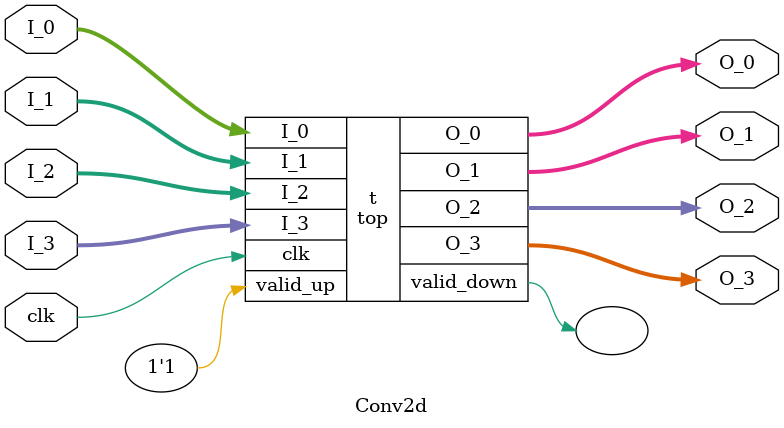
<source format=v>

module stupleToSSeq_tSSeq_3_Int__n3 (
    input [7:0] I_0_0,
    input [7:0] I_0_1,
    input [7:0] I_0_2,
    input [7:0] I_1_0,
    input [7:0] I_1_1,
    input [7:0] I_1_2,
    input [7:0] I_2_0,
    input [7:0] I_2_1,
    input [7:0] I_2_2,
    output [7:0] O_0_0,
    output [7:0] O_0_1,
    output [7:0] O_0_2,
    output [7:0] O_1_0,
    output [7:0] O_1_1,
    output [7:0] O_1_2,
    output [7:0] O_2_0,
    output [7:0] O_2_1,
    output [7:0] O_2_2,
    output valid_down,
    input valid_up
);
  assign O_0_0 = I_0_0;
  assign O_0_1 = I_0_1;
  assign O_0_2 = I_0_2;
  assign O_1_0 = I_1_0;
  assign O_1_1 = I_1_1;
  assign O_1_2 = I_1_2;
  assign O_2_0 = I_2_0;
  assign O_2_1 = I_2_1;
  assign O_2_2 = I_2_2;
  assign valid_down = valid_up;
endmodule

module stupleToSSeq_tInt_n3 (
    input [7:0] I_0,
    input [7:0] I_1,
    input [7:0] I_2,
    output [7:0] O_0,
    output [7:0] O_1,
    output [7:0] O_2,
    output valid_down,
    input valid_up
);
  assign O_0 = I_0;
  assign O_1 = I_1;
  assign O_2 = I_2;
  assign valid_down = valid_up;
endmodule

module sseqTupleCreator_tSSeq_3_Int_ (
    input [7:0] I0_0,
    input [7:0] I0_1,
    input [7:0] I0_2,
    input [7:0] I1_0,
    input [7:0] I1_1,
    input [7:0] I1_2,
    output [7:0] O_0_0,
    output [7:0] O_0_1,
    output [7:0] O_0_2,
    output [7:0] O_1_0,
    output [7:0] O_1_1,
    output [7:0] O_1_2,
    output valid_down,
    input valid_up
);
  assign O_0_0 = I0_0;
  assign O_0_1 = I0_1;
  assign O_0_2 = I0_2;
  assign O_1_0 = I1_0;
  assign O_1_1 = I1_1;
  assign O_1_2 = I1_2;
  assign valid_down = valid_up;
endmodule

module sseqTupleCreator_tInt (
    input [7:0] I0,
    input [7:0] I1,
    output [7:0] O_0,
    output [7:0] O_1,
    output valid_down,
    input valid_up
);
  assign O_0 = I0;
  assign O_1 = I1;
  assign valid_down = valid_up;
endmodule

module sseqTupleAppender_tSSeq_3_Int__n2 (
    input [7:0] I0_0_0,
    input [7:0] I0_0_1,
    input [7:0] I0_0_2,
    input [7:0] I0_1_0,
    input [7:0] I0_1_1,
    input [7:0] I0_1_2,
    input [7:0] I1_0,
    input [7:0] I1_1,
    input [7:0] I1_2,
    output [7:0] O_0_0,
    output [7:0] O_0_1,
    output [7:0] O_0_2,
    output [7:0] O_1_0,
    output [7:0] O_1_1,
    output [7:0] O_1_2,
    output [7:0] O_2_0,
    output [7:0] O_2_1,
    output [7:0] O_2_2,
    output valid_down,
    input valid_up
);
  assign O_0_0 = I0_0_0;
  assign O_0_1 = I0_0_1;
  assign O_0_2 = I0_0_2;
  assign O_1_0 = I0_1_0;
  assign O_1_1 = I0_1_1;
  assign O_1_2 = I0_1_2;
  assign O_2_0 = I1_0;
  assign O_2_1 = I1_1;
  assign O_2_2 = I1_2;
  assign valid_down = valid_up;
endmodule

module sseqTupleAppender_tInt_n2 (
    input [7:0] I0_0,
    input [7:0] I0_1,
    input [7:0] I1,
    output [7:0] O_0,
    output [7:0] O_1,
    output [7:0] O_2,
    output valid_down,
    input valid_up
);
  assign O_0 = I0_0;
  assign O_1 = I0_1;
  assign O_2 = I1;
  assign valid_down = valid_up;
endmodule

module corebit_and (
    input  in0,
    input  in1,
    output out
);
  assign out = in0 & in1;
endmodule

module atomTupleCreator_t0Int_t1Int (
    input [7:0] I0,
    input [7:0] I1,
    output [7:0] O__0,
    output [7:0] O__1,
    output valid_down,
    input valid_up
);
  assign O__0 = I0;
  assign O__1 = I1;
  assign valid_down = valid_up;
endmodule

module coreir_ult #(
    parameter width = 1
) (
    input [width-1:0] in0,
    input [width-1:0] in1,
    output out
);
  assign out = in0 < in1;
endmodule

module coreir_term #(
    parameter width = 1
) (
    input [width-1:0] in
);

endmodule

module coreir_shl #(
    parameter width = 1
) (
    input  [width-1:0] in0,
    input  [width-1:0] in1,
    output [width-1:0] out
);
  assign out = in0 << in1;
endmodule

module coreir_reg #(
    parameter width = 1,
    parameter clk_posedge = 1,
    parameter init = 1
) (
    input clk,
    input [width-1:0] in,
    output [width-1:0] out
);
  reg [width-1:0] outReg = init;
  wire real_clk;
  assign real_clk = clk_posedge ? clk : ~clk;
  always @(posedge real_clk) begin
    outReg <= in;
  end
  assign out = outReg;
endmodule

module coreir_mux #(
    parameter width = 1
) (
    input [width-1:0] in0,
    input [width-1:0] in1,
    input sel,
    output [width-1:0] out
);
  assign out = sel ? in1 : in0;
endmodule

module coreir_mem #(
    parameter has_init = 0,
    parameter depth = 1,
    parameter width = 1
) (
    input clk,
    input [width-1:0] wdata,
    input [$clog2(depth)-1:0] waddr,
    input wen,
    output [width-1:0] rdata,
    input [$clog2(depth)-1:0] raddr
);
  reg [width-1:0] data[depth-1:0];
  always @(posedge clk) begin
    if (wen) begin
      data[waddr] <= wdata;
    end
  end
  assign rdata = data[raddr];
endmodule

module coreir_lshr #(
    parameter width = 1
) (
    input  [width-1:0] in0,
    input  [width-1:0] in1,
    output [width-1:0] out
);
  assign out = in0 >> in1;
endmodule

module coreir_eq #(
    parameter width = 1
) (
    input [width-1:0] in0,
    input [width-1:0] in1,
    output out
);
  assign out = in0 == in1;
endmodule

module coreir_const #(
    parameter width = 1,
    parameter value = 1
) (
    output [width-1:0] out
);
  assign out = value;
endmodule

module coreir_add #(
    parameter width = 1
) (
    input  [width-1:0] in0,
    input  [width-1:0] in1,
    output [width-1:0] out
);
  assign out = in0 + in1;
endmodule

module \commonlib_muxn__N2__width2 (
    input  [1:0] in_data_0,
    input  [1:0] in_data_1,
    input  [0:0] in_sel,
    output [1:0] out
);
  wire [1:0] _join_out;
  coreir_mux #(
      .width(2)
  ) _join (
      .in0(in_data_0),
      .in1(in_data_1),
      .out(_join_out),
      .sel(in_sel[0])
  );
  assign out = _join_out;
endmodule

module \commonlib_muxn__N2__width1 (
    input  [0:0] in_data_0,
    input  [0:0] in_data_1,
    input  [0:0] in_sel,
    output [0:0] out
);
  wire [0:0] _join_out;
  coreir_mux #(
      .width(1)
  ) _join (
      .in0(in_data_0),
      .in1(in_data_1),
      .out(_join_out),
      .sel(in_sel[0])
  );
  assign out = _join_out;
endmodule

module lutN #(
    parameter N = 1,
    parameter init = 1
) (
    input [N-1:0] in,
    output out
);
  assign out = init[in];
endmodule

module \aetherlinglib_hydrate__hydratedTypeBit833 (
    input  [71:0] in,
    output [ 7:0] out_0_0,
    output [ 7:0] out_0_1,
    output [ 7:0] out_0_2,
    output [ 7:0] out_1_0,
    output [ 7:0] out_1_1,
    output [ 7:0] out_1_2,
    output [ 7:0] out_2_0,
    output [ 7:0] out_2_1,
    output [ 7:0] out_2_2
);
  assign out_0_0 = {in[7], in[6], in[5], in[4], in[3], in[2], in[1], in[0]};
  assign out_0_1 = {in[15], in[14], in[13], in[12], in[11], in[10], in[9], in[8]};
  assign out_0_2 = {in[23], in[22], in[21], in[20], in[19], in[18], in[17], in[16]};
  assign out_1_0 = {in[31], in[30], in[29], in[28], in[27], in[26], in[25], in[24]};
  assign out_1_1 = {in[39], in[38], in[37], in[36], in[35], in[34], in[33], in[32]};
  assign out_1_2 = {in[47], in[46], in[45], in[44], in[43], in[42], in[41], in[40]};
  assign out_2_0 = {in[55], in[54], in[53], in[52], in[51], in[50], in[49], in[48]};
  assign out_2_1 = {in[63], in[62], in[61], in[60], in[59], in[58], in[57], in[56]};
  assign out_2_2 = {in[71], in[70], in[69], in[68], in[67], in[66], in[65], in[64]};
endmodule

module \aetherlinglib_hydrate__hydratedTypeBit811 (
    input  [7:0] in,
    output [7:0] out_0_0
);
  assign out_0_0 = {in[7], in[6], in[5], in[4], in[3], in[2], in[1], in[0]};
endmodule

module \aetherlinglib_hydrate__hydratedTypeBit8 (
    input  [7:0] in,
    output [7:0] out
);
  assign out = {in[7], in[6], in[5], in[4], in[3], in[2], in[1], in[0]};
endmodule

module \aetherlinglib_dehydrate__hydratedTypeBit8 (
    input  [7:0] in,
    output [7:0] out
);
  assign out = {in[7], in[6], in[5], in[4], in[3], in[2], in[1], in[0]};
endmodule

module \aetherlinglib_dehydrate__hydratedTypeBit1 (
    input  [0:0] in,
    output [0:0] out
);
  assign out = in[0];
endmodule

module \aetherlinglib_dehydrate__hydratedTypeBit (
    input in,
    output [0:0] out
);
  assign out = in;
endmodule

module Term_Bitt (
    input I
);
  wire [0:0] dehydrate_tBit_inst0_out;
  \aetherlinglib_dehydrate__hydratedTypeBit dehydrate_tBit_inst0 (
      .in (I),
      .out(dehydrate_tBit_inst0_out)
  );
  coreir_term #(.width(1)) term_w1_inst0 (.in(dehydrate_tBit_inst0_out));
endmodule

module Term_Bits_1_t (
    input [0:0] I
);
  wire [0:0] dehydrate_tBits_1__inst0_out;
  \aetherlinglib_dehydrate__hydratedTypeBit1 dehydrate_tBits_1__inst0 (
      .in (I),
      .out(dehydrate_tBits_1__inst0_out)
  );
  coreir_term #(.width(1)) term_w1_inst0 (.in(dehydrate_tBits_1__inst0_out));
endmodule

module SizedCounter_1_cinFalse_coutFalse_incr1_hasCETrue_hasResetFalse (
    input CE,
    input clk,
    output [0:0] O
);
  wire [0:0] const_0_1_out;
  Term_Bitt Term_Bitt_inst0 (.I(CE));
  coreir_const #(
      .value(1'h0),
      .width(1)
  ) const_0_1 (
      .out(const_0_1_out)
  );
  assign O = const_0_1_out;
endmodule

module Remove_1_S_unq1 (
    input [7:0] I_0_0_0,
    input [7:0] I_0_0_1,
    input [7:0] I_0_0_2,
    input [7:0] I_0_1_0,
    input [7:0] I_0_1_1,
    input [7:0] I_0_1_2,
    input [7:0] I_0_2_0,
    input [7:0] I_0_2_1,
    input [7:0] I_0_2_2,
    output [7:0] O_0_0,
    output [7:0] O_0_1,
    output [7:0] O_0_2,
    output [7:0] O_1_0,
    output [7:0] O_1_1,
    output [7:0] O_1_2,
    output [7:0] O_2_0,
    output [7:0] O_2_1,
    output [7:0] O_2_2,
    output valid_down,
    input valid_up
);
  wire [7:0] stupleToSSeq_tSSeq_3_Int__n3_inst0_O_0_0;
  wire [7:0] stupleToSSeq_tSSeq_3_Int__n3_inst0_O_0_1;
  wire [7:0] stupleToSSeq_tSSeq_3_Int__n3_inst0_O_0_2;
  wire [7:0] stupleToSSeq_tSSeq_3_Int__n3_inst0_O_1_0;
  wire [7:0] stupleToSSeq_tSSeq_3_Int__n3_inst0_O_1_1;
  wire [7:0] stupleToSSeq_tSSeq_3_Int__n3_inst0_O_1_2;
  wire [7:0] stupleToSSeq_tSSeq_3_Int__n3_inst0_O_2_0;
  wire [7:0] stupleToSSeq_tSSeq_3_Int__n3_inst0_O_2_1;
  wire [7:0] stupleToSSeq_tSSeq_3_Int__n3_inst0_O_2_2;
  wire stupleToSSeq_tSSeq_3_Int__n3_inst0_valid_down;
  stupleToSSeq_tSSeq_3_Int__n3 stupleToSSeq_tSSeq_3_Int__n3_inst0 (
      .I_0_0(I_0_0_0),
      .I_0_1(I_0_0_1),
      .I_0_2(I_0_0_2),
      .I_1_0(I_0_1_0),
      .I_1_1(I_0_1_1),
      .I_1_2(I_0_1_2),
      .I_2_0(I_0_2_0),
      .I_2_1(I_0_2_1),
      .I_2_2(I_0_2_2),
      .O_0_0(stupleToSSeq_tSSeq_3_Int__n3_inst0_O_0_0),
      .O_0_1(stupleToSSeq_tSSeq_3_Int__n3_inst0_O_0_1),
      .O_0_2(stupleToSSeq_tSSeq_3_Int__n3_inst0_O_0_2),
      .O_1_0(stupleToSSeq_tSSeq_3_Int__n3_inst0_O_1_0),
      .O_1_1(stupleToSSeq_tSSeq_3_Int__n3_inst0_O_1_1),
      .O_1_2(stupleToSSeq_tSSeq_3_Int__n3_inst0_O_1_2),
      .O_2_0(stupleToSSeq_tSSeq_3_Int__n3_inst0_O_2_0),
      .O_2_1(stupleToSSeq_tSSeq_3_Int__n3_inst0_O_2_1),
      .O_2_2(stupleToSSeq_tSSeq_3_Int__n3_inst0_O_2_2),
      .valid_down(stupleToSSeq_tSSeq_3_Int__n3_inst0_valid_down),
      .valid_up(valid_up)
  );
  assign O_0_0 = stupleToSSeq_tSSeq_3_Int__n3_inst0_O_0_0;
  assign O_0_1 = stupleToSSeq_tSSeq_3_Int__n3_inst0_O_0_1;
  assign O_0_2 = stupleToSSeq_tSSeq_3_Int__n3_inst0_O_0_2;
  assign O_1_0 = stupleToSSeq_tSSeq_3_Int__n3_inst0_O_1_0;
  assign O_1_1 = stupleToSSeq_tSSeq_3_Int__n3_inst0_O_1_1;
  assign O_1_2 = stupleToSSeq_tSSeq_3_Int__n3_inst0_O_1_2;
  assign O_2_0 = stupleToSSeq_tSSeq_3_Int__n3_inst0_O_2_0;
  assign O_2_1 = stupleToSSeq_tSSeq_3_Int__n3_inst0_O_2_1;
  assign O_2_2 = stupleToSSeq_tSSeq_3_Int__n3_inst0_O_2_2;
  assign valid_down = stupleToSSeq_tSSeq_3_Int__n3_inst0_valid_down;
endmodule

module Remove_1_S (
    input [7:0] I_0_0,
    input [7:0] I_0_1,
    input [7:0] I_0_2,
    output [7:0] O_0,
    output [7:0] O_1,
    output [7:0] O_2,
    output valid_down,
    input valid_up
);
  wire [7:0] stupleToSSeq_tInt_n3_inst0_O_0;
  wire [7:0] stupleToSSeq_tInt_n3_inst0_O_1;
  wire [7:0] stupleToSSeq_tInt_n3_inst0_O_2;
  wire stupleToSSeq_tInt_n3_inst0_valid_down;
  stupleToSSeq_tInt_n3 stupleToSSeq_tInt_n3_inst0 (
      .I_0(I_0_0),
      .I_1(I_0_1),
      .I_2(I_0_2),
      .O_0(stupleToSSeq_tInt_n3_inst0_O_0),
      .O_1(stupleToSSeq_tInt_n3_inst0_O_1),
      .O_2(stupleToSSeq_tInt_n3_inst0_O_2),
      .valid_down(stupleToSSeq_tInt_n3_inst0_valid_down),
      .valid_up(valid_up)
  );
  assign O_0 = stupleToSSeq_tInt_n3_inst0_O_0;
  assign O_1 = stupleToSSeq_tInt_n3_inst0_O_1;
  assign O_2 = stupleToSSeq_tInt_n3_inst0_O_2;
  assign valid_down = stupleToSSeq_tInt_n3_inst0_valid_down;
endmodule

module RShift_Atom (
    input [7:0] I__0,
    input [7:0] I__1,
    output [7:0] O,
    output valid_down,
    input valid_up
);
  wire [7:0] lshr8_inst0_out;
  coreir_lshr #(
      .width(8)
  ) lshr8_inst0 (
      .in0(I__0),
      .in1(I__1),
      .out(lshr8_inst0_out)
  );
  assign O = lshr8_inst0_out;
  assign valid_down = valid_up;
endmodule

module RAM1x8 (
    input clk,
    input [0:0] RADDR,
    output [7:0] RDATA,
    input [0:0] WADDR,
    input [7:0] WDATA,
    input WE
);
  wire [7:0] coreir_mem1x8_inst0_rdata;
  coreir_mem #(
      .depth(1),
      .has_init(0),
      .width(8)
  ) coreir_mem1x8_inst0 (
      .clk  (clk),
      .raddr(RADDR),
      .rdata(coreir_mem1x8_inst0_rdata),
      .waddr(WADDR),
      .wdata(WDATA),
      .wen  (WE)
  );
  assign RDATA = coreir_mem1x8_inst0_rdata;
endmodule

module RAM_Array_8_Bit_t_1n (
    input clk,
    input [0:0] RADDR,
    output [7:0] RDATA,
    input [0:0] WADDR,
    input [7:0] WDATA,
    input WE
);
  wire [7:0] RAM1x8_inst0_RDATA;
  wire [7:0] dehydrate_tArray_8_Bit__inst0_out;
  wire [7:0] hydrate_tArray_8_Bit__inst0_out;
  RAM1x8 RAM1x8_inst0 (
      .clk(clk),
      .RADDR(RADDR),
      .RDATA(RAM1x8_inst0_RDATA),
      .WADDR(WADDR),
      .WDATA(dehydrate_tArray_8_Bit__inst0_out),
      .WE(WE)
  );
  \aetherlinglib_dehydrate__hydratedTypeBit8 dehydrate_tArray_8_Bit__inst0 (
      .in (WDATA),
      .out(dehydrate_tArray_8_Bit__inst0_out)
  );
  \aetherlinglib_hydrate__hydratedTypeBit8 hydrate_tArray_8_Bit__inst0 (
      .in (RAM1x8_inst0_RDATA),
      .out(hydrate_tArray_8_Bit__inst0_out)
  );
  assign RDATA = hydrate_tArray_8_Bit__inst0_out;
endmodule

module Passthrough_tInTSeq_4_0_SSeq_4_SSeq_1_SSeq_1_Int_____tOutTSeq_4_0_SSeq_4_SSeq_1_Int___ (
    input [7:0] I_0_0_0,
    input [7:0] I_1_0_0,
    input [7:0] I_2_0_0,
    input [7:0] I_3_0_0,
    output [7:0] O_0_0,
    output [7:0] O_1_0,
    output [7:0] O_2_0,
    output [7:0] O_3_0,
    output valid_down,
    input valid_up
);
  assign O_0_0 = I_0_0_0;
  assign O_1_0 = I_1_0_0;
  assign O_2_0 = I_2_0_0;
  assign O_3_0 = I_3_0_0;
  assign valid_down = valid_up;
endmodule

module Passthrough_tInTSeq_4_0_SSeq_4_SSeq_1_Int____tOutTSeq_4_0_SSeq_4_Int__ (
    input [7:0] I_0_0,
    input [7:0] I_1_0,
    input [7:0] I_2_0,
    input [7:0] I_3_0,
    output [7:0] O_0,
    output [7:0] O_1,
    output [7:0] O_2,
    output [7:0] O_3,
    output valid_down,
    input valid_up
);
  assign O_0 = I_0_0;
  assign O_1 = I_1_0;
  assign O_2 = I_2_0;
  assign O_3 = I_3_0;
  assign valid_down = valid_up;
endmodule

module Partition_S_no4_ni1_tElSTuple_3_SSeq_3_Int___vTrue (
    input clk,
    input [7:0] I_0_0_0,
    input [7:0] I_0_0_1,
    input [7:0] I_0_0_2,
    input [7:0] I_0_1_0,
    input [7:0] I_0_1_1,
    input [7:0] I_0_1_2,
    input [7:0] I_0_2_0,
    input [7:0] I_0_2_1,
    input [7:0] I_0_2_2,
    input [7:0] I_1_0_0,
    input [7:0] I_1_0_1,
    input [7:0] I_1_0_2,
    input [7:0] I_1_1_0,
    input [7:0] I_1_1_1,
    input [7:0] I_1_1_2,
    input [7:0] I_1_2_0,
    input [7:0] I_1_2_1,
    input [7:0] I_1_2_2,
    input [7:0] I_2_0_0,
    input [7:0] I_2_0_1,
    input [7:0] I_2_0_2,
    input [7:0] I_2_1_0,
    input [7:0] I_2_1_1,
    input [7:0] I_2_1_2,
    input [7:0] I_2_2_0,
    input [7:0] I_2_2_1,
    input [7:0] I_2_2_2,
    input [7:0] I_3_0_0,
    input [7:0] I_3_0_1,
    input [7:0] I_3_0_2,
    input [7:0] I_3_1_0,
    input [7:0] I_3_1_1,
    input [7:0] I_3_1_2,
    input [7:0] I_3_2_0,
    input [7:0] I_3_2_1,
    input [7:0] I_3_2_2,
    output [7:0] O_0_0_0_0,
    output [7:0] O_0_0_0_1,
    output [7:0] O_0_0_0_2,
    output [7:0] O_0_0_1_0,
    output [7:0] O_0_0_1_1,
    output [7:0] O_0_0_1_2,
    output [7:0] O_0_0_2_0,
    output [7:0] O_0_0_2_1,
    output [7:0] O_0_0_2_2,
    output [7:0] O_1_0_0_0,
    output [7:0] O_1_0_0_1,
    output [7:0] O_1_0_0_2,
    output [7:0] O_1_0_1_0,
    output [7:0] O_1_0_1_1,
    output [7:0] O_1_0_1_2,
    output [7:0] O_1_0_2_0,
    output [7:0] O_1_0_2_1,
    output [7:0] O_1_0_2_2,
    output [7:0] O_2_0_0_0,
    output [7:0] O_2_0_0_1,
    output [7:0] O_2_0_0_2,
    output [7:0] O_2_0_1_0,
    output [7:0] O_2_0_1_1,
    output [7:0] O_2_0_1_2,
    output [7:0] O_2_0_2_0,
    output [7:0] O_2_0_2_1,
    output [7:0] O_2_0_2_2,
    output [7:0] O_3_0_0_0,
    output [7:0] O_3_0_0_1,
    output [7:0] O_3_0_0_2,
    output [7:0] O_3_0_1_0,
    output [7:0] O_3_0_1_1,
    output [7:0] O_3_0_1_2,
    output [7:0] O_3_0_2_0,
    output [7:0] O_3_0_2_1,
    output [7:0] O_3_0_2_2,
    output valid_down,
    input valid_up
);
  assign O_0_0_0_0  = I_0_0_0;
  assign O_0_0_0_1  = I_0_0_1;
  assign O_0_0_0_2  = I_0_0_2;
  assign O_0_0_1_0  = I_0_1_0;
  assign O_0_0_1_1  = I_0_1_1;
  assign O_0_0_1_2  = I_0_1_2;
  assign O_0_0_2_0  = I_0_2_0;
  assign O_0_0_2_1  = I_0_2_1;
  assign O_0_0_2_2  = I_0_2_2;
  assign O_1_0_0_0  = I_1_0_0;
  assign O_1_0_0_1  = I_1_0_1;
  assign O_1_0_0_2  = I_1_0_2;
  assign O_1_0_1_0  = I_1_1_0;
  assign O_1_0_1_1  = I_1_1_1;
  assign O_1_0_1_2  = I_1_1_2;
  assign O_1_0_2_0  = I_1_2_0;
  assign O_1_0_2_1  = I_1_2_1;
  assign O_1_0_2_2  = I_1_2_2;
  assign O_2_0_0_0  = I_2_0_0;
  assign O_2_0_0_1  = I_2_0_1;
  assign O_2_0_0_2  = I_2_0_2;
  assign O_2_0_1_0  = I_2_1_0;
  assign O_2_0_1_1  = I_2_1_1;
  assign O_2_0_1_2  = I_2_1_2;
  assign O_2_0_2_0  = I_2_2_0;
  assign O_2_0_2_1  = I_2_2_1;
  assign O_2_0_2_2  = I_2_2_2;
  assign O_3_0_0_0  = I_3_0_0;
  assign O_3_0_0_1  = I_3_0_1;
  assign O_3_0_0_2  = I_3_0_2;
  assign O_3_0_1_0  = I_3_1_0;
  assign O_3_0_1_1  = I_3_1_1;
  assign O_3_0_1_2  = I_3_1_2;
  assign O_3_0_2_0  = I_3_2_0;
  assign O_3_0_2_1  = I_3_2_1;
  assign O_3_0_2_2  = I_3_2_2;
  assign valid_down = valid_up;
endmodule

module Partition_S_no4_ni1_tElSTuple_3_Int__vTrue (
    input clk,
    input [7:0] I_0_0,
    input [7:0] I_0_1,
    input [7:0] I_0_2,
    input [7:0] I_1_0,
    input [7:0] I_1_1,
    input [7:0] I_1_2,
    input [7:0] I_2_0,
    input [7:0] I_2_1,
    input [7:0] I_2_2,
    input [7:0] I_3_0,
    input [7:0] I_3_1,
    input [7:0] I_3_2,
    output [7:0] O_0_0_0,
    output [7:0] O_0_0_1,
    output [7:0] O_0_0_2,
    output [7:0] O_1_0_0,
    output [7:0] O_1_0_1,
    output [7:0] O_1_0_2,
    output [7:0] O_2_0_0,
    output [7:0] O_2_0_1,
    output [7:0] O_2_0_2,
    output [7:0] O_3_0_0,
    output [7:0] O_3_0_1,
    output [7:0] O_3_0_2,
    output valid_down,
    input valid_up
);
  assign O_0_0_0 = I_0_0;
  assign O_0_0_1 = I_0_1;
  assign O_0_0_2 = I_0_2;
  assign O_1_0_0 = I_1_0;
  assign O_1_0_1 = I_1_1;
  assign O_1_0_2 = I_1_2;
  assign O_2_0_0 = I_2_0;
  assign O_2_0_1 = I_2_1;
  assign O_2_0_2 = I_2_2;
  assign O_3_0_0 = I_3_0;
  assign O_3_0_1 = I_3_1;
  assign O_3_0_2 = I_3_2;
  assign valid_down = valid_up;
endmodule

module NestedCounters_Int_hasCETrue_hasResetFalse_unq1 (
    input  CE,
    input  clk,
    output last,
    output valid
);
  wire [0:0] coreir_const11_inst0_out;
  coreir_const #(
      .value(1'h1),
      .width(1)
  ) coreir_const11_inst0 (
      .out(coreir_const11_inst0_out)
  );
  assign last  = coreir_const11_inst0_out[0];
  assign valid = CE;
endmodule

module NestedCounters_Int_hasCETrue_hasResetFalse (
    input CE,
    input clk,
    output [0:0] cur_valid,
    output last,
    output valid
);
  wire [0:0] coreir_const10_inst0_out;
  wire [0:0] coreir_const11_inst0_out;
  coreir_const #(
      .value(1'h0),
      .width(1)
  ) coreir_const10_inst0 (
      .out(coreir_const10_inst0_out)
  );
  coreir_const #(
      .value(1'h1),
      .width(1)
  ) coreir_const11_inst0 (
      .out(coreir_const11_inst0_out)
  );
  assign cur_valid = coreir_const10_inst0_out;
  assign last = coreir_const11_inst0_out[0];
  assign valid = CE;
endmodule

module NativeMapParallel_n4_unq5 (
    input [7:0] I_0_0_0_0,
    input [7:0] I_0_0_0_1,
    input [7:0] I_0_0_0_2,
    input [7:0] I_0_0_1_0,
    input [7:0] I_0_0_1_1,
    input [7:0] I_0_0_1_2,
    input [7:0] I_0_0_2_0,
    input [7:0] I_0_0_2_1,
    input [7:0] I_0_0_2_2,
    input [7:0] I_1_0_0_0,
    input [7:0] I_1_0_0_1,
    input [7:0] I_1_0_0_2,
    input [7:0] I_1_0_1_0,
    input [7:0] I_1_0_1_1,
    input [7:0] I_1_0_1_2,
    input [7:0] I_1_0_2_0,
    input [7:0] I_1_0_2_1,
    input [7:0] I_1_0_2_2,
    input [7:0] I_2_0_0_0,
    input [7:0] I_2_0_0_1,
    input [7:0] I_2_0_0_2,
    input [7:0] I_2_0_1_0,
    input [7:0] I_2_0_1_1,
    input [7:0] I_2_0_1_2,
    input [7:0] I_2_0_2_0,
    input [7:0] I_2_0_2_1,
    input [7:0] I_2_0_2_2,
    input [7:0] I_3_0_0_0,
    input [7:0] I_3_0_0_1,
    input [7:0] I_3_0_0_2,
    input [7:0] I_3_0_1_0,
    input [7:0] I_3_0_1_1,
    input [7:0] I_3_0_1_2,
    input [7:0] I_3_0_2_0,
    input [7:0] I_3_0_2_1,
    input [7:0] I_3_0_2_2,
    output [7:0] O_0_0_0,
    output [7:0] O_0_0_1,
    output [7:0] O_0_0_2,
    output [7:0] O_0_1_0,
    output [7:0] O_0_1_1,
    output [7:0] O_0_1_2,
    output [7:0] O_0_2_0,
    output [7:0] O_0_2_1,
    output [7:0] O_0_2_2,
    output [7:0] O_1_0_0,
    output [7:0] O_1_0_1,
    output [7:0] O_1_0_2,
    output [7:0] O_1_1_0,
    output [7:0] O_1_1_1,
    output [7:0] O_1_1_2,
    output [7:0] O_1_2_0,
    output [7:0] O_1_2_1,
    output [7:0] O_1_2_2,
    output [7:0] O_2_0_0,
    output [7:0] O_2_0_1,
    output [7:0] O_2_0_2,
    output [7:0] O_2_1_0,
    output [7:0] O_2_1_1,
    output [7:0] O_2_1_2,
    output [7:0] O_2_2_0,
    output [7:0] O_2_2_1,
    output [7:0] O_2_2_2,
    output [7:0] O_3_0_0,
    output [7:0] O_3_0_1,
    output [7:0] O_3_0_2,
    output [7:0] O_3_1_0,
    output [7:0] O_3_1_1,
    output [7:0] O_3_1_2,
    output [7:0] O_3_2_0,
    output [7:0] O_3_2_1,
    output [7:0] O_3_2_2,
    output valid_down,
    input valid_up
);
  wire [7:0] Remove_1_S_inst0_O_0_0;
  wire [7:0] Remove_1_S_inst0_O_0_1;
  wire [7:0] Remove_1_S_inst0_O_0_2;
  wire [7:0] Remove_1_S_inst0_O_1_0;
  wire [7:0] Remove_1_S_inst0_O_1_1;
  wire [7:0] Remove_1_S_inst0_O_1_2;
  wire [7:0] Remove_1_S_inst0_O_2_0;
  wire [7:0] Remove_1_S_inst0_O_2_1;
  wire [7:0] Remove_1_S_inst0_O_2_2;
  wire Remove_1_S_inst0_valid_down;
  wire [7:0] Remove_1_S_inst1_O_0_0;
  wire [7:0] Remove_1_S_inst1_O_0_1;
  wire [7:0] Remove_1_S_inst1_O_0_2;
  wire [7:0] Remove_1_S_inst1_O_1_0;
  wire [7:0] Remove_1_S_inst1_O_1_1;
  wire [7:0] Remove_1_S_inst1_O_1_2;
  wire [7:0] Remove_1_S_inst1_O_2_0;
  wire [7:0] Remove_1_S_inst1_O_2_1;
  wire [7:0] Remove_1_S_inst1_O_2_2;
  wire Remove_1_S_inst1_valid_down;
  wire [7:0] Remove_1_S_inst2_O_0_0;
  wire [7:0] Remove_1_S_inst2_O_0_1;
  wire [7:0] Remove_1_S_inst2_O_0_2;
  wire [7:0] Remove_1_S_inst2_O_1_0;
  wire [7:0] Remove_1_S_inst2_O_1_1;
  wire [7:0] Remove_1_S_inst2_O_1_2;
  wire [7:0] Remove_1_S_inst2_O_2_0;
  wire [7:0] Remove_1_S_inst2_O_2_1;
  wire [7:0] Remove_1_S_inst2_O_2_2;
  wire Remove_1_S_inst2_valid_down;
  wire [7:0] Remove_1_S_inst3_O_0_0;
  wire [7:0] Remove_1_S_inst3_O_0_1;
  wire [7:0] Remove_1_S_inst3_O_0_2;
  wire [7:0] Remove_1_S_inst3_O_1_0;
  wire [7:0] Remove_1_S_inst3_O_1_1;
  wire [7:0] Remove_1_S_inst3_O_1_2;
  wire [7:0] Remove_1_S_inst3_O_2_0;
  wire [7:0] Remove_1_S_inst3_O_2_1;
  wire [7:0] Remove_1_S_inst3_O_2_2;
  wire Remove_1_S_inst3_valid_down;
  wire and_inst0_out;
  wire and_inst1_out;
  wire and_inst2_out;
  Remove_1_S_unq1 Remove_1_S_inst0 (
      .I_0_0_0(I_0_0_0_0),
      .I_0_0_1(I_0_0_0_1),
      .I_0_0_2(I_0_0_0_2),
      .I_0_1_0(I_0_0_1_0),
      .I_0_1_1(I_0_0_1_1),
      .I_0_1_2(I_0_0_1_2),
      .I_0_2_0(I_0_0_2_0),
      .I_0_2_1(I_0_0_2_1),
      .I_0_2_2(I_0_0_2_2),
      .O_0_0(Remove_1_S_inst0_O_0_0),
      .O_0_1(Remove_1_S_inst0_O_0_1),
      .O_0_2(Remove_1_S_inst0_O_0_2),
      .O_1_0(Remove_1_S_inst0_O_1_0),
      .O_1_1(Remove_1_S_inst0_O_1_1),
      .O_1_2(Remove_1_S_inst0_O_1_2),
      .O_2_0(Remove_1_S_inst0_O_2_0),
      .O_2_1(Remove_1_S_inst0_O_2_1),
      .O_2_2(Remove_1_S_inst0_O_2_2),
      .valid_down(Remove_1_S_inst0_valid_down),
      .valid_up(valid_up)
  );
  Remove_1_S_unq1 Remove_1_S_inst1 (
      .I_0_0_0(I_1_0_0_0),
      .I_0_0_1(I_1_0_0_1),
      .I_0_0_2(I_1_0_0_2),
      .I_0_1_0(I_1_0_1_0),
      .I_0_1_1(I_1_0_1_1),
      .I_0_1_2(I_1_0_1_2),
      .I_0_2_0(I_1_0_2_0),
      .I_0_2_1(I_1_0_2_1),
      .I_0_2_2(I_1_0_2_2),
      .O_0_0(Remove_1_S_inst1_O_0_0),
      .O_0_1(Remove_1_S_inst1_O_0_1),
      .O_0_2(Remove_1_S_inst1_O_0_2),
      .O_1_0(Remove_1_S_inst1_O_1_0),
      .O_1_1(Remove_1_S_inst1_O_1_1),
      .O_1_2(Remove_1_S_inst1_O_1_2),
      .O_2_0(Remove_1_S_inst1_O_2_0),
      .O_2_1(Remove_1_S_inst1_O_2_1),
      .O_2_2(Remove_1_S_inst1_O_2_2),
      .valid_down(Remove_1_S_inst1_valid_down),
      .valid_up(valid_up)
  );
  Remove_1_S_unq1 Remove_1_S_inst2 (
      .I_0_0_0(I_2_0_0_0),
      .I_0_0_1(I_2_0_0_1),
      .I_0_0_2(I_2_0_0_2),
      .I_0_1_0(I_2_0_1_0),
      .I_0_1_1(I_2_0_1_1),
      .I_0_1_2(I_2_0_1_2),
      .I_0_2_0(I_2_0_2_0),
      .I_0_2_1(I_2_0_2_1),
      .I_0_2_2(I_2_0_2_2),
      .O_0_0(Remove_1_S_inst2_O_0_0),
      .O_0_1(Remove_1_S_inst2_O_0_1),
      .O_0_2(Remove_1_S_inst2_O_0_2),
      .O_1_0(Remove_1_S_inst2_O_1_0),
      .O_1_1(Remove_1_S_inst2_O_1_1),
      .O_1_2(Remove_1_S_inst2_O_1_2),
      .O_2_0(Remove_1_S_inst2_O_2_0),
      .O_2_1(Remove_1_S_inst2_O_2_1),
      .O_2_2(Remove_1_S_inst2_O_2_2),
      .valid_down(Remove_1_S_inst2_valid_down),
      .valid_up(valid_up)
  );
  Remove_1_S_unq1 Remove_1_S_inst3 (
      .I_0_0_0(I_3_0_0_0),
      .I_0_0_1(I_3_0_0_1),
      .I_0_0_2(I_3_0_0_2),
      .I_0_1_0(I_3_0_1_0),
      .I_0_1_1(I_3_0_1_1),
      .I_0_1_2(I_3_0_1_2),
      .I_0_2_0(I_3_0_2_0),
      .I_0_2_1(I_3_0_2_1),
      .I_0_2_2(I_3_0_2_2),
      .O_0_0(Remove_1_S_inst3_O_0_0),
      .O_0_1(Remove_1_S_inst3_O_0_1),
      .O_0_2(Remove_1_S_inst3_O_0_2),
      .O_1_0(Remove_1_S_inst3_O_1_0),
      .O_1_1(Remove_1_S_inst3_O_1_1),
      .O_1_2(Remove_1_S_inst3_O_1_2),
      .O_2_0(Remove_1_S_inst3_O_2_0),
      .O_2_1(Remove_1_S_inst3_O_2_1),
      .O_2_2(Remove_1_S_inst3_O_2_2),
      .valid_down(Remove_1_S_inst3_valid_down),
      .valid_up(valid_up)
  );
  corebit_and and_inst0 (
      .in0(Remove_1_S_inst0_valid_down),
      .in1(Remove_1_S_inst1_valid_down),
      .out(and_inst0_out)
  );
  corebit_and and_inst1 (
      .in0(and_inst0_out),
      .in1(Remove_1_S_inst2_valid_down),
      .out(and_inst1_out)
  );
  corebit_and and_inst2 (
      .in0(and_inst1_out),
      .in1(Remove_1_S_inst3_valid_down),
      .out(and_inst2_out)
  );
  assign O_0_0_0 = Remove_1_S_inst0_O_0_0;
  assign O_0_0_1 = Remove_1_S_inst0_O_0_1;
  assign O_0_0_2 = Remove_1_S_inst0_O_0_2;
  assign O_0_1_0 = Remove_1_S_inst0_O_1_0;
  assign O_0_1_1 = Remove_1_S_inst0_O_1_1;
  assign O_0_1_2 = Remove_1_S_inst0_O_1_2;
  assign O_0_2_0 = Remove_1_S_inst0_O_2_0;
  assign O_0_2_1 = Remove_1_S_inst0_O_2_1;
  assign O_0_2_2 = Remove_1_S_inst0_O_2_2;
  assign O_1_0_0 = Remove_1_S_inst1_O_0_0;
  assign O_1_0_1 = Remove_1_S_inst1_O_0_1;
  assign O_1_0_2 = Remove_1_S_inst1_O_0_2;
  assign O_1_1_0 = Remove_1_S_inst1_O_1_0;
  assign O_1_1_1 = Remove_1_S_inst1_O_1_1;
  assign O_1_1_2 = Remove_1_S_inst1_O_1_2;
  assign O_1_2_0 = Remove_1_S_inst1_O_2_0;
  assign O_1_2_1 = Remove_1_S_inst1_O_2_1;
  assign O_1_2_2 = Remove_1_S_inst1_O_2_2;
  assign O_2_0_0 = Remove_1_S_inst2_O_0_0;
  assign O_2_0_1 = Remove_1_S_inst2_O_0_1;
  assign O_2_0_2 = Remove_1_S_inst2_O_0_2;
  assign O_2_1_0 = Remove_1_S_inst2_O_1_0;
  assign O_2_1_1 = Remove_1_S_inst2_O_1_1;
  assign O_2_1_2 = Remove_1_S_inst2_O_1_2;
  assign O_2_2_0 = Remove_1_S_inst2_O_2_0;
  assign O_2_2_1 = Remove_1_S_inst2_O_2_1;
  assign O_2_2_2 = Remove_1_S_inst2_O_2_2;
  assign O_3_0_0 = Remove_1_S_inst3_O_0_0;
  assign O_3_0_1 = Remove_1_S_inst3_O_0_1;
  assign O_3_0_2 = Remove_1_S_inst3_O_0_2;
  assign O_3_1_0 = Remove_1_S_inst3_O_1_0;
  assign O_3_1_1 = Remove_1_S_inst3_O_1_1;
  assign O_3_1_2 = Remove_1_S_inst3_O_1_2;
  assign O_3_2_0 = Remove_1_S_inst3_O_2_0;
  assign O_3_2_1 = Remove_1_S_inst3_O_2_1;
  assign O_3_2_2 = Remove_1_S_inst3_O_2_2;
  assign valid_down = and_inst2_out;
endmodule

module NativeMapParallel_n4_unq4 (
    input [7:0] I0_0_0_0,
    input [7:0] I0_0_0_1,
    input [7:0] I0_0_0_2,
    input [7:0] I0_0_1_0,
    input [7:0] I0_0_1_1,
    input [7:0] I0_0_1_2,
    input [7:0] I0_1_0_0,
    input [7:0] I0_1_0_1,
    input [7:0] I0_1_0_2,
    input [7:0] I0_1_1_0,
    input [7:0] I0_1_1_1,
    input [7:0] I0_1_1_2,
    input [7:0] I0_2_0_0,
    input [7:0] I0_2_0_1,
    input [7:0] I0_2_0_2,
    input [7:0] I0_2_1_0,
    input [7:0] I0_2_1_1,
    input [7:0] I0_2_1_2,
    input [7:0] I0_3_0_0,
    input [7:0] I0_3_0_1,
    input [7:0] I0_3_0_2,
    input [7:0] I0_3_1_0,
    input [7:0] I0_3_1_1,
    input [7:0] I0_3_1_2,
    input [7:0] I1_0_0,
    input [7:0] I1_0_1,
    input [7:0] I1_0_2,
    input [7:0] I1_1_0,
    input [7:0] I1_1_1,
    input [7:0] I1_1_2,
    input [7:0] I1_2_0,
    input [7:0] I1_2_1,
    input [7:0] I1_2_2,
    input [7:0] I1_3_0,
    input [7:0] I1_3_1,
    input [7:0] I1_3_2,
    output [7:0] O_0_0_0,
    output [7:0] O_0_0_1,
    output [7:0] O_0_0_2,
    output [7:0] O_0_1_0,
    output [7:0] O_0_1_1,
    output [7:0] O_0_1_2,
    output [7:0] O_0_2_0,
    output [7:0] O_0_2_1,
    output [7:0] O_0_2_2,
    output [7:0] O_1_0_0,
    output [7:0] O_1_0_1,
    output [7:0] O_1_0_2,
    output [7:0] O_1_1_0,
    output [7:0] O_1_1_1,
    output [7:0] O_1_1_2,
    output [7:0] O_1_2_0,
    output [7:0] O_1_2_1,
    output [7:0] O_1_2_2,
    output [7:0] O_2_0_0,
    output [7:0] O_2_0_1,
    output [7:0] O_2_0_2,
    output [7:0] O_2_1_0,
    output [7:0] O_2_1_1,
    output [7:0] O_2_1_2,
    output [7:0] O_2_2_0,
    output [7:0] O_2_2_1,
    output [7:0] O_2_2_2,
    output [7:0] O_3_0_0,
    output [7:0] O_3_0_1,
    output [7:0] O_3_0_2,
    output [7:0] O_3_1_0,
    output [7:0] O_3_1_1,
    output [7:0] O_3_1_2,
    output [7:0] O_3_2_0,
    output [7:0] O_3_2_1,
    output [7:0] O_3_2_2,
    output valid_down,
    input valid_up
);
  wire and_inst0_out;
  wire and_inst1_out;
  wire and_inst2_out;
  wire [7:0] sseqTupleAppender_tSSeq_3_Int__n2_inst0_O_0_0;
  wire [7:0] sseqTupleAppender_tSSeq_3_Int__n2_inst0_O_0_1;
  wire [7:0] sseqTupleAppender_tSSeq_3_Int__n2_inst0_O_0_2;
  wire [7:0] sseqTupleAppender_tSSeq_3_Int__n2_inst0_O_1_0;
  wire [7:0] sseqTupleAppender_tSSeq_3_Int__n2_inst0_O_1_1;
  wire [7:0] sseqTupleAppender_tSSeq_3_Int__n2_inst0_O_1_2;
  wire [7:0] sseqTupleAppender_tSSeq_3_Int__n2_inst0_O_2_0;
  wire [7:0] sseqTupleAppender_tSSeq_3_Int__n2_inst0_O_2_1;
  wire [7:0] sseqTupleAppender_tSSeq_3_Int__n2_inst0_O_2_2;
  wire sseqTupleAppender_tSSeq_3_Int__n2_inst0_valid_down;
  wire [7:0] sseqTupleAppender_tSSeq_3_Int__n2_inst1_O_0_0;
  wire [7:0] sseqTupleAppender_tSSeq_3_Int__n2_inst1_O_0_1;
  wire [7:0] sseqTupleAppender_tSSeq_3_Int__n2_inst1_O_0_2;
  wire [7:0] sseqTupleAppender_tSSeq_3_Int__n2_inst1_O_1_0;
  wire [7:0] sseqTupleAppender_tSSeq_3_Int__n2_inst1_O_1_1;
  wire [7:0] sseqTupleAppender_tSSeq_3_Int__n2_inst1_O_1_2;
  wire [7:0] sseqTupleAppender_tSSeq_3_Int__n2_inst1_O_2_0;
  wire [7:0] sseqTupleAppender_tSSeq_3_Int__n2_inst1_O_2_1;
  wire [7:0] sseqTupleAppender_tSSeq_3_Int__n2_inst1_O_2_2;
  wire sseqTupleAppender_tSSeq_3_Int__n2_inst1_valid_down;
  wire [7:0] sseqTupleAppender_tSSeq_3_Int__n2_inst2_O_0_0;
  wire [7:0] sseqTupleAppender_tSSeq_3_Int__n2_inst2_O_0_1;
  wire [7:0] sseqTupleAppender_tSSeq_3_Int__n2_inst2_O_0_2;
  wire [7:0] sseqTupleAppender_tSSeq_3_Int__n2_inst2_O_1_0;
  wire [7:0] sseqTupleAppender_tSSeq_3_Int__n2_inst2_O_1_1;
  wire [7:0] sseqTupleAppender_tSSeq_3_Int__n2_inst2_O_1_2;
  wire [7:0] sseqTupleAppender_tSSeq_3_Int__n2_inst2_O_2_0;
  wire [7:0] sseqTupleAppender_tSSeq_3_Int__n2_inst2_O_2_1;
  wire [7:0] sseqTupleAppender_tSSeq_3_Int__n2_inst2_O_2_2;
  wire sseqTupleAppender_tSSeq_3_Int__n2_inst2_valid_down;
  wire [7:0] sseqTupleAppender_tSSeq_3_Int__n2_inst3_O_0_0;
  wire [7:0] sseqTupleAppender_tSSeq_3_Int__n2_inst3_O_0_1;
  wire [7:0] sseqTupleAppender_tSSeq_3_Int__n2_inst3_O_0_2;
  wire [7:0] sseqTupleAppender_tSSeq_3_Int__n2_inst3_O_1_0;
  wire [7:0] sseqTupleAppender_tSSeq_3_Int__n2_inst3_O_1_1;
  wire [7:0] sseqTupleAppender_tSSeq_3_Int__n2_inst3_O_1_2;
  wire [7:0] sseqTupleAppender_tSSeq_3_Int__n2_inst3_O_2_0;
  wire [7:0] sseqTupleAppender_tSSeq_3_Int__n2_inst3_O_2_1;
  wire [7:0] sseqTupleAppender_tSSeq_3_Int__n2_inst3_O_2_2;
  wire sseqTupleAppender_tSSeq_3_Int__n2_inst3_valid_down;
  corebit_and and_inst0 (
      .in0(sseqTupleAppender_tSSeq_3_Int__n2_inst0_valid_down),
      .in1(sseqTupleAppender_tSSeq_3_Int__n2_inst1_valid_down),
      .out(and_inst0_out)
  );
  corebit_and and_inst1 (
      .in0(and_inst0_out),
      .in1(sseqTupleAppender_tSSeq_3_Int__n2_inst2_valid_down),
      .out(and_inst1_out)
  );
  corebit_and and_inst2 (
      .in0(and_inst1_out),
      .in1(sseqTupleAppender_tSSeq_3_Int__n2_inst3_valid_down),
      .out(and_inst2_out)
  );
  sseqTupleAppender_tSSeq_3_Int__n2 sseqTupleAppender_tSSeq_3_Int__n2_inst0 (
      .I0_0_0(I0_0_0_0),
      .I0_0_1(I0_0_0_1),
      .I0_0_2(I0_0_0_2),
      .I0_1_0(I0_0_1_0),
      .I0_1_1(I0_0_1_1),
      .I0_1_2(I0_0_1_2),
      .I1_0(I1_0_0),
      .I1_1(I1_0_1),
      .I1_2(I1_0_2),
      .O_0_0(sseqTupleAppender_tSSeq_3_Int__n2_inst0_O_0_0),
      .O_0_1(sseqTupleAppender_tSSeq_3_Int__n2_inst0_O_0_1),
      .O_0_2(sseqTupleAppender_tSSeq_3_Int__n2_inst0_O_0_2),
      .O_1_0(sseqTupleAppender_tSSeq_3_Int__n2_inst0_O_1_0),
      .O_1_1(sseqTupleAppender_tSSeq_3_Int__n2_inst0_O_1_1),
      .O_1_2(sseqTupleAppender_tSSeq_3_Int__n2_inst0_O_1_2),
      .O_2_0(sseqTupleAppender_tSSeq_3_Int__n2_inst0_O_2_0),
      .O_2_1(sseqTupleAppender_tSSeq_3_Int__n2_inst0_O_2_1),
      .O_2_2(sseqTupleAppender_tSSeq_3_Int__n2_inst0_O_2_2),
      .valid_down(sseqTupleAppender_tSSeq_3_Int__n2_inst0_valid_down),
      .valid_up(valid_up)
  );
  sseqTupleAppender_tSSeq_3_Int__n2 sseqTupleAppender_tSSeq_3_Int__n2_inst1 (
      .I0_0_0(I0_1_0_0),
      .I0_0_1(I0_1_0_1),
      .I0_0_2(I0_1_0_2),
      .I0_1_0(I0_1_1_0),
      .I0_1_1(I0_1_1_1),
      .I0_1_2(I0_1_1_2),
      .I1_0(I1_1_0),
      .I1_1(I1_1_1),
      .I1_2(I1_1_2),
      .O_0_0(sseqTupleAppender_tSSeq_3_Int__n2_inst1_O_0_0),
      .O_0_1(sseqTupleAppender_tSSeq_3_Int__n2_inst1_O_0_1),
      .O_0_2(sseqTupleAppender_tSSeq_3_Int__n2_inst1_O_0_2),
      .O_1_0(sseqTupleAppender_tSSeq_3_Int__n2_inst1_O_1_0),
      .O_1_1(sseqTupleAppender_tSSeq_3_Int__n2_inst1_O_1_1),
      .O_1_2(sseqTupleAppender_tSSeq_3_Int__n2_inst1_O_1_2),
      .O_2_0(sseqTupleAppender_tSSeq_3_Int__n2_inst1_O_2_0),
      .O_2_1(sseqTupleAppender_tSSeq_3_Int__n2_inst1_O_2_1),
      .O_2_2(sseqTupleAppender_tSSeq_3_Int__n2_inst1_O_2_2),
      .valid_down(sseqTupleAppender_tSSeq_3_Int__n2_inst1_valid_down),
      .valid_up(valid_up)
  );
  sseqTupleAppender_tSSeq_3_Int__n2 sseqTupleAppender_tSSeq_3_Int__n2_inst2 (
      .I0_0_0(I0_2_0_0),
      .I0_0_1(I0_2_0_1),
      .I0_0_2(I0_2_0_2),
      .I0_1_0(I0_2_1_0),
      .I0_1_1(I0_2_1_1),
      .I0_1_2(I0_2_1_2),
      .I1_0(I1_2_0),
      .I1_1(I1_2_1),
      .I1_2(I1_2_2),
      .O_0_0(sseqTupleAppender_tSSeq_3_Int__n2_inst2_O_0_0),
      .O_0_1(sseqTupleAppender_tSSeq_3_Int__n2_inst2_O_0_1),
      .O_0_2(sseqTupleAppender_tSSeq_3_Int__n2_inst2_O_0_2),
      .O_1_0(sseqTupleAppender_tSSeq_3_Int__n2_inst2_O_1_0),
      .O_1_1(sseqTupleAppender_tSSeq_3_Int__n2_inst2_O_1_1),
      .O_1_2(sseqTupleAppender_tSSeq_3_Int__n2_inst2_O_1_2),
      .O_2_0(sseqTupleAppender_tSSeq_3_Int__n2_inst2_O_2_0),
      .O_2_1(sseqTupleAppender_tSSeq_3_Int__n2_inst2_O_2_1),
      .O_2_2(sseqTupleAppender_tSSeq_3_Int__n2_inst2_O_2_2),
      .valid_down(sseqTupleAppender_tSSeq_3_Int__n2_inst2_valid_down),
      .valid_up(valid_up)
  );
  sseqTupleAppender_tSSeq_3_Int__n2 sseqTupleAppender_tSSeq_3_Int__n2_inst3 (
      .I0_0_0(I0_3_0_0),
      .I0_0_1(I0_3_0_1),
      .I0_0_2(I0_3_0_2),
      .I0_1_0(I0_3_1_0),
      .I0_1_1(I0_3_1_1),
      .I0_1_2(I0_3_1_2),
      .I1_0(I1_3_0),
      .I1_1(I1_3_1),
      .I1_2(I1_3_2),
      .O_0_0(sseqTupleAppender_tSSeq_3_Int__n2_inst3_O_0_0),
      .O_0_1(sseqTupleAppender_tSSeq_3_Int__n2_inst3_O_0_1),
      .O_0_2(sseqTupleAppender_tSSeq_3_Int__n2_inst3_O_0_2),
      .O_1_0(sseqTupleAppender_tSSeq_3_Int__n2_inst3_O_1_0),
      .O_1_1(sseqTupleAppender_tSSeq_3_Int__n2_inst3_O_1_1),
      .O_1_2(sseqTupleAppender_tSSeq_3_Int__n2_inst3_O_1_2),
      .O_2_0(sseqTupleAppender_tSSeq_3_Int__n2_inst3_O_2_0),
      .O_2_1(sseqTupleAppender_tSSeq_3_Int__n2_inst3_O_2_1),
      .O_2_2(sseqTupleAppender_tSSeq_3_Int__n2_inst3_O_2_2),
      .valid_down(sseqTupleAppender_tSSeq_3_Int__n2_inst3_valid_down),
      .valid_up(valid_up)
  );
  assign O_0_0_0 = sseqTupleAppender_tSSeq_3_Int__n2_inst0_O_0_0;
  assign O_0_0_1 = sseqTupleAppender_tSSeq_3_Int__n2_inst0_O_0_1;
  assign O_0_0_2 = sseqTupleAppender_tSSeq_3_Int__n2_inst0_O_0_2;
  assign O_0_1_0 = sseqTupleAppender_tSSeq_3_Int__n2_inst0_O_1_0;
  assign O_0_1_1 = sseqTupleAppender_tSSeq_3_Int__n2_inst0_O_1_1;
  assign O_0_1_2 = sseqTupleAppender_tSSeq_3_Int__n2_inst0_O_1_2;
  assign O_0_2_0 = sseqTupleAppender_tSSeq_3_Int__n2_inst0_O_2_0;
  assign O_0_2_1 = sseqTupleAppender_tSSeq_3_Int__n2_inst0_O_2_1;
  assign O_0_2_2 = sseqTupleAppender_tSSeq_3_Int__n2_inst0_O_2_2;
  assign O_1_0_0 = sseqTupleAppender_tSSeq_3_Int__n2_inst1_O_0_0;
  assign O_1_0_1 = sseqTupleAppender_tSSeq_3_Int__n2_inst1_O_0_1;
  assign O_1_0_2 = sseqTupleAppender_tSSeq_3_Int__n2_inst1_O_0_2;
  assign O_1_1_0 = sseqTupleAppender_tSSeq_3_Int__n2_inst1_O_1_0;
  assign O_1_1_1 = sseqTupleAppender_tSSeq_3_Int__n2_inst1_O_1_1;
  assign O_1_1_2 = sseqTupleAppender_tSSeq_3_Int__n2_inst1_O_1_2;
  assign O_1_2_0 = sseqTupleAppender_tSSeq_3_Int__n2_inst1_O_2_0;
  assign O_1_2_1 = sseqTupleAppender_tSSeq_3_Int__n2_inst1_O_2_1;
  assign O_1_2_2 = sseqTupleAppender_tSSeq_3_Int__n2_inst1_O_2_2;
  assign O_2_0_0 = sseqTupleAppender_tSSeq_3_Int__n2_inst2_O_0_0;
  assign O_2_0_1 = sseqTupleAppender_tSSeq_3_Int__n2_inst2_O_0_1;
  assign O_2_0_2 = sseqTupleAppender_tSSeq_3_Int__n2_inst2_O_0_2;
  assign O_2_1_0 = sseqTupleAppender_tSSeq_3_Int__n2_inst2_O_1_0;
  assign O_2_1_1 = sseqTupleAppender_tSSeq_3_Int__n2_inst2_O_1_1;
  assign O_2_1_2 = sseqTupleAppender_tSSeq_3_Int__n2_inst2_O_1_2;
  assign O_2_2_0 = sseqTupleAppender_tSSeq_3_Int__n2_inst2_O_2_0;
  assign O_2_2_1 = sseqTupleAppender_tSSeq_3_Int__n2_inst2_O_2_1;
  assign O_2_2_2 = sseqTupleAppender_tSSeq_3_Int__n2_inst2_O_2_2;
  assign O_3_0_0 = sseqTupleAppender_tSSeq_3_Int__n2_inst3_O_0_0;
  assign O_3_0_1 = sseqTupleAppender_tSSeq_3_Int__n2_inst3_O_0_1;
  assign O_3_0_2 = sseqTupleAppender_tSSeq_3_Int__n2_inst3_O_0_2;
  assign O_3_1_0 = sseqTupleAppender_tSSeq_3_Int__n2_inst3_O_1_0;
  assign O_3_1_1 = sseqTupleAppender_tSSeq_3_Int__n2_inst3_O_1_1;
  assign O_3_1_2 = sseqTupleAppender_tSSeq_3_Int__n2_inst3_O_1_2;
  assign O_3_2_0 = sseqTupleAppender_tSSeq_3_Int__n2_inst3_O_2_0;
  assign O_3_2_1 = sseqTupleAppender_tSSeq_3_Int__n2_inst3_O_2_1;
  assign O_3_2_2 = sseqTupleAppender_tSSeq_3_Int__n2_inst3_O_2_2;
  assign valid_down = and_inst2_out;
endmodule

module NativeMapParallel_n4_unq3 (
    input [7:0] I0_0_0,
    input [7:0] I0_0_1,
    input [7:0] I0_0_2,
    input [7:0] I0_1_0,
    input [7:0] I0_1_1,
    input [7:0] I0_1_2,
    input [7:0] I0_2_0,
    input [7:0] I0_2_1,
    input [7:0] I0_2_2,
    input [7:0] I0_3_0,
    input [7:0] I0_3_1,
    input [7:0] I0_3_2,
    input [7:0] I1_0_0,
    input [7:0] I1_0_1,
    input [7:0] I1_0_2,
    input [7:0] I1_1_0,
    input [7:0] I1_1_1,
    input [7:0] I1_1_2,
    input [7:0] I1_2_0,
    input [7:0] I1_2_1,
    input [7:0] I1_2_2,
    input [7:0] I1_3_0,
    input [7:0] I1_3_1,
    input [7:0] I1_3_2,
    output [7:0] O_0_0_0,
    output [7:0] O_0_0_1,
    output [7:0] O_0_0_2,
    output [7:0] O_0_1_0,
    output [7:0] O_0_1_1,
    output [7:0] O_0_1_2,
    output [7:0] O_1_0_0,
    output [7:0] O_1_0_1,
    output [7:0] O_1_0_2,
    output [7:0] O_1_1_0,
    output [7:0] O_1_1_1,
    output [7:0] O_1_1_2,
    output [7:0] O_2_0_0,
    output [7:0] O_2_0_1,
    output [7:0] O_2_0_2,
    output [7:0] O_2_1_0,
    output [7:0] O_2_1_1,
    output [7:0] O_2_1_2,
    output [7:0] O_3_0_0,
    output [7:0] O_3_0_1,
    output [7:0] O_3_0_2,
    output [7:0] O_3_1_0,
    output [7:0] O_3_1_1,
    output [7:0] O_3_1_2,
    output valid_down,
    input valid_up
);
  wire and_inst0_out;
  wire and_inst1_out;
  wire and_inst2_out;
  wire [7:0] sseqTupleCreator_tSSeq_3_Int__inst0_O_0_0;
  wire [7:0] sseqTupleCreator_tSSeq_3_Int__inst0_O_0_1;
  wire [7:0] sseqTupleCreator_tSSeq_3_Int__inst0_O_0_2;
  wire [7:0] sseqTupleCreator_tSSeq_3_Int__inst0_O_1_0;
  wire [7:0] sseqTupleCreator_tSSeq_3_Int__inst0_O_1_1;
  wire [7:0] sseqTupleCreator_tSSeq_3_Int__inst0_O_1_2;
  wire sseqTupleCreator_tSSeq_3_Int__inst0_valid_down;
  wire [7:0] sseqTupleCreator_tSSeq_3_Int__inst1_O_0_0;
  wire [7:0] sseqTupleCreator_tSSeq_3_Int__inst1_O_0_1;
  wire [7:0] sseqTupleCreator_tSSeq_3_Int__inst1_O_0_2;
  wire [7:0] sseqTupleCreator_tSSeq_3_Int__inst1_O_1_0;
  wire [7:0] sseqTupleCreator_tSSeq_3_Int__inst1_O_1_1;
  wire [7:0] sseqTupleCreator_tSSeq_3_Int__inst1_O_1_2;
  wire sseqTupleCreator_tSSeq_3_Int__inst1_valid_down;
  wire [7:0] sseqTupleCreator_tSSeq_3_Int__inst2_O_0_0;
  wire [7:0] sseqTupleCreator_tSSeq_3_Int__inst2_O_0_1;
  wire [7:0] sseqTupleCreator_tSSeq_3_Int__inst2_O_0_2;
  wire [7:0] sseqTupleCreator_tSSeq_3_Int__inst2_O_1_0;
  wire [7:0] sseqTupleCreator_tSSeq_3_Int__inst2_O_1_1;
  wire [7:0] sseqTupleCreator_tSSeq_3_Int__inst2_O_1_2;
  wire sseqTupleCreator_tSSeq_3_Int__inst2_valid_down;
  wire [7:0] sseqTupleCreator_tSSeq_3_Int__inst3_O_0_0;
  wire [7:0] sseqTupleCreator_tSSeq_3_Int__inst3_O_0_1;
  wire [7:0] sseqTupleCreator_tSSeq_3_Int__inst3_O_0_2;
  wire [7:0] sseqTupleCreator_tSSeq_3_Int__inst3_O_1_0;
  wire [7:0] sseqTupleCreator_tSSeq_3_Int__inst3_O_1_1;
  wire [7:0] sseqTupleCreator_tSSeq_3_Int__inst3_O_1_2;
  wire sseqTupleCreator_tSSeq_3_Int__inst3_valid_down;
  corebit_and and_inst0 (
      .in0(sseqTupleCreator_tSSeq_3_Int__inst0_valid_down),
      .in1(sseqTupleCreator_tSSeq_3_Int__inst1_valid_down),
      .out(and_inst0_out)
  );
  corebit_and and_inst1 (
      .in0(and_inst0_out),
      .in1(sseqTupleCreator_tSSeq_3_Int__inst2_valid_down),
      .out(and_inst1_out)
  );
  corebit_and and_inst2 (
      .in0(and_inst1_out),
      .in1(sseqTupleCreator_tSSeq_3_Int__inst3_valid_down),
      .out(and_inst2_out)
  );
  sseqTupleCreator_tSSeq_3_Int_ sseqTupleCreator_tSSeq_3_Int__inst0 (
      .I0_0(I0_0_0),
      .I0_1(I0_0_1),
      .I0_2(I0_0_2),
      .I1_0(I1_0_0),
      .I1_1(I1_0_1),
      .I1_2(I1_0_2),
      .O_0_0(sseqTupleCreator_tSSeq_3_Int__inst0_O_0_0),
      .O_0_1(sseqTupleCreator_tSSeq_3_Int__inst0_O_0_1),
      .O_0_2(sseqTupleCreator_tSSeq_3_Int__inst0_O_0_2),
      .O_1_0(sseqTupleCreator_tSSeq_3_Int__inst0_O_1_0),
      .O_1_1(sseqTupleCreator_tSSeq_3_Int__inst0_O_1_1),
      .O_1_2(sseqTupleCreator_tSSeq_3_Int__inst0_O_1_2),
      .valid_down(sseqTupleCreator_tSSeq_3_Int__inst0_valid_down),
      .valid_up(valid_up)
  );
  sseqTupleCreator_tSSeq_3_Int_ sseqTupleCreator_tSSeq_3_Int__inst1 (
      .I0_0(I0_1_0),
      .I0_1(I0_1_1),
      .I0_2(I0_1_2),
      .I1_0(I1_1_0),
      .I1_1(I1_1_1),
      .I1_2(I1_1_2),
      .O_0_0(sseqTupleCreator_tSSeq_3_Int__inst1_O_0_0),
      .O_0_1(sseqTupleCreator_tSSeq_3_Int__inst1_O_0_1),
      .O_0_2(sseqTupleCreator_tSSeq_3_Int__inst1_O_0_2),
      .O_1_0(sseqTupleCreator_tSSeq_3_Int__inst1_O_1_0),
      .O_1_1(sseqTupleCreator_tSSeq_3_Int__inst1_O_1_1),
      .O_1_2(sseqTupleCreator_tSSeq_3_Int__inst1_O_1_2),
      .valid_down(sseqTupleCreator_tSSeq_3_Int__inst1_valid_down),
      .valid_up(valid_up)
  );
  sseqTupleCreator_tSSeq_3_Int_ sseqTupleCreator_tSSeq_3_Int__inst2 (
      .I0_0(I0_2_0),
      .I0_1(I0_2_1),
      .I0_2(I0_2_2),
      .I1_0(I1_2_0),
      .I1_1(I1_2_1),
      .I1_2(I1_2_2),
      .O_0_0(sseqTupleCreator_tSSeq_3_Int__inst2_O_0_0),
      .O_0_1(sseqTupleCreator_tSSeq_3_Int__inst2_O_0_1),
      .O_0_2(sseqTupleCreator_tSSeq_3_Int__inst2_O_0_2),
      .O_1_0(sseqTupleCreator_tSSeq_3_Int__inst2_O_1_0),
      .O_1_1(sseqTupleCreator_tSSeq_3_Int__inst2_O_1_1),
      .O_1_2(sseqTupleCreator_tSSeq_3_Int__inst2_O_1_2),
      .valid_down(sseqTupleCreator_tSSeq_3_Int__inst2_valid_down),
      .valid_up(valid_up)
  );
  sseqTupleCreator_tSSeq_3_Int_ sseqTupleCreator_tSSeq_3_Int__inst3 (
      .I0_0(I0_3_0),
      .I0_1(I0_3_1),
      .I0_2(I0_3_2),
      .I1_0(I1_3_0),
      .I1_1(I1_3_1),
      .I1_2(I1_3_2),
      .O_0_0(sseqTupleCreator_tSSeq_3_Int__inst3_O_0_0),
      .O_0_1(sseqTupleCreator_tSSeq_3_Int__inst3_O_0_1),
      .O_0_2(sseqTupleCreator_tSSeq_3_Int__inst3_O_0_2),
      .O_1_0(sseqTupleCreator_tSSeq_3_Int__inst3_O_1_0),
      .O_1_1(sseqTupleCreator_tSSeq_3_Int__inst3_O_1_1),
      .O_1_2(sseqTupleCreator_tSSeq_3_Int__inst3_O_1_2),
      .valid_down(sseqTupleCreator_tSSeq_3_Int__inst3_valid_down),
      .valid_up(valid_up)
  );
  assign O_0_0_0 = sseqTupleCreator_tSSeq_3_Int__inst0_O_0_0;
  assign O_0_0_1 = sseqTupleCreator_tSSeq_3_Int__inst0_O_0_1;
  assign O_0_0_2 = sseqTupleCreator_tSSeq_3_Int__inst0_O_0_2;
  assign O_0_1_0 = sseqTupleCreator_tSSeq_3_Int__inst0_O_1_0;
  assign O_0_1_1 = sseqTupleCreator_tSSeq_3_Int__inst0_O_1_1;
  assign O_0_1_2 = sseqTupleCreator_tSSeq_3_Int__inst0_O_1_2;
  assign O_1_0_0 = sseqTupleCreator_tSSeq_3_Int__inst1_O_0_0;
  assign O_1_0_1 = sseqTupleCreator_tSSeq_3_Int__inst1_O_0_1;
  assign O_1_0_2 = sseqTupleCreator_tSSeq_3_Int__inst1_O_0_2;
  assign O_1_1_0 = sseqTupleCreator_tSSeq_3_Int__inst1_O_1_0;
  assign O_1_1_1 = sseqTupleCreator_tSSeq_3_Int__inst1_O_1_1;
  assign O_1_1_2 = sseqTupleCreator_tSSeq_3_Int__inst1_O_1_2;
  assign O_2_0_0 = sseqTupleCreator_tSSeq_3_Int__inst2_O_0_0;
  assign O_2_0_1 = sseqTupleCreator_tSSeq_3_Int__inst2_O_0_1;
  assign O_2_0_2 = sseqTupleCreator_tSSeq_3_Int__inst2_O_0_2;
  assign O_2_1_0 = sseqTupleCreator_tSSeq_3_Int__inst2_O_1_0;
  assign O_2_1_1 = sseqTupleCreator_tSSeq_3_Int__inst2_O_1_1;
  assign O_2_1_2 = sseqTupleCreator_tSSeq_3_Int__inst2_O_1_2;
  assign O_3_0_0 = sseqTupleCreator_tSSeq_3_Int__inst3_O_0_0;
  assign O_3_0_1 = sseqTupleCreator_tSSeq_3_Int__inst3_O_0_1;
  assign O_3_0_2 = sseqTupleCreator_tSSeq_3_Int__inst3_O_0_2;
  assign O_3_1_0 = sseqTupleCreator_tSSeq_3_Int__inst3_O_1_0;
  assign O_3_1_1 = sseqTupleCreator_tSSeq_3_Int__inst3_O_1_1;
  assign O_3_1_2 = sseqTupleCreator_tSSeq_3_Int__inst3_O_1_2;
  assign valid_down = and_inst2_out;
endmodule

module NativeMapParallel_n4_unq2 (
    input [7:0] I_0_0_0,
    input [7:0] I_0_0_1,
    input [7:0] I_0_0_2,
    input [7:0] I_1_0_0,
    input [7:0] I_1_0_1,
    input [7:0] I_1_0_2,
    input [7:0] I_2_0_0,
    input [7:0] I_2_0_1,
    input [7:0] I_2_0_2,
    input [7:0] I_3_0_0,
    input [7:0] I_3_0_1,
    input [7:0] I_3_0_2,
    output [7:0] O_0_0,
    output [7:0] O_0_1,
    output [7:0] O_0_2,
    output [7:0] O_1_0,
    output [7:0] O_1_1,
    output [7:0] O_1_2,
    output [7:0] O_2_0,
    output [7:0] O_2_1,
    output [7:0] O_2_2,
    output [7:0] O_3_0,
    output [7:0] O_3_1,
    output [7:0] O_3_2,
    output valid_down,
    input valid_up
);
  wire [7:0] Remove_1_S_inst0_O_0;
  wire [7:0] Remove_1_S_inst0_O_1;
  wire [7:0] Remove_1_S_inst0_O_2;
  wire Remove_1_S_inst0_valid_down;
  wire [7:0] Remove_1_S_inst1_O_0;
  wire [7:0] Remove_1_S_inst1_O_1;
  wire [7:0] Remove_1_S_inst1_O_2;
  wire Remove_1_S_inst1_valid_down;
  wire [7:0] Remove_1_S_inst2_O_0;
  wire [7:0] Remove_1_S_inst2_O_1;
  wire [7:0] Remove_1_S_inst2_O_2;
  wire Remove_1_S_inst2_valid_down;
  wire [7:0] Remove_1_S_inst3_O_0;
  wire [7:0] Remove_1_S_inst3_O_1;
  wire [7:0] Remove_1_S_inst3_O_2;
  wire Remove_1_S_inst3_valid_down;
  wire and_inst0_out;
  wire and_inst1_out;
  wire and_inst2_out;
  Remove_1_S Remove_1_S_inst0 (
      .I_0_0(I_0_0_0),
      .I_0_1(I_0_0_1),
      .I_0_2(I_0_0_2),
      .O_0(Remove_1_S_inst0_O_0),
      .O_1(Remove_1_S_inst0_O_1),
      .O_2(Remove_1_S_inst0_O_2),
      .valid_down(Remove_1_S_inst0_valid_down),
      .valid_up(valid_up)
  );
  Remove_1_S Remove_1_S_inst1 (
      .I_0_0(I_1_0_0),
      .I_0_1(I_1_0_1),
      .I_0_2(I_1_0_2),
      .O_0(Remove_1_S_inst1_O_0),
      .O_1(Remove_1_S_inst1_O_1),
      .O_2(Remove_1_S_inst1_O_2),
      .valid_down(Remove_1_S_inst1_valid_down),
      .valid_up(valid_up)
  );
  Remove_1_S Remove_1_S_inst2 (
      .I_0_0(I_2_0_0),
      .I_0_1(I_2_0_1),
      .I_0_2(I_2_0_2),
      .O_0(Remove_1_S_inst2_O_0),
      .O_1(Remove_1_S_inst2_O_1),
      .O_2(Remove_1_S_inst2_O_2),
      .valid_down(Remove_1_S_inst2_valid_down),
      .valid_up(valid_up)
  );
  Remove_1_S Remove_1_S_inst3 (
      .I_0_0(I_3_0_0),
      .I_0_1(I_3_0_1),
      .I_0_2(I_3_0_2),
      .O_0(Remove_1_S_inst3_O_0),
      .O_1(Remove_1_S_inst3_O_1),
      .O_2(Remove_1_S_inst3_O_2),
      .valid_down(Remove_1_S_inst3_valid_down),
      .valid_up(valid_up)
  );
  corebit_and and_inst0 (
      .in0(Remove_1_S_inst0_valid_down),
      .in1(Remove_1_S_inst1_valid_down),
      .out(and_inst0_out)
  );
  corebit_and and_inst1 (
      .in0(and_inst0_out),
      .in1(Remove_1_S_inst2_valid_down),
      .out(and_inst1_out)
  );
  corebit_and and_inst2 (
      .in0(and_inst1_out),
      .in1(Remove_1_S_inst3_valid_down),
      .out(and_inst2_out)
  );
  assign O_0_0 = Remove_1_S_inst0_O_0;
  assign O_0_1 = Remove_1_S_inst0_O_1;
  assign O_0_2 = Remove_1_S_inst0_O_2;
  assign O_1_0 = Remove_1_S_inst1_O_0;
  assign O_1_1 = Remove_1_S_inst1_O_1;
  assign O_1_2 = Remove_1_S_inst1_O_2;
  assign O_2_0 = Remove_1_S_inst2_O_0;
  assign O_2_1 = Remove_1_S_inst2_O_1;
  assign O_2_2 = Remove_1_S_inst2_O_2;
  assign O_3_0 = Remove_1_S_inst3_O_0;
  assign O_3_1 = Remove_1_S_inst3_O_1;
  assign O_3_2 = Remove_1_S_inst3_O_2;
  assign valid_down = and_inst2_out;
endmodule

module NativeMapParallel_n4_unq1 (
    input [7:0] I0_0_0,
    input [7:0] I0_0_1,
    input [7:0] I0_1_0,
    input [7:0] I0_1_1,
    input [7:0] I0_2_0,
    input [7:0] I0_2_1,
    input [7:0] I0_3_0,
    input [7:0] I0_3_1,
    input [7:0] I1_0,
    input [7:0] I1_1,
    input [7:0] I1_2,
    input [7:0] I1_3,
    output [7:0] O_0_0,
    output [7:0] O_0_1,
    output [7:0] O_0_2,
    output [7:0] O_1_0,
    output [7:0] O_1_1,
    output [7:0] O_1_2,
    output [7:0] O_2_0,
    output [7:0] O_2_1,
    output [7:0] O_2_2,
    output [7:0] O_3_0,
    output [7:0] O_3_1,
    output [7:0] O_3_2,
    output valid_down,
    input valid_up
);
  wire and_inst0_out;
  wire and_inst1_out;
  wire and_inst2_out;
  wire [7:0] sseqTupleAppender_tInt_n2_inst0_O_0;
  wire [7:0] sseqTupleAppender_tInt_n2_inst0_O_1;
  wire [7:0] sseqTupleAppender_tInt_n2_inst0_O_2;
  wire sseqTupleAppender_tInt_n2_inst0_valid_down;
  wire [7:0] sseqTupleAppender_tInt_n2_inst1_O_0;
  wire [7:0] sseqTupleAppender_tInt_n2_inst1_O_1;
  wire [7:0] sseqTupleAppender_tInt_n2_inst1_O_2;
  wire sseqTupleAppender_tInt_n2_inst1_valid_down;
  wire [7:0] sseqTupleAppender_tInt_n2_inst2_O_0;
  wire [7:0] sseqTupleAppender_tInt_n2_inst2_O_1;
  wire [7:0] sseqTupleAppender_tInt_n2_inst2_O_2;
  wire sseqTupleAppender_tInt_n2_inst2_valid_down;
  wire [7:0] sseqTupleAppender_tInt_n2_inst3_O_0;
  wire [7:0] sseqTupleAppender_tInt_n2_inst3_O_1;
  wire [7:0] sseqTupleAppender_tInt_n2_inst3_O_2;
  wire sseqTupleAppender_tInt_n2_inst3_valid_down;
  corebit_and and_inst0 (
      .in0(sseqTupleAppender_tInt_n2_inst0_valid_down),
      .in1(sseqTupleAppender_tInt_n2_inst1_valid_down),
      .out(and_inst0_out)
  );
  corebit_and and_inst1 (
      .in0(and_inst0_out),
      .in1(sseqTupleAppender_tInt_n2_inst2_valid_down),
      .out(and_inst1_out)
  );
  corebit_and and_inst2 (
      .in0(and_inst1_out),
      .in1(sseqTupleAppender_tInt_n2_inst3_valid_down),
      .out(and_inst2_out)
  );
  sseqTupleAppender_tInt_n2 sseqTupleAppender_tInt_n2_inst0 (
      .I0_0(I0_0_0),
      .I0_1(I0_0_1),
      .I1(I1_0),
      .O_0(sseqTupleAppender_tInt_n2_inst0_O_0),
      .O_1(sseqTupleAppender_tInt_n2_inst0_O_1),
      .O_2(sseqTupleAppender_tInt_n2_inst0_O_2),
      .valid_down(sseqTupleAppender_tInt_n2_inst0_valid_down),
      .valid_up(valid_up)
  );
  sseqTupleAppender_tInt_n2 sseqTupleAppender_tInt_n2_inst1 (
      .I0_0(I0_1_0),
      .I0_1(I0_1_1),
      .I1(I1_1),
      .O_0(sseqTupleAppender_tInt_n2_inst1_O_0),
      .O_1(sseqTupleAppender_tInt_n2_inst1_O_1),
      .O_2(sseqTupleAppender_tInt_n2_inst1_O_2),
      .valid_down(sseqTupleAppender_tInt_n2_inst1_valid_down),
      .valid_up(valid_up)
  );
  sseqTupleAppender_tInt_n2 sseqTupleAppender_tInt_n2_inst2 (
      .I0_0(I0_2_0),
      .I0_1(I0_2_1),
      .I1(I1_2),
      .O_0(sseqTupleAppender_tInt_n2_inst2_O_0),
      .O_1(sseqTupleAppender_tInt_n2_inst2_O_1),
      .O_2(sseqTupleAppender_tInt_n2_inst2_O_2),
      .valid_down(sseqTupleAppender_tInt_n2_inst2_valid_down),
      .valid_up(valid_up)
  );
  sseqTupleAppender_tInt_n2 sseqTupleAppender_tInt_n2_inst3 (
      .I0_0(I0_3_0),
      .I0_1(I0_3_1),
      .I1(I1_3),
      .O_0(sseqTupleAppender_tInt_n2_inst3_O_0),
      .O_1(sseqTupleAppender_tInt_n2_inst3_O_1),
      .O_2(sseqTupleAppender_tInt_n2_inst3_O_2),
      .valid_down(sseqTupleAppender_tInt_n2_inst3_valid_down),
      .valid_up(valid_up)
  );
  assign O_0_0 = sseqTupleAppender_tInt_n2_inst0_O_0;
  assign O_0_1 = sseqTupleAppender_tInt_n2_inst0_O_1;
  assign O_0_2 = sseqTupleAppender_tInt_n2_inst0_O_2;
  assign O_1_0 = sseqTupleAppender_tInt_n2_inst1_O_0;
  assign O_1_1 = sseqTupleAppender_tInt_n2_inst1_O_1;
  assign O_1_2 = sseqTupleAppender_tInt_n2_inst1_O_2;
  assign O_2_0 = sseqTupleAppender_tInt_n2_inst2_O_0;
  assign O_2_1 = sseqTupleAppender_tInt_n2_inst2_O_1;
  assign O_2_2 = sseqTupleAppender_tInt_n2_inst2_O_2;
  assign O_3_0 = sseqTupleAppender_tInt_n2_inst3_O_0;
  assign O_3_1 = sseqTupleAppender_tInt_n2_inst3_O_1;
  assign O_3_2 = sseqTupleAppender_tInt_n2_inst3_O_2;
  assign valid_down = and_inst2_out;
endmodule

module NativeMapParallel_n4 (
    input [7:0] I0_0,
    input [7:0] I0_1,
    input [7:0] I0_2,
    input [7:0] I0_3,
    input [7:0] I1_0,
    input [7:0] I1_1,
    input [7:0] I1_2,
    input [7:0] I1_3,
    output [7:0] O_0_0,
    output [7:0] O_0_1,
    output [7:0] O_1_0,
    output [7:0] O_1_1,
    output [7:0] O_2_0,
    output [7:0] O_2_1,
    output [7:0] O_3_0,
    output [7:0] O_3_1,
    output valid_down,
    input valid_up
);
  wire and_inst0_out;
  wire and_inst1_out;
  wire and_inst2_out;
  wire [7:0] sseqTupleCreator_tInt_inst0_O_0;
  wire [7:0] sseqTupleCreator_tInt_inst0_O_1;
  wire sseqTupleCreator_tInt_inst0_valid_down;
  wire [7:0] sseqTupleCreator_tInt_inst1_O_0;
  wire [7:0] sseqTupleCreator_tInt_inst1_O_1;
  wire sseqTupleCreator_tInt_inst1_valid_down;
  wire [7:0] sseqTupleCreator_tInt_inst2_O_0;
  wire [7:0] sseqTupleCreator_tInt_inst2_O_1;
  wire sseqTupleCreator_tInt_inst2_valid_down;
  wire [7:0] sseqTupleCreator_tInt_inst3_O_0;
  wire [7:0] sseqTupleCreator_tInt_inst3_O_1;
  wire sseqTupleCreator_tInt_inst3_valid_down;
  corebit_and and_inst0 (
      .in0(sseqTupleCreator_tInt_inst0_valid_down),
      .in1(sseqTupleCreator_tInt_inst1_valid_down),
      .out(and_inst0_out)
  );
  corebit_and and_inst1 (
      .in0(and_inst0_out),
      .in1(sseqTupleCreator_tInt_inst2_valid_down),
      .out(and_inst1_out)
  );
  corebit_and and_inst2 (
      .in0(and_inst1_out),
      .in1(sseqTupleCreator_tInt_inst3_valid_down),
      .out(and_inst2_out)
  );
  sseqTupleCreator_tInt sseqTupleCreator_tInt_inst0 (
      .I0(I0_0),
      .I1(I1_0),
      .O_0(sseqTupleCreator_tInt_inst0_O_0),
      .O_1(sseqTupleCreator_tInt_inst0_O_1),
      .valid_down(sseqTupleCreator_tInt_inst0_valid_down),
      .valid_up(valid_up)
  );
  sseqTupleCreator_tInt sseqTupleCreator_tInt_inst1 (
      .I0(I0_1),
      .I1(I1_1),
      .O_0(sseqTupleCreator_tInt_inst1_O_0),
      .O_1(sseqTupleCreator_tInt_inst1_O_1),
      .valid_down(sseqTupleCreator_tInt_inst1_valid_down),
      .valid_up(valid_up)
  );
  sseqTupleCreator_tInt sseqTupleCreator_tInt_inst2 (
      .I0(I0_2),
      .I1(I1_2),
      .O_0(sseqTupleCreator_tInt_inst2_O_0),
      .O_1(sseqTupleCreator_tInt_inst2_O_1),
      .valid_down(sseqTupleCreator_tInt_inst2_valid_down),
      .valid_up(valid_up)
  );
  sseqTupleCreator_tInt sseqTupleCreator_tInt_inst3 (
      .I0(I0_3),
      .I1(I1_3),
      .O_0(sseqTupleCreator_tInt_inst3_O_0),
      .O_1(sseqTupleCreator_tInt_inst3_O_1),
      .valid_down(sseqTupleCreator_tInt_inst3_valid_down),
      .valid_up(valid_up)
  );
  assign O_0_0 = sseqTupleCreator_tInt_inst0_O_0;
  assign O_0_1 = sseqTupleCreator_tInt_inst0_O_1;
  assign O_1_0 = sseqTupleCreator_tInt_inst1_O_0;
  assign O_1_1 = sseqTupleCreator_tInt_inst1_O_1;
  assign O_2_0 = sseqTupleCreator_tInt_inst2_O_0;
  assign O_2_1 = sseqTupleCreator_tInt_inst2_O_1;
  assign O_3_0 = sseqTupleCreator_tInt_inst3_O_0;
  assign O_3_1 = sseqTupleCreator_tInt_inst3_O_1;
  assign valid_down = and_inst2_out;
endmodule

module NativeMapParallel_n3 (
    input [7:0] I0_0,
    input [7:0] I0_1,
    input [7:0] I0_2,
    input [7:0] I1_0,
    input [7:0] I1_1,
    input [7:0] I1_2,
    output [7:0] O_0__0,
    output [7:0] O_0__1,
    output [7:0] O_1__0,
    output [7:0] O_1__1,
    output [7:0] O_2__0,
    output [7:0] O_2__1,
    output valid_down,
    input valid_up
);
  wire and_inst0_out;
  wire and_inst1_out;
  wire [7:0] atomTupleCreator_t0Int_t1Int_inst0_O__0;
  wire [7:0] atomTupleCreator_t0Int_t1Int_inst0_O__1;
  wire atomTupleCreator_t0Int_t1Int_inst0_valid_down;
  wire [7:0] atomTupleCreator_t0Int_t1Int_inst1_O__0;
  wire [7:0] atomTupleCreator_t0Int_t1Int_inst1_O__1;
  wire atomTupleCreator_t0Int_t1Int_inst1_valid_down;
  wire [7:0] atomTupleCreator_t0Int_t1Int_inst2_O__0;
  wire [7:0] atomTupleCreator_t0Int_t1Int_inst2_O__1;
  wire atomTupleCreator_t0Int_t1Int_inst2_valid_down;
  corebit_and and_inst0 (
      .in0(atomTupleCreator_t0Int_t1Int_inst0_valid_down),
      .in1(atomTupleCreator_t0Int_t1Int_inst1_valid_down),
      .out(and_inst0_out)
  );
  corebit_and and_inst1 (
      .in0(and_inst0_out),
      .in1(atomTupleCreator_t0Int_t1Int_inst2_valid_down),
      .out(and_inst1_out)
  );
  atomTupleCreator_t0Int_t1Int atomTupleCreator_t0Int_t1Int_inst0 (
      .I0(I0_0),
      .I1(I1_0),
      .O__0(atomTupleCreator_t0Int_t1Int_inst0_O__0),
      .O__1(atomTupleCreator_t0Int_t1Int_inst0_O__1),
      .valid_down(atomTupleCreator_t0Int_t1Int_inst0_valid_down),
      .valid_up(valid_up)
  );
  atomTupleCreator_t0Int_t1Int atomTupleCreator_t0Int_t1Int_inst1 (
      .I0(I0_1),
      .I1(I1_1),
      .O__0(atomTupleCreator_t0Int_t1Int_inst1_O__0),
      .O__1(atomTupleCreator_t0Int_t1Int_inst1_O__1),
      .valid_down(atomTupleCreator_t0Int_t1Int_inst1_valid_down),
      .valid_up(valid_up)
  );
  atomTupleCreator_t0Int_t1Int atomTupleCreator_t0Int_t1Int_inst2 (
      .I0(I0_2),
      .I1(I1_2),
      .O__0(atomTupleCreator_t0Int_t1Int_inst2_O__0),
      .O__1(atomTupleCreator_t0Int_t1Int_inst2_O__1),
      .valid_down(atomTupleCreator_t0Int_t1Int_inst2_valid_down),
      .valid_up(valid_up)
  );
  assign O_0__0 = atomTupleCreator_t0Int_t1Int_inst0_O__0;
  assign O_0__1 = atomTupleCreator_t0Int_t1Int_inst0_O__1;
  assign O_1__0 = atomTupleCreator_t0Int_t1Int_inst1_O__0;
  assign O_1__1 = atomTupleCreator_t0Int_t1Int_inst1_O__1;
  assign O_2__0 = atomTupleCreator_t0Int_t1Int_inst2_O__0;
  assign O_2__1 = atomTupleCreator_t0Int_t1Int_inst2_O__1;
  assign valid_down = and_inst1_out;
endmodule

module NativeMapParallel_n3_unq1 (
    input [7:0] I0_0_0,
    input [7:0] I0_0_1,
    input [7:0] I0_0_2,
    input [7:0] I0_1_0,
    input [7:0] I0_1_1,
    input [7:0] I0_1_2,
    input [7:0] I0_2_0,
    input [7:0] I0_2_1,
    input [7:0] I0_2_2,
    input [7:0] I1_0_0,
    input [7:0] I1_0_1,
    input [7:0] I1_0_2,
    input [7:0] I1_1_0,
    input [7:0] I1_1_1,
    input [7:0] I1_1_2,
    input [7:0] I1_2_0,
    input [7:0] I1_2_1,
    input [7:0] I1_2_2,
    output [7:0] O_0_0__0,
    output [7:0] O_0_0__1,
    output [7:0] O_0_1__0,
    output [7:0] O_0_1__1,
    output [7:0] O_0_2__0,
    output [7:0] O_0_2__1,
    output [7:0] O_1_0__0,
    output [7:0] O_1_0__1,
    output [7:0] O_1_1__0,
    output [7:0] O_1_1__1,
    output [7:0] O_1_2__0,
    output [7:0] O_1_2__1,
    output [7:0] O_2_0__0,
    output [7:0] O_2_0__1,
    output [7:0] O_2_1__0,
    output [7:0] O_2_1__1,
    output [7:0] O_2_2__0,
    output [7:0] O_2_2__1,
    output valid_down,
    input valid_up
);
  wire [7:0] NativeMapParallel_n3_inst0_O_0__0;
  wire [7:0] NativeMapParallel_n3_inst0_O_0__1;
  wire [7:0] NativeMapParallel_n3_inst0_O_1__0;
  wire [7:0] NativeMapParallel_n3_inst0_O_1__1;
  wire [7:0] NativeMapParallel_n3_inst0_O_2__0;
  wire [7:0] NativeMapParallel_n3_inst0_O_2__1;
  wire NativeMapParallel_n3_inst0_valid_down;
  wire [7:0] NativeMapParallel_n3_inst1_O_0__0;
  wire [7:0] NativeMapParallel_n3_inst1_O_0__1;
  wire [7:0] NativeMapParallel_n3_inst1_O_1__0;
  wire [7:0] NativeMapParallel_n3_inst1_O_1__1;
  wire [7:0] NativeMapParallel_n3_inst1_O_2__0;
  wire [7:0] NativeMapParallel_n3_inst1_O_2__1;
  wire NativeMapParallel_n3_inst1_valid_down;
  wire [7:0] NativeMapParallel_n3_inst2_O_0__0;
  wire [7:0] NativeMapParallel_n3_inst2_O_0__1;
  wire [7:0] NativeMapParallel_n3_inst2_O_1__0;
  wire [7:0] NativeMapParallel_n3_inst2_O_1__1;
  wire [7:0] NativeMapParallel_n3_inst2_O_2__0;
  wire [7:0] NativeMapParallel_n3_inst2_O_2__1;
  wire NativeMapParallel_n3_inst2_valid_down;
  wire and_inst0_out;
  wire and_inst1_out;
  NativeMapParallel_n3 NativeMapParallel_n3_inst0 (
      .I0_0(I0_0_0),
      .I0_1(I0_0_1),
      .I0_2(I0_0_2),
      .I1_0(I1_0_0),
      .I1_1(I1_0_1),
      .I1_2(I1_0_2),
      .O_0__0(NativeMapParallel_n3_inst0_O_0__0),
      .O_0__1(NativeMapParallel_n3_inst0_O_0__1),
      .O_1__0(NativeMapParallel_n3_inst0_O_1__0),
      .O_1__1(NativeMapParallel_n3_inst0_O_1__1),
      .O_2__0(NativeMapParallel_n3_inst0_O_2__0),
      .O_2__1(NativeMapParallel_n3_inst0_O_2__1),
      .valid_down(NativeMapParallel_n3_inst0_valid_down),
      .valid_up(valid_up)
  );
  NativeMapParallel_n3 NativeMapParallel_n3_inst1 (
      .I0_0(I0_1_0),
      .I0_1(I0_1_1),
      .I0_2(I0_1_2),
      .I1_0(I1_1_0),
      .I1_1(I1_1_1),
      .I1_2(I1_1_2),
      .O_0__0(NativeMapParallel_n3_inst1_O_0__0),
      .O_0__1(NativeMapParallel_n3_inst1_O_0__1),
      .O_1__0(NativeMapParallel_n3_inst1_O_1__0),
      .O_1__1(NativeMapParallel_n3_inst1_O_1__1),
      .O_2__0(NativeMapParallel_n3_inst1_O_2__0),
      .O_2__1(NativeMapParallel_n3_inst1_O_2__1),
      .valid_down(NativeMapParallel_n3_inst1_valid_down),
      .valid_up(valid_up)
  );
  NativeMapParallel_n3 NativeMapParallel_n3_inst2 (
      .I0_0(I0_2_0),
      .I0_1(I0_2_1),
      .I0_2(I0_2_2),
      .I1_0(I1_2_0),
      .I1_1(I1_2_1),
      .I1_2(I1_2_2),
      .O_0__0(NativeMapParallel_n3_inst2_O_0__0),
      .O_0__1(NativeMapParallel_n3_inst2_O_0__1),
      .O_1__0(NativeMapParallel_n3_inst2_O_1__0),
      .O_1__1(NativeMapParallel_n3_inst2_O_1__1),
      .O_2__0(NativeMapParallel_n3_inst2_O_2__0),
      .O_2__1(NativeMapParallel_n3_inst2_O_2__1),
      .valid_down(NativeMapParallel_n3_inst2_valid_down),
      .valid_up(valid_up)
  );
  corebit_and and_inst0 (
      .in0(NativeMapParallel_n3_inst0_valid_down),
      .in1(NativeMapParallel_n3_inst1_valid_down),
      .out(and_inst0_out)
  );
  corebit_and and_inst1 (
      .in0(and_inst0_out),
      .in1(NativeMapParallel_n3_inst2_valid_down),
      .out(and_inst1_out)
  );
  assign O_0_0__0   = NativeMapParallel_n3_inst0_O_0__0;
  assign O_0_0__1   = NativeMapParallel_n3_inst0_O_0__1;
  assign O_0_1__0   = NativeMapParallel_n3_inst0_O_1__0;
  assign O_0_1__1   = NativeMapParallel_n3_inst0_O_1__1;
  assign O_0_2__0   = NativeMapParallel_n3_inst0_O_2__0;
  assign O_0_2__1   = NativeMapParallel_n3_inst0_O_2__1;
  assign O_1_0__0   = NativeMapParallel_n3_inst1_O_0__0;
  assign O_1_0__1   = NativeMapParallel_n3_inst1_O_0__1;
  assign O_1_1__0   = NativeMapParallel_n3_inst1_O_1__0;
  assign O_1_1__1   = NativeMapParallel_n3_inst1_O_1__1;
  assign O_1_2__0   = NativeMapParallel_n3_inst1_O_2__0;
  assign O_1_2__1   = NativeMapParallel_n3_inst1_O_2__1;
  assign O_2_0__0   = NativeMapParallel_n3_inst2_O_0__0;
  assign O_2_0__1   = NativeMapParallel_n3_inst2_O_0__1;
  assign O_2_1__0   = NativeMapParallel_n3_inst2_O_1__0;
  assign O_2_1__1   = NativeMapParallel_n3_inst2_O_1__1;
  assign O_2_2__0   = NativeMapParallel_n3_inst2_O_2__0;
  assign O_2_2__1   = NativeMapParallel_n3_inst2_O_2__1;
  assign valid_down = and_inst1_out;
endmodule

module NativeMapParallel_n1_unq3 (
    input [7:0] I_0__0,
    input [7:0] I_0__1,
    output [7:0] O_0,
    output valid_down,
    input valid_up
);
  wire [7:0] RShift_Atom_inst0_O;
  wire RShift_Atom_inst0_valid_down;
  RShift_Atom RShift_Atom_inst0 (
      .I__0(I_0__0),
      .I__1(I_0__1),
      .O(RShift_Atom_inst0_O),
      .valid_down(RShift_Atom_inst0_valid_down),
      .valid_up(valid_up)
  );
  assign O_0 = RShift_Atom_inst0_O;
  assign valid_down = RShift_Atom_inst0_valid_down;
endmodule

module NativeMapParallel_n1_unq4 (
    input [7:0] I_0_0__0,
    input [7:0] I_0_0__1,
    output [7:0] O_0_0,
    output valid_down,
    input valid_up
);
  wire [7:0] NativeMapParallel_n1_inst0_O_0;
  wire NativeMapParallel_n1_inst0_valid_down;
  NativeMapParallel_n1_unq3 NativeMapParallel_n1_inst0 (
      .I_0__0(I_0_0__0),
      .I_0__1(I_0_0__1),
      .O_0(NativeMapParallel_n1_inst0_O_0),
      .valid_down(NativeMapParallel_n1_inst0_valid_down),
      .valid_up(valid_up)
  );
  assign O_0_0 = NativeMapParallel_n1_inst0_O_0;
  assign valid_down = NativeMapParallel_n1_inst0_valid_down;
endmodule

module NativeMapParallel_n1_unq1 (
    input [7:0] I0_0,
    input [7:0] I1_0,
    output [7:0] O_0__0,
    output [7:0] O_0__1,
    output valid_down,
    input valid_up
);
  wire [7:0] atomTupleCreator_t0Int_t1Int_inst0_O__0;
  wire [7:0] atomTupleCreator_t0Int_t1Int_inst0_O__1;
  wire atomTupleCreator_t0Int_t1Int_inst0_valid_down;
  atomTupleCreator_t0Int_t1Int atomTupleCreator_t0Int_t1Int_inst0 (
      .I0(I0_0),
      .I1(I1_0),
      .O__0(atomTupleCreator_t0Int_t1Int_inst0_O__0),
      .O__1(atomTupleCreator_t0Int_t1Int_inst0_O__1),
      .valid_down(atomTupleCreator_t0Int_t1Int_inst0_valid_down),
      .valid_up(valid_up)
  );
  assign O_0__0 = atomTupleCreator_t0Int_t1Int_inst0_O__0;
  assign O_0__1 = atomTupleCreator_t0Int_t1Int_inst0_O__1;
  assign valid_down = atomTupleCreator_t0Int_t1Int_inst0_valid_down;
endmodule

module NativeMapParallel_n1_unq2 (
    input [7:0] I0_0_0,
    input [7:0] I1_0_0,
    output [7:0] O_0_0__0,
    output [7:0] O_0_0__1,
    output valid_down,
    input valid_up
);
  wire [7:0] NativeMapParallel_n1_inst0_O_0__0;
  wire [7:0] NativeMapParallel_n1_inst0_O_0__1;
  wire NativeMapParallel_n1_inst0_valid_down;
  NativeMapParallel_n1_unq1 NativeMapParallel_n1_inst0 (
      .I0_0(I0_0_0),
      .I1_0(I1_0_0),
      .O_0__0(NativeMapParallel_n1_inst0_O_0__0),
      .O_0__1(NativeMapParallel_n1_inst0_O_0__1),
      .valid_down(NativeMapParallel_n1_inst0_valid_down),
      .valid_up(valid_up)
  );
  assign O_0_0__0   = NativeMapParallel_n1_inst0_O_0__0;
  assign O_0_0__1   = NativeMapParallel_n1_inst0_O_0__1;
  assign valid_down = NativeMapParallel_n1_inst0_valid_down;
endmodule

module Mux_Array_8_Bit_t_1n (
    input  [7:0] data_0,
    output [7:0] out,
    input  [0:0] sel
);
  Term_Bits_1_t Term_Bits_1_t_inst0 (.I(sel));
  assign out = data_0;
endmodule

module Mux2xOutBits2 (
    input [1:0] I0,
    input [1:0] I1,
    output [1:0] O,
    input S
);
  wire [1:0] coreir_commonlib_mux2x2_inst0_out;
  \commonlib_muxn__N2__width2 coreir_commonlib_mux2x2_inst0 (
      .in_data_0(I0),
      .in_data_1(I1),
      .in_sel(S),
      .out(coreir_commonlib_mux2x2_inst0_out)
  );
  assign O = coreir_commonlib_mux2x2_inst0_out;
endmodule

module Register_has_ce_True_has_reset_True_has_async_reset_False_type_Bits_n_2 (
    input CE,
    input clk,
    input [1:0] I,
    output [1:0] O,
    input RESET
);
  wire [1:0] Mux2xOutBits2_inst0_O;
  wire [1:0] const_0_2_out;
  wire [1:0] enable_mux_O;
  wire [1:0] value_out;
  Mux2xOutBits2 Mux2xOutBits2_inst0 (
      .I0(enable_mux_O),
      .I1(const_0_2_out),
      .O (Mux2xOutBits2_inst0_O),
      .S (RESET)
  );
  coreir_const #(
      .value(2'h0),
      .width(2)
  ) const_0_2 (
      .out(const_0_2_out)
  );
  Mux2xOutBits2 enable_mux (
      .I0(value_out),
      .I1(I),
      .O (enable_mux_O),
      .S (CE)
  );
  coreir_reg #(
      .clk_posedge(1),
      .init(2'h0),
      .width(2)
  ) value (
      .clk(clk),
      .in (Mux2xOutBits2_inst0_O),
      .out(value_out)
  );
  assign O = value_out;
endmodule

module Mux2xOutBits1 (
    input [0:0] I0,
    input [0:0] I1,
    output [0:0] O,
    input S
);
  wire [0:0] coreir_commonlib_mux2x1_inst0_out;
  \commonlib_muxn__N2__width1 coreir_commonlib_mux2x1_inst0 (
      .in_data_0(I0),
      .in_data_1(I1),
      .in_sel(S),
      .out(coreir_commonlib_mux2x1_inst0_out)
  );
  assign O = coreir_commonlib_mux2x1_inst0_out;
endmodule

module Register_has_ce_True_has_reset_True_has_async_reset_False_type_Bits_n_1 (
    input CE,
    input clk,
    input [0:0] I,
    output [0:0] O,
    input RESET
);
  wire [0:0] Mux2xOutBits1_inst0_O;
  wire [0:0] const_0_1_out;
  wire [0:0] enable_mux_O;
  wire [0:0] value_out;
  Mux2xOutBits1 Mux2xOutBits1_inst0 (
      .I0(enable_mux_O),
      .I1(const_0_1_out),
      .O (Mux2xOutBits1_inst0_O),
      .S (RESET)
  );
  coreir_const #(
      .value(1'h0),
      .width(1)
  ) const_0_1 (
      .out(const_0_1_out)
  );
  Mux2xOutBits1 enable_mux (
      .I0(value_out),
      .I1(I),
      .O (enable_mux_O),
      .S (CE)
  );
  coreir_reg #(
      .clk_posedge(1),
      .init(1'h0),
      .width(1)
  ) value (
      .clk(clk),
      .in (Mux2xOutBits1_inst0_O),
      .out(value_out)
  );
  assign O = value_out;
endmodule

module Map_T_n4_i0_unq7 (
    input clk,
    input [7:0] I_0_0_0_0,
    input [7:0] I_0_0_0_1,
    input [7:0] I_0_0_0_2,
    input [7:0] I_0_0_1_0,
    input [7:0] I_0_0_1_1,
    input [7:0] I_0_0_1_2,
    input [7:0] I_0_0_2_0,
    input [7:0] I_0_0_2_1,
    input [7:0] I_0_0_2_2,
    input [7:0] I_1_0_0_0,
    input [7:0] I_1_0_0_1,
    input [7:0] I_1_0_0_2,
    input [7:0] I_1_0_1_0,
    input [7:0] I_1_0_1_1,
    input [7:0] I_1_0_1_2,
    input [7:0] I_1_0_2_0,
    input [7:0] I_1_0_2_1,
    input [7:0] I_1_0_2_2,
    input [7:0] I_2_0_0_0,
    input [7:0] I_2_0_0_1,
    input [7:0] I_2_0_0_2,
    input [7:0] I_2_0_1_0,
    input [7:0] I_2_0_1_1,
    input [7:0] I_2_0_1_2,
    input [7:0] I_2_0_2_0,
    input [7:0] I_2_0_2_1,
    input [7:0] I_2_0_2_2,
    input [7:0] I_3_0_0_0,
    input [7:0] I_3_0_0_1,
    input [7:0] I_3_0_0_2,
    input [7:0] I_3_0_1_0,
    input [7:0] I_3_0_1_1,
    input [7:0] I_3_0_1_2,
    input [7:0] I_3_0_2_0,
    input [7:0] I_3_0_2_1,
    input [7:0] I_3_0_2_2,
    output [7:0] O_0_0_0,
    output [7:0] O_0_0_1,
    output [7:0] O_0_0_2,
    output [7:0] O_0_1_0,
    output [7:0] O_0_1_1,
    output [7:0] O_0_1_2,
    output [7:0] O_0_2_0,
    output [7:0] O_0_2_1,
    output [7:0] O_0_2_2,
    output [7:0] O_1_0_0,
    output [7:0] O_1_0_1,
    output [7:0] O_1_0_2,
    output [7:0] O_1_1_0,
    output [7:0] O_1_1_1,
    output [7:0] O_1_1_2,
    output [7:0] O_1_2_0,
    output [7:0] O_1_2_1,
    output [7:0] O_1_2_2,
    output [7:0] O_2_0_0,
    output [7:0] O_2_0_1,
    output [7:0] O_2_0_2,
    output [7:0] O_2_1_0,
    output [7:0] O_2_1_1,
    output [7:0] O_2_1_2,
    output [7:0] O_2_2_0,
    output [7:0] O_2_2_1,
    output [7:0] O_2_2_2,
    output [7:0] O_3_0_0,
    output [7:0] O_3_0_1,
    output [7:0] O_3_0_2,
    output [7:0] O_3_1_0,
    output [7:0] O_3_1_1,
    output [7:0] O_3_1_2,
    output [7:0] O_3_2_0,
    output [7:0] O_3_2_1,
    output [7:0] O_3_2_2,
    output valid_down,
    input valid_up
);
  wire [7:0] NativeMapParallel_n4_inst0_O_0_0_0;
  wire [7:0] NativeMapParallel_n4_inst0_O_0_0_1;
  wire [7:0] NativeMapParallel_n4_inst0_O_0_0_2;
  wire [7:0] NativeMapParallel_n4_inst0_O_0_1_0;
  wire [7:0] NativeMapParallel_n4_inst0_O_0_1_1;
  wire [7:0] NativeMapParallel_n4_inst0_O_0_1_2;
  wire [7:0] NativeMapParallel_n4_inst0_O_0_2_0;
  wire [7:0] NativeMapParallel_n4_inst0_O_0_2_1;
  wire [7:0] NativeMapParallel_n4_inst0_O_0_2_2;
  wire [7:0] NativeMapParallel_n4_inst0_O_1_0_0;
  wire [7:0] NativeMapParallel_n4_inst0_O_1_0_1;
  wire [7:0] NativeMapParallel_n4_inst0_O_1_0_2;
  wire [7:0] NativeMapParallel_n4_inst0_O_1_1_0;
  wire [7:0] NativeMapParallel_n4_inst0_O_1_1_1;
  wire [7:0] NativeMapParallel_n4_inst0_O_1_1_2;
  wire [7:0] NativeMapParallel_n4_inst0_O_1_2_0;
  wire [7:0] NativeMapParallel_n4_inst0_O_1_2_1;
  wire [7:0] NativeMapParallel_n4_inst0_O_1_2_2;
  wire [7:0] NativeMapParallel_n4_inst0_O_2_0_0;
  wire [7:0] NativeMapParallel_n4_inst0_O_2_0_1;
  wire [7:0] NativeMapParallel_n4_inst0_O_2_0_2;
  wire [7:0] NativeMapParallel_n4_inst0_O_2_1_0;
  wire [7:0] NativeMapParallel_n4_inst0_O_2_1_1;
  wire [7:0] NativeMapParallel_n4_inst0_O_2_1_2;
  wire [7:0] NativeMapParallel_n4_inst0_O_2_2_0;
  wire [7:0] NativeMapParallel_n4_inst0_O_2_2_1;
  wire [7:0] NativeMapParallel_n4_inst0_O_2_2_2;
  wire [7:0] NativeMapParallel_n4_inst0_O_3_0_0;
  wire [7:0] NativeMapParallel_n4_inst0_O_3_0_1;
  wire [7:0] NativeMapParallel_n4_inst0_O_3_0_2;
  wire [7:0] NativeMapParallel_n4_inst0_O_3_1_0;
  wire [7:0] NativeMapParallel_n4_inst0_O_3_1_1;
  wire [7:0] NativeMapParallel_n4_inst0_O_3_1_2;
  wire [7:0] NativeMapParallel_n4_inst0_O_3_2_0;
  wire [7:0] NativeMapParallel_n4_inst0_O_3_2_1;
  wire [7:0] NativeMapParallel_n4_inst0_O_3_2_2;
  wire NativeMapParallel_n4_inst0_valid_down;
  NativeMapParallel_n4_unq5 NativeMapParallel_n4_inst0 (
      .I_0_0_0_0(I_0_0_0_0),
      .I_0_0_0_1(I_0_0_0_1),
      .I_0_0_0_2(I_0_0_0_2),
      .I_0_0_1_0(I_0_0_1_0),
      .I_0_0_1_1(I_0_0_1_1),
      .I_0_0_1_2(I_0_0_1_2),
      .I_0_0_2_0(I_0_0_2_0),
      .I_0_0_2_1(I_0_0_2_1),
      .I_0_0_2_2(I_0_0_2_2),
      .I_1_0_0_0(I_1_0_0_0),
      .I_1_0_0_1(I_1_0_0_1),
      .I_1_0_0_2(I_1_0_0_2),
      .I_1_0_1_0(I_1_0_1_0),
      .I_1_0_1_1(I_1_0_1_1),
      .I_1_0_1_2(I_1_0_1_2),
      .I_1_0_2_0(I_1_0_2_0),
      .I_1_0_2_1(I_1_0_2_1),
      .I_1_0_2_2(I_1_0_2_2),
      .I_2_0_0_0(I_2_0_0_0),
      .I_2_0_0_1(I_2_0_0_1),
      .I_2_0_0_2(I_2_0_0_2),
      .I_2_0_1_0(I_2_0_1_0),
      .I_2_0_1_1(I_2_0_1_1),
      .I_2_0_1_2(I_2_0_1_2),
      .I_2_0_2_0(I_2_0_2_0),
      .I_2_0_2_1(I_2_0_2_1),
      .I_2_0_2_2(I_2_0_2_2),
      .I_3_0_0_0(I_3_0_0_0),
      .I_3_0_0_1(I_3_0_0_1),
      .I_3_0_0_2(I_3_0_0_2),
      .I_3_0_1_0(I_3_0_1_0),
      .I_3_0_1_1(I_3_0_1_1),
      .I_3_0_1_2(I_3_0_1_2),
      .I_3_0_2_0(I_3_0_2_0),
      .I_3_0_2_1(I_3_0_2_1),
      .I_3_0_2_2(I_3_0_2_2),
      .O_0_0_0(NativeMapParallel_n4_inst0_O_0_0_0),
      .O_0_0_1(NativeMapParallel_n4_inst0_O_0_0_1),
      .O_0_0_2(NativeMapParallel_n4_inst0_O_0_0_2),
      .O_0_1_0(NativeMapParallel_n4_inst0_O_0_1_0),
      .O_0_1_1(NativeMapParallel_n4_inst0_O_0_1_1),
      .O_0_1_2(NativeMapParallel_n4_inst0_O_0_1_2),
      .O_0_2_0(NativeMapParallel_n4_inst0_O_0_2_0),
      .O_0_2_1(NativeMapParallel_n4_inst0_O_0_2_1),
      .O_0_2_2(NativeMapParallel_n4_inst0_O_0_2_2),
      .O_1_0_0(NativeMapParallel_n4_inst0_O_1_0_0),
      .O_1_0_1(NativeMapParallel_n4_inst0_O_1_0_1),
      .O_1_0_2(NativeMapParallel_n4_inst0_O_1_0_2),
      .O_1_1_0(NativeMapParallel_n4_inst0_O_1_1_0),
      .O_1_1_1(NativeMapParallel_n4_inst0_O_1_1_1),
      .O_1_1_2(NativeMapParallel_n4_inst0_O_1_1_2),
      .O_1_2_0(NativeMapParallel_n4_inst0_O_1_2_0),
      .O_1_2_1(NativeMapParallel_n4_inst0_O_1_2_1),
      .O_1_2_2(NativeMapParallel_n4_inst0_O_1_2_2),
      .O_2_0_0(NativeMapParallel_n4_inst0_O_2_0_0),
      .O_2_0_1(NativeMapParallel_n4_inst0_O_2_0_1),
      .O_2_0_2(NativeMapParallel_n4_inst0_O_2_0_2),
      .O_2_1_0(NativeMapParallel_n4_inst0_O_2_1_0),
      .O_2_1_1(NativeMapParallel_n4_inst0_O_2_1_1),
      .O_2_1_2(NativeMapParallel_n4_inst0_O_2_1_2),
      .O_2_2_0(NativeMapParallel_n4_inst0_O_2_2_0),
      .O_2_2_1(NativeMapParallel_n4_inst0_O_2_2_1),
      .O_2_2_2(NativeMapParallel_n4_inst0_O_2_2_2),
      .O_3_0_0(NativeMapParallel_n4_inst0_O_3_0_0),
      .O_3_0_1(NativeMapParallel_n4_inst0_O_3_0_1),
      .O_3_0_2(NativeMapParallel_n4_inst0_O_3_0_2),
      .O_3_1_0(NativeMapParallel_n4_inst0_O_3_1_0),
      .O_3_1_1(NativeMapParallel_n4_inst0_O_3_1_1),
      .O_3_1_2(NativeMapParallel_n4_inst0_O_3_1_2),
      .O_3_2_0(NativeMapParallel_n4_inst0_O_3_2_0),
      .O_3_2_1(NativeMapParallel_n4_inst0_O_3_2_1),
      .O_3_2_2(NativeMapParallel_n4_inst0_O_3_2_2),
      .valid_down(NativeMapParallel_n4_inst0_valid_down),
      .valid_up(valid_up)
  );
  assign O_0_0_0 = NativeMapParallel_n4_inst0_O_0_0_0;
  assign O_0_0_1 = NativeMapParallel_n4_inst0_O_0_0_1;
  assign O_0_0_2 = NativeMapParallel_n4_inst0_O_0_0_2;
  assign O_0_1_0 = NativeMapParallel_n4_inst0_O_0_1_0;
  assign O_0_1_1 = NativeMapParallel_n4_inst0_O_0_1_1;
  assign O_0_1_2 = NativeMapParallel_n4_inst0_O_0_1_2;
  assign O_0_2_0 = NativeMapParallel_n4_inst0_O_0_2_0;
  assign O_0_2_1 = NativeMapParallel_n4_inst0_O_0_2_1;
  assign O_0_2_2 = NativeMapParallel_n4_inst0_O_0_2_2;
  assign O_1_0_0 = NativeMapParallel_n4_inst0_O_1_0_0;
  assign O_1_0_1 = NativeMapParallel_n4_inst0_O_1_0_1;
  assign O_1_0_2 = NativeMapParallel_n4_inst0_O_1_0_2;
  assign O_1_1_0 = NativeMapParallel_n4_inst0_O_1_1_0;
  assign O_1_1_1 = NativeMapParallel_n4_inst0_O_1_1_1;
  assign O_1_1_2 = NativeMapParallel_n4_inst0_O_1_1_2;
  assign O_1_2_0 = NativeMapParallel_n4_inst0_O_1_2_0;
  assign O_1_2_1 = NativeMapParallel_n4_inst0_O_1_2_1;
  assign O_1_2_2 = NativeMapParallel_n4_inst0_O_1_2_2;
  assign O_2_0_0 = NativeMapParallel_n4_inst0_O_2_0_0;
  assign O_2_0_1 = NativeMapParallel_n4_inst0_O_2_0_1;
  assign O_2_0_2 = NativeMapParallel_n4_inst0_O_2_0_2;
  assign O_2_1_0 = NativeMapParallel_n4_inst0_O_2_1_0;
  assign O_2_1_1 = NativeMapParallel_n4_inst0_O_2_1_1;
  assign O_2_1_2 = NativeMapParallel_n4_inst0_O_2_1_2;
  assign O_2_2_0 = NativeMapParallel_n4_inst0_O_2_2_0;
  assign O_2_2_1 = NativeMapParallel_n4_inst0_O_2_2_1;
  assign O_2_2_2 = NativeMapParallel_n4_inst0_O_2_2_2;
  assign O_3_0_0 = NativeMapParallel_n4_inst0_O_3_0_0;
  assign O_3_0_1 = NativeMapParallel_n4_inst0_O_3_0_1;
  assign O_3_0_2 = NativeMapParallel_n4_inst0_O_3_0_2;
  assign O_3_1_0 = NativeMapParallel_n4_inst0_O_3_1_0;
  assign O_3_1_1 = NativeMapParallel_n4_inst0_O_3_1_1;
  assign O_3_1_2 = NativeMapParallel_n4_inst0_O_3_1_2;
  assign O_3_2_0 = NativeMapParallel_n4_inst0_O_3_2_0;
  assign O_3_2_1 = NativeMapParallel_n4_inst0_O_3_2_1;
  assign O_3_2_2 = NativeMapParallel_n4_inst0_O_3_2_2;
  assign valid_down = NativeMapParallel_n4_inst0_valid_down;
endmodule

module Map_T_n4_i0_unq6 (
    input clk,
    input [7:0] I_0_0_0,
    input [7:0] I_0_0_1,
    input [7:0] I_0_0_2,
    input [7:0] I_0_1_0,
    input [7:0] I_0_1_1,
    input [7:0] I_0_1_2,
    input [7:0] I_0_2_0,
    input [7:0] I_0_2_1,
    input [7:0] I_0_2_2,
    input [7:0] I_1_0_0,
    input [7:0] I_1_0_1,
    input [7:0] I_1_0_2,
    input [7:0] I_1_1_0,
    input [7:0] I_1_1_1,
    input [7:0] I_1_1_2,
    input [7:0] I_1_2_0,
    input [7:0] I_1_2_1,
    input [7:0] I_1_2_2,
    input [7:0] I_2_0_0,
    input [7:0] I_2_0_1,
    input [7:0] I_2_0_2,
    input [7:0] I_2_1_0,
    input [7:0] I_2_1_1,
    input [7:0] I_2_1_2,
    input [7:0] I_2_2_0,
    input [7:0] I_2_2_1,
    input [7:0] I_2_2_2,
    input [7:0] I_3_0_0,
    input [7:0] I_3_0_1,
    input [7:0] I_3_0_2,
    input [7:0] I_3_1_0,
    input [7:0] I_3_1_1,
    input [7:0] I_3_1_2,
    input [7:0] I_3_2_0,
    input [7:0] I_3_2_1,
    input [7:0] I_3_2_2,
    output [7:0] O_0_0_0_0,
    output [7:0] O_0_0_0_1,
    output [7:0] O_0_0_0_2,
    output [7:0] O_0_0_1_0,
    output [7:0] O_0_0_1_1,
    output [7:0] O_0_0_1_2,
    output [7:0] O_0_0_2_0,
    output [7:0] O_0_0_2_1,
    output [7:0] O_0_0_2_2,
    output [7:0] O_1_0_0_0,
    output [7:0] O_1_0_0_1,
    output [7:0] O_1_0_0_2,
    output [7:0] O_1_0_1_0,
    output [7:0] O_1_0_1_1,
    output [7:0] O_1_0_1_2,
    output [7:0] O_1_0_2_0,
    output [7:0] O_1_0_2_1,
    output [7:0] O_1_0_2_2,
    output [7:0] O_2_0_0_0,
    output [7:0] O_2_0_0_1,
    output [7:0] O_2_0_0_2,
    output [7:0] O_2_0_1_0,
    output [7:0] O_2_0_1_1,
    output [7:0] O_2_0_1_2,
    output [7:0] O_2_0_2_0,
    output [7:0] O_2_0_2_1,
    output [7:0] O_2_0_2_2,
    output [7:0] O_3_0_0_0,
    output [7:0] O_3_0_0_1,
    output [7:0] O_3_0_0_2,
    output [7:0] O_3_0_1_0,
    output [7:0] O_3_0_1_1,
    output [7:0] O_3_0_1_2,
    output [7:0] O_3_0_2_0,
    output [7:0] O_3_0_2_1,
    output [7:0] O_3_0_2_2,
    output valid_down,
    input valid_up
);
  wire [7:0] Partition_S_no4_ni1_tElSTuple_3_SSeq_3_Int___vTrue_inst0_O_0_0_0_0;
  wire [7:0] Partition_S_no4_ni1_tElSTuple_3_SSeq_3_Int___vTrue_inst0_O_0_0_0_1;
  wire [7:0] Partition_S_no4_ni1_tElSTuple_3_SSeq_3_Int___vTrue_inst0_O_0_0_0_2;
  wire [7:0] Partition_S_no4_ni1_tElSTuple_3_SSeq_3_Int___vTrue_inst0_O_0_0_1_0;
  wire [7:0] Partition_S_no4_ni1_tElSTuple_3_SSeq_3_Int___vTrue_inst0_O_0_0_1_1;
  wire [7:0] Partition_S_no4_ni1_tElSTuple_3_SSeq_3_Int___vTrue_inst0_O_0_0_1_2;
  wire [7:0] Partition_S_no4_ni1_tElSTuple_3_SSeq_3_Int___vTrue_inst0_O_0_0_2_0;
  wire [7:0] Partition_S_no4_ni1_tElSTuple_3_SSeq_3_Int___vTrue_inst0_O_0_0_2_1;
  wire [7:0] Partition_S_no4_ni1_tElSTuple_3_SSeq_3_Int___vTrue_inst0_O_0_0_2_2;
  wire [7:0] Partition_S_no4_ni1_tElSTuple_3_SSeq_3_Int___vTrue_inst0_O_1_0_0_0;
  wire [7:0] Partition_S_no4_ni1_tElSTuple_3_SSeq_3_Int___vTrue_inst0_O_1_0_0_1;
  wire [7:0] Partition_S_no4_ni1_tElSTuple_3_SSeq_3_Int___vTrue_inst0_O_1_0_0_2;
  wire [7:0] Partition_S_no4_ni1_tElSTuple_3_SSeq_3_Int___vTrue_inst0_O_1_0_1_0;
  wire [7:0] Partition_S_no4_ni1_tElSTuple_3_SSeq_3_Int___vTrue_inst0_O_1_0_1_1;
  wire [7:0] Partition_S_no4_ni1_tElSTuple_3_SSeq_3_Int___vTrue_inst0_O_1_0_1_2;
  wire [7:0] Partition_S_no4_ni1_tElSTuple_3_SSeq_3_Int___vTrue_inst0_O_1_0_2_0;
  wire [7:0] Partition_S_no4_ni1_tElSTuple_3_SSeq_3_Int___vTrue_inst0_O_1_0_2_1;
  wire [7:0] Partition_S_no4_ni1_tElSTuple_3_SSeq_3_Int___vTrue_inst0_O_1_0_2_2;
  wire [7:0] Partition_S_no4_ni1_tElSTuple_3_SSeq_3_Int___vTrue_inst0_O_2_0_0_0;
  wire [7:0] Partition_S_no4_ni1_tElSTuple_3_SSeq_3_Int___vTrue_inst0_O_2_0_0_1;
  wire [7:0] Partition_S_no4_ni1_tElSTuple_3_SSeq_3_Int___vTrue_inst0_O_2_0_0_2;
  wire [7:0] Partition_S_no4_ni1_tElSTuple_3_SSeq_3_Int___vTrue_inst0_O_2_0_1_0;
  wire [7:0] Partition_S_no4_ni1_tElSTuple_3_SSeq_3_Int___vTrue_inst0_O_2_0_1_1;
  wire [7:0] Partition_S_no4_ni1_tElSTuple_3_SSeq_3_Int___vTrue_inst0_O_2_0_1_2;
  wire [7:0] Partition_S_no4_ni1_tElSTuple_3_SSeq_3_Int___vTrue_inst0_O_2_0_2_0;
  wire [7:0] Partition_S_no4_ni1_tElSTuple_3_SSeq_3_Int___vTrue_inst0_O_2_0_2_1;
  wire [7:0] Partition_S_no4_ni1_tElSTuple_3_SSeq_3_Int___vTrue_inst0_O_2_0_2_2;
  wire [7:0] Partition_S_no4_ni1_tElSTuple_3_SSeq_3_Int___vTrue_inst0_O_3_0_0_0;
  wire [7:0] Partition_S_no4_ni1_tElSTuple_3_SSeq_3_Int___vTrue_inst0_O_3_0_0_1;
  wire [7:0] Partition_S_no4_ni1_tElSTuple_3_SSeq_3_Int___vTrue_inst0_O_3_0_0_2;
  wire [7:0] Partition_S_no4_ni1_tElSTuple_3_SSeq_3_Int___vTrue_inst0_O_3_0_1_0;
  wire [7:0] Partition_S_no4_ni1_tElSTuple_3_SSeq_3_Int___vTrue_inst0_O_3_0_1_1;
  wire [7:0] Partition_S_no4_ni1_tElSTuple_3_SSeq_3_Int___vTrue_inst0_O_3_0_1_2;
  wire [7:0] Partition_S_no4_ni1_tElSTuple_3_SSeq_3_Int___vTrue_inst0_O_3_0_2_0;
  wire [7:0] Partition_S_no4_ni1_tElSTuple_3_SSeq_3_Int___vTrue_inst0_O_3_0_2_1;
  wire [7:0] Partition_S_no4_ni1_tElSTuple_3_SSeq_3_Int___vTrue_inst0_O_3_0_2_2;
  wire Partition_S_no4_ni1_tElSTuple_3_SSeq_3_Int___vTrue_inst0_valid_down;
  Partition_S_no4_ni1_tElSTuple_3_SSeq_3_Int___vTrue Partition_S_no4_ni1_tElSTuple_3_SSeq_3_Int___vTrue_inst0(
      .clk(clk),
      .I_0_0_0(I_0_0_0),
      .I_0_0_1(I_0_0_1),
      .I_0_0_2(I_0_0_2),
      .I_0_1_0(I_0_1_0),
      .I_0_1_1(I_0_1_1),
      .I_0_1_2(I_0_1_2),
      .I_0_2_0(I_0_2_0),
      .I_0_2_1(I_0_2_1),
      .I_0_2_2(I_0_2_2),
      .I_1_0_0(I_1_0_0),
      .I_1_0_1(I_1_0_1),
      .I_1_0_2(I_1_0_2),
      .I_1_1_0(I_1_1_0),
      .I_1_1_1(I_1_1_1),
      .I_1_1_2(I_1_1_2),
      .I_1_2_0(I_1_2_0),
      .I_1_2_1(I_1_2_1),
      .I_1_2_2(I_1_2_2),
      .I_2_0_0(I_2_0_0),
      .I_2_0_1(I_2_0_1),
      .I_2_0_2(I_2_0_2),
      .I_2_1_0(I_2_1_0),
      .I_2_1_1(I_2_1_1),
      .I_2_1_2(I_2_1_2),
      .I_2_2_0(I_2_2_0),
      .I_2_2_1(I_2_2_1),
      .I_2_2_2(I_2_2_2),
      .I_3_0_0(I_3_0_0),
      .I_3_0_1(I_3_0_1),
      .I_3_0_2(I_3_0_2),
      .I_3_1_0(I_3_1_0),
      .I_3_1_1(I_3_1_1),
      .I_3_1_2(I_3_1_2),
      .I_3_2_0(I_3_2_0),
      .I_3_2_1(I_3_2_1),
      .I_3_2_2(I_3_2_2),
      .O_0_0_0_0(Partition_S_no4_ni1_tElSTuple_3_SSeq_3_Int___vTrue_inst0_O_0_0_0_0),
      .O_0_0_0_1(Partition_S_no4_ni1_tElSTuple_3_SSeq_3_Int___vTrue_inst0_O_0_0_0_1),
      .O_0_0_0_2(Partition_S_no4_ni1_tElSTuple_3_SSeq_3_Int___vTrue_inst0_O_0_0_0_2),
      .O_0_0_1_0(Partition_S_no4_ni1_tElSTuple_3_SSeq_3_Int___vTrue_inst0_O_0_0_1_0),
      .O_0_0_1_1(Partition_S_no4_ni1_tElSTuple_3_SSeq_3_Int___vTrue_inst0_O_0_0_1_1),
      .O_0_0_1_2(Partition_S_no4_ni1_tElSTuple_3_SSeq_3_Int___vTrue_inst0_O_0_0_1_2),
      .O_0_0_2_0(Partition_S_no4_ni1_tElSTuple_3_SSeq_3_Int___vTrue_inst0_O_0_0_2_0),
      .O_0_0_2_1(Partition_S_no4_ni1_tElSTuple_3_SSeq_3_Int___vTrue_inst0_O_0_0_2_1),
      .O_0_0_2_2(Partition_S_no4_ni1_tElSTuple_3_SSeq_3_Int___vTrue_inst0_O_0_0_2_2),
      .O_1_0_0_0(Partition_S_no4_ni1_tElSTuple_3_SSeq_3_Int___vTrue_inst0_O_1_0_0_0),
      .O_1_0_0_1(Partition_S_no4_ni1_tElSTuple_3_SSeq_3_Int___vTrue_inst0_O_1_0_0_1),
      .O_1_0_0_2(Partition_S_no4_ni1_tElSTuple_3_SSeq_3_Int___vTrue_inst0_O_1_0_0_2),
      .O_1_0_1_0(Partition_S_no4_ni1_tElSTuple_3_SSeq_3_Int___vTrue_inst0_O_1_0_1_0),
      .O_1_0_1_1(Partition_S_no4_ni1_tElSTuple_3_SSeq_3_Int___vTrue_inst0_O_1_0_1_1),
      .O_1_0_1_2(Partition_S_no4_ni1_tElSTuple_3_SSeq_3_Int___vTrue_inst0_O_1_0_1_2),
      .O_1_0_2_0(Partition_S_no4_ni1_tElSTuple_3_SSeq_3_Int___vTrue_inst0_O_1_0_2_0),
      .O_1_0_2_1(Partition_S_no4_ni1_tElSTuple_3_SSeq_3_Int___vTrue_inst0_O_1_0_2_1),
      .O_1_0_2_2(Partition_S_no4_ni1_tElSTuple_3_SSeq_3_Int___vTrue_inst0_O_1_0_2_2),
      .O_2_0_0_0(Partition_S_no4_ni1_tElSTuple_3_SSeq_3_Int___vTrue_inst0_O_2_0_0_0),
      .O_2_0_0_1(Partition_S_no4_ni1_tElSTuple_3_SSeq_3_Int___vTrue_inst0_O_2_0_0_1),
      .O_2_0_0_2(Partition_S_no4_ni1_tElSTuple_3_SSeq_3_Int___vTrue_inst0_O_2_0_0_2),
      .O_2_0_1_0(Partition_S_no4_ni1_tElSTuple_3_SSeq_3_Int___vTrue_inst0_O_2_0_1_0),
      .O_2_0_1_1(Partition_S_no4_ni1_tElSTuple_3_SSeq_3_Int___vTrue_inst0_O_2_0_1_1),
      .O_2_0_1_2(Partition_S_no4_ni1_tElSTuple_3_SSeq_3_Int___vTrue_inst0_O_2_0_1_2),
      .O_2_0_2_0(Partition_S_no4_ni1_tElSTuple_3_SSeq_3_Int___vTrue_inst0_O_2_0_2_0),
      .O_2_0_2_1(Partition_S_no4_ni1_tElSTuple_3_SSeq_3_Int___vTrue_inst0_O_2_0_2_1),
      .O_2_0_2_2(Partition_S_no4_ni1_tElSTuple_3_SSeq_3_Int___vTrue_inst0_O_2_0_2_2),
      .O_3_0_0_0(Partition_S_no4_ni1_tElSTuple_3_SSeq_3_Int___vTrue_inst0_O_3_0_0_0),
      .O_3_0_0_1(Partition_S_no4_ni1_tElSTuple_3_SSeq_3_Int___vTrue_inst0_O_3_0_0_1),
      .O_3_0_0_2(Partition_S_no4_ni1_tElSTuple_3_SSeq_3_Int___vTrue_inst0_O_3_0_0_2),
      .O_3_0_1_0(Partition_S_no4_ni1_tElSTuple_3_SSeq_3_Int___vTrue_inst0_O_3_0_1_0),
      .O_3_0_1_1(Partition_S_no4_ni1_tElSTuple_3_SSeq_3_Int___vTrue_inst0_O_3_0_1_1),
      .O_3_0_1_2(Partition_S_no4_ni1_tElSTuple_3_SSeq_3_Int___vTrue_inst0_O_3_0_1_2),
      .O_3_0_2_0(Partition_S_no4_ni1_tElSTuple_3_SSeq_3_Int___vTrue_inst0_O_3_0_2_0),
      .O_3_0_2_1(Partition_S_no4_ni1_tElSTuple_3_SSeq_3_Int___vTrue_inst0_O_3_0_2_1),
      .O_3_0_2_2(Partition_S_no4_ni1_tElSTuple_3_SSeq_3_Int___vTrue_inst0_O_3_0_2_2),
      .valid_down(Partition_S_no4_ni1_tElSTuple_3_SSeq_3_Int___vTrue_inst0_valid_down),
      .valid_up(valid_up)
  );
  assign O_0_0_0_0  = Partition_S_no4_ni1_tElSTuple_3_SSeq_3_Int___vTrue_inst0_O_0_0_0_0;
  assign O_0_0_0_1  = Partition_S_no4_ni1_tElSTuple_3_SSeq_3_Int___vTrue_inst0_O_0_0_0_1;
  assign O_0_0_0_2  = Partition_S_no4_ni1_tElSTuple_3_SSeq_3_Int___vTrue_inst0_O_0_0_0_2;
  assign O_0_0_1_0  = Partition_S_no4_ni1_tElSTuple_3_SSeq_3_Int___vTrue_inst0_O_0_0_1_0;
  assign O_0_0_1_1  = Partition_S_no4_ni1_tElSTuple_3_SSeq_3_Int___vTrue_inst0_O_0_0_1_1;
  assign O_0_0_1_2  = Partition_S_no4_ni1_tElSTuple_3_SSeq_3_Int___vTrue_inst0_O_0_0_1_2;
  assign O_0_0_2_0  = Partition_S_no4_ni1_tElSTuple_3_SSeq_3_Int___vTrue_inst0_O_0_0_2_0;
  assign O_0_0_2_1  = Partition_S_no4_ni1_tElSTuple_3_SSeq_3_Int___vTrue_inst0_O_0_0_2_1;
  assign O_0_0_2_2  = Partition_S_no4_ni1_tElSTuple_3_SSeq_3_Int___vTrue_inst0_O_0_0_2_2;
  assign O_1_0_0_0  = Partition_S_no4_ni1_tElSTuple_3_SSeq_3_Int___vTrue_inst0_O_1_0_0_0;
  assign O_1_0_0_1  = Partition_S_no4_ni1_tElSTuple_3_SSeq_3_Int___vTrue_inst0_O_1_0_0_1;
  assign O_1_0_0_2  = Partition_S_no4_ni1_tElSTuple_3_SSeq_3_Int___vTrue_inst0_O_1_0_0_2;
  assign O_1_0_1_0  = Partition_S_no4_ni1_tElSTuple_3_SSeq_3_Int___vTrue_inst0_O_1_0_1_0;
  assign O_1_0_1_1  = Partition_S_no4_ni1_tElSTuple_3_SSeq_3_Int___vTrue_inst0_O_1_0_1_1;
  assign O_1_0_1_2  = Partition_S_no4_ni1_tElSTuple_3_SSeq_3_Int___vTrue_inst0_O_1_0_1_2;
  assign O_1_0_2_0  = Partition_S_no4_ni1_tElSTuple_3_SSeq_3_Int___vTrue_inst0_O_1_0_2_0;
  assign O_1_0_2_1  = Partition_S_no4_ni1_tElSTuple_3_SSeq_3_Int___vTrue_inst0_O_1_0_2_1;
  assign O_1_0_2_2  = Partition_S_no4_ni1_tElSTuple_3_SSeq_3_Int___vTrue_inst0_O_1_0_2_2;
  assign O_2_0_0_0  = Partition_S_no4_ni1_tElSTuple_3_SSeq_3_Int___vTrue_inst0_O_2_0_0_0;
  assign O_2_0_0_1  = Partition_S_no4_ni1_tElSTuple_3_SSeq_3_Int___vTrue_inst0_O_2_0_0_1;
  assign O_2_0_0_2  = Partition_S_no4_ni1_tElSTuple_3_SSeq_3_Int___vTrue_inst0_O_2_0_0_2;
  assign O_2_0_1_0  = Partition_S_no4_ni1_tElSTuple_3_SSeq_3_Int___vTrue_inst0_O_2_0_1_0;
  assign O_2_0_1_1  = Partition_S_no4_ni1_tElSTuple_3_SSeq_3_Int___vTrue_inst0_O_2_0_1_1;
  assign O_2_0_1_2  = Partition_S_no4_ni1_tElSTuple_3_SSeq_3_Int___vTrue_inst0_O_2_0_1_2;
  assign O_2_0_2_0  = Partition_S_no4_ni1_tElSTuple_3_SSeq_3_Int___vTrue_inst0_O_2_0_2_0;
  assign O_2_0_2_1  = Partition_S_no4_ni1_tElSTuple_3_SSeq_3_Int___vTrue_inst0_O_2_0_2_1;
  assign O_2_0_2_2  = Partition_S_no4_ni1_tElSTuple_3_SSeq_3_Int___vTrue_inst0_O_2_0_2_2;
  assign O_3_0_0_0  = Partition_S_no4_ni1_tElSTuple_3_SSeq_3_Int___vTrue_inst0_O_3_0_0_0;
  assign O_3_0_0_1  = Partition_S_no4_ni1_tElSTuple_3_SSeq_3_Int___vTrue_inst0_O_3_0_0_1;
  assign O_3_0_0_2  = Partition_S_no4_ni1_tElSTuple_3_SSeq_3_Int___vTrue_inst0_O_3_0_0_2;
  assign O_3_0_1_0  = Partition_S_no4_ni1_tElSTuple_3_SSeq_3_Int___vTrue_inst0_O_3_0_1_0;
  assign O_3_0_1_1  = Partition_S_no4_ni1_tElSTuple_3_SSeq_3_Int___vTrue_inst0_O_3_0_1_1;
  assign O_3_0_1_2  = Partition_S_no4_ni1_tElSTuple_3_SSeq_3_Int___vTrue_inst0_O_3_0_1_2;
  assign O_3_0_2_0  = Partition_S_no4_ni1_tElSTuple_3_SSeq_3_Int___vTrue_inst0_O_3_0_2_0;
  assign O_3_0_2_1  = Partition_S_no4_ni1_tElSTuple_3_SSeq_3_Int___vTrue_inst0_O_3_0_2_1;
  assign O_3_0_2_2  = Partition_S_no4_ni1_tElSTuple_3_SSeq_3_Int___vTrue_inst0_O_3_0_2_2;
  assign valid_down = Partition_S_no4_ni1_tElSTuple_3_SSeq_3_Int___vTrue_inst0_valid_down;
endmodule

module Map_T_n4_i0_unq5 (
    input clk,
    input [7:0] I0_0_0_0,
    input [7:0] I0_0_0_1,
    input [7:0] I0_0_0_2,
    input [7:0] I0_0_1_0,
    input [7:0] I0_0_1_1,
    input [7:0] I0_0_1_2,
    input [7:0] I0_1_0_0,
    input [7:0] I0_1_0_1,
    input [7:0] I0_1_0_2,
    input [7:0] I0_1_1_0,
    input [7:0] I0_1_1_1,
    input [7:0] I0_1_1_2,
    input [7:0] I0_2_0_0,
    input [7:0] I0_2_0_1,
    input [7:0] I0_2_0_2,
    input [7:0] I0_2_1_0,
    input [7:0] I0_2_1_1,
    input [7:0] I0_2_1_2,
    input [7:0] I0_3_0_0,
    input [7:0] I0_3_0_1,
    input [7:0] I0_3_0_2,
    input [7:0] I0_3_1_0,
    input [7:0] I0_3_1_1,
    input [7:0] I0_3_1_2,
    input [7:0] I1_0_0,
    input [7:0] I1_0_1,
    input [7:0] I1_0_2,
    input [7:0] I1_1_0,
    input [7:0] I1_1_1,
    input [7:0] I1_1_2,
    input [7:0] I1_2_0,
    input [7:0] I1_2_1,
    input [7:0] I1_2_2,
    input [7:0] I1_3_0,
    input [7:0] I1_3_1,
    input [7:0] I1_3_2,
    output [7:0] O_0_0_0,
    output [7:0] O_0_0_1,
    output [7:0] O_0_0_2,
    output [7:0] O_0_1_0,
    output [7:0] O_0_1_1,
    output [7:0] O_0_1_2,
    output [7:0] O_0_2_0,
    output [7:0] O_0_2_1,
    output [7:0] O_0_2_2,
    output [7:0] O_1_0_0,
    output [7:0] O_1_0_1,
    output [7:0] O_1_0_2,
    output [7:0] O_1_1_0,
    output [7:0] O_1_1_1,
    output [7:0] O_1_1_2,
    output [7:0] O_1_2_0,
    output [7:0] O_1_2_1,
    output [7:0] O_1_2_2,
    output [7:0] O_2_0_0,
    output [7:0] O_2_0_1,
    output [7:0] O_2_0_2,
    output [7:0] O_2_1_0,
    output [7:0] O_2_1_1,
    output [7:0] O_2_1_2,
    output [7:0] O_2_2_0,
    output [7:0] O_2_2_1,
    output [7:0] O_2_2_2,
    output [7:0] O_3_0_0,
    output [7:0] O_3_0_1,
    output [7:0] O_3_0_2,
    output [7:0] O_3_1_0,
    output [7:0] O_3_1_1,
    output [7:0] O_3_1_2,
    output [7:0] O_3_2_0,
    output [7:0] O_3_2_1,
    output [7:0] O_3_2_2,
    output valid_down,
    input valid_up
);
  wire [7:0] NativeMapParallel_n4_inst0_O_0_0_0;
  wire [7:0] NativeMapParallel_n4_inst0_O_0_0_1;
  wire [7:0] NativeMapParallel_n4_inst0_O_0_0_2;
  wire [7:0] NativeMapParallel_n4_inst0_O_0_1_0;
  wire [7:0] NativeMapParallel_n4_inst0_O_0_1_1;
  wire [7:0] NativeMapParallel_n4_inst0_O_0_1_2;
  wire [7:0] NativeMapParallel_n4_inst0_O_0_2_0;
  wire [7:0] NativeMapParallel_n4_inst0_O_0_2_1;
  wire [7:0] NativeMapParallel_n4_inst0_O_0_2_2;
  wire [7:0] NativeMapParallel_n4_inst0_O_1_0_0;
  wire [7:0] NativeMapParallel_n4_inst0_O_1_0_1;
  wire [7:0] NativeMapParallel_n4_inst0_O_1_0_2;
  wire [7:0] NativeMapParallel_n4_inst0_O_1_1_0;
  wire [7:0] NativeMapParallel_n4_inst0_O_1_1_1;
  wire [7:0] NativeMapParallel_n4_inst0_O_1_1_2;
  wire [7:0] NativeMapParallel_n4_inst0_O_1_2_0;
  wire [7:0] NativeMapParallel_n4_inst0_O_1_2_1;
  wire [7:0] NativeMapParallel_n4_inst0_O_1_2_2;
  wire [7:0] NativeMapParallel_n4_inst0_O_2_0_0;
  wire [7:0] NativeMapParallel_n4_inst0_O_2_0_1;
  wire [7:0] NativeMapParallel_n4_inst0_O_2_0_2;
  wire [7:0] NativeMapParallel_n4_inst0_O_2_1_0;
  wire [7:0] NativeMapParallel_n4_inst0_O_2_1_1;
  wire [7:0] NativeMapParallel_n4_inst0_O_2_1_2;
  wire [7:0] NativeMapParallel_n4_inst0_O_2_2_0;
  wire [7:0] NativeMapParallel_n4_inst0_O_2_2_1;
  wire [7:0] NativeMapParallel_n4_inst0_O_2_2_2;
  wire [7:0] NativeMapParallel_n4_inst0_O_3_0_0;
  wire [7:0] NativeMapParallel_n4_inst0_O_3_0_1;
  wire [7:0] NativeMapParallel_n4_inst0_O_3_0_2;
  wire [7:0] NativeMapParallel_n4_inst0_O_3_1_0;
  wire [7:0] NativeMapParallel_n4_inst0_O_3_1_1;
  wire [7:0] NativeMapParallel_n4_inst0_O_3_1_2;
  wire [7:0] NativeMapParallel_n4_inst0_O_3_2_0;
  wire [7:0] NativeMapParallel_n4_inst0_O_3_2_1;
  wire [7:0] NativeMapParallel_n4_inst0_O_3_2_2;
  wire NativeMapParallel_n4_inst0_valid_down;
  NativeMapParallel_n4_unq4 NativeMapParallel_n4_inst0 (
      .I0_0_0_0(I0_0_0_0),
      .I0_0_0_1(I0_0_0_1),
      .I0_0_0_2(I0_0_0_2),
      .I0_0_1_0(I0_0_1_0),
      .I0_0_1_1(I0_0_1_1),
      .I0_0_1_2(I0_0_1_2),
      .I0_1_0_0(I0_1_0_0),
      .I0_1_0_1(I0_1_0_1),
      .I0_1_0_2(I0_1_0_2),
      .I0_1_1_0(I0_1_1_0),
      .I0_1_1_1(I0_1_1_1),
      .I0_1_1_2(I0_1_1_2),
      .I0_2_0_0(I0_2_0_0),
      .I0_2_0_1(I0_2_0_1),
      .I0_2_0_2(I0_2_0_2),
      .I0_2_1_0(I0_2_1_0),
      .I0_2_1_1(I0_2_1_1),
      .I0_2_1_2(I0_2_1_2),
      .I0_3_0_0(I0_3_0_0),
      .I0_3_0_1(I0_3_0_1),
      .I0_3_0_2(I0_3_0_2),
      .I0_3_1_0(I0_3_1_0),
      .I0_3_1_1(I0_3_1_1),
      .I0_3_1_2(I0_3_1_2),
      .I1_0_0(I1_0_0),
      .I1_0_1(I1_0_1),
      .I1_0_2(I1_0_2),
      .I1_1_0(I1_1_0),
      .I1_1_1(I1_1_1),
      .I1_1_2(I1_1_2),
      .I1_2_0(I1_2_0),
      .I1_2_1(I1_2_1),
      .I1_2_2(I1_2_2),
      .I1_3_0(I1_3_0),
      .I1_3_1(I1_3_1),
      .I1_3_2(I1_3_2),
      .O_0_0_0(NativeMapParallel_n4_inst0_O_0_0_0),
      .O_0_0_1(NativeMapParallel_n4_inst0_O_0_0_1),
      .O_0_0_2(NativeMapParallel_n4_inst0_O_0_0_2),
      .O_0_1_0(NativeMapParallel_n4_inst0_O_0_1_0),
      .O_0_1_1(NativeMapParallel_n4_inst0_O_0_1_1),
      .O_0_1_2(NativeMapParallel_n4_inst0_O_0_1_2),
      .O_0_2_0(NativeMapParallel_n4_inst0_O_0_2_0),
      .O_0_2_1(NativeMapParallel_n4_inst0_O_0_2_1),
      .O_0_2_2(NativeMapParallel_n4_inst0_O_0_2_2),
      .O_1_0_0(NativeMapParallel_n4_inst0_O_1_0_0),
      .O_1_0_1(NativeMapParallel_n4_inst0_O_1_0_1),
      .O_1_0_2(NativeMapParallel_n4_inst0_O_1_0_2),
      .O_1_1_0(NativeMapParallel_n4_inst0_O_1_1_0),
      .O_1_1_1(NativeMapParallel_n4_inst0_O_1_1_1),
      .O_1_1_2(NativeMapParallel_n4_inst0_O_1_1_2),
      .O_1_2_0(NativeMapParallel_n4_inst0_O_1_2_0),
      .O_1_2_1(NativeMapParallel_n4_inst0_O_1_2_1),
      .O_1_2_2(NativeMapParallel_n4_inst0_O_1_2_2),
      .O_2_0_0(NativeMapParallel_n4_inst0_O_2_0_0),
      .O_2_0_1(NativeMapParallel_n4_inst0_O_2_0_1),
      .O_2_0_2(NativeMapParallel_n4_inst0_O_2_0_2),
      .O_2_1_0(NativeMapParallel_n4_inst0_O_2_1_0),
      .O_2_1_1(NativeMapParallel_n4_inst0_O_2_1_1),
      .O_2_1_2(NativeMapParallel_n4_inst0_O_2_1_2),
      .O_2_2_0(NativeMapParallel_n4_inst0_O_2_2_0),
      .O_2_2_1(NativeMapParallel_n4_inst0_O_2_2_1),
      .O_2_2_2(NativeMapParallel_n4_inst0_O_2_2_2),
      .O_3_0_0(NativeMapParallel_n4_inst0_O_3_0_0),
      .O_3_0_1(NativeMapParallel_n4_inst0_O_3_0_1),
      .O_3_0_2(NativeMapParallel_n4_inst0_O_3_0_2),
      .O_3_1_0(NativeMapParallel_n4_inst0_O_3_1_0),
      .O_3_1_1(NativeMapParallel_n4_inst0_O_3_1_1),
      .O_3_1_2(NativeMapParallel_n4_inst0_O_3_1_2),
      .O_3_2_0(NativeMapParallel_n4_inst0_O_3_2_0),
      .O_3_2_1(NativeMapParallel_n4_inst0_O_3_2_1),
      .O_3_2_2(NativeMapParallel_n4_inst0_O_3_2_2),
      .valid_down(NativeMapParallel_n4_inst0_valid_down),
      .valid_up(valid_up)
  );
  assign O_0_0_0 = NativeMapParallel_n4_inst0_O_0_0_0;
  assign O_0_0_1 = NativeMapParallel_n4_inst0_O_0_0_1;
  assign O_0_0_2 = NativeMapParallel_n4_inst0_O_0_0_2;
  assign O_0_1_0 = NativeMapParallel_n4_inst0_O_0_1_0;
  assign O_0_1_1 = NativeMapParallel_n4_inst0_O_0_1_1;
  assign O_0_1_2 = NativeMapParallel_n4_inst0_O_0_1_2;
  assign O_0_2_0 = NativeMapParallel_n4_inst0_O_0_2_0;
  assign O_0_2_1 = NativeMapParallel_n4_inst0_O_0_2_1;
  assign O_0_2_2 = NativeMapParallel_n4_inst0_O_0_2_2;
  assign O_1_0_0 = NativeMapParallel_n4_inst0_O_1_0_0;
  assign O_1_0_1 = NativeMapParallel_n4_inst0_O_1_0_1;
  assign O_1_0_2 = NativeMapParallel_n4_inst0_O_1_0_2;
  assign O_1_1_0 = NativeMapParallel_n4_inst0_O_1_1_0;
  assign O_1_1_1 = NativeMapParallel_n4_inst0_O_1_1_1;
  assign O_1_1_2 = NativeMapParallel_n4_inst0_O_1_1_2;
  assign O_1_2_0 = NativeMapParallel_n4_inst0_O_1_2_0;
  assign O_1_2_1 = NativeMapParallel_n4_inst0_O_1_2_1;
  assign O_1_2_2 = NativeMapParallel_n4_inst0_O_1_2_2;
  assign O_2_0_0 = NativeMapParallel_n4_inst0_O_2_0_0;
  assign O_2_0_1 = NativeMapParallel_n4_inst0_O_2_0_1;
  assign O_2_0_2 = NativeMapParallel_n4_inst0_O_2_0_2;
  assign O_2_1_0 = NativeMapParallel_n4_inst0_O_2_1_0;
  assign O_2_1_1 = NativeMapParallel_n4_inst0_O_2_1_1;
  assign O_2_1_2 = NativeMapParallel_n4_inst0_O_2_1_2;
  assign O_2_2_0 = NativeMapParallel_n4_inst0_O_2_2_0;
  assign O_2_2_1 = NativeMapParallel_n4_inst0_O_2_2_1;
  assign O_2_2_2 = NativeMapParallel_n4_inst0_O_2_2_2;
  assign O_3_0_0 = NativeMapParallel_n4_inst0_O_3_0_0;
  assign O_3_0_1 = NativeMapParallel_n4_inst0_O_3_0_1;
  assign O_3_0_2 = NativeMapParallel_n4_inst0_O_3_0_2;
  assign O_3_1_0 = NativeMapParallel_n4_inst0_O_3_1_0;
  assign O_3_1_1 = NativeMapParallel_n4_inst0_O_3_1_1;
  assign O_3_1_2 = NativeMapParallel_n4_inst0_O_3_1_2;
  assign O_3_2_0 = NativeMapParallel_n4_inst0_O_3_2_0;
  assign O_3_2_1 = NativeMapParallel_n4_inst0_O_3_2_1;
  assign O_3_2_2 = NativeMapParallel_n4_inst0_O_3_2_2;
  assign valid_down = NativeMapParallel_n4_inst0_valid_down;
endmodule

module Map_T_n4_i0_unq4 (
    input clk,
    input [7:0] I0_0_0,
    input [7:0] I0_0_1,
    input [7:0] I0_0_2,
    input [7:0] I0_1_0,
    input [7:0] I0_1_1,
    input [7:0] I0_1_2,
    input [7:0] I0_2_0,
    input [7:0] I0_2_1,
    input [7:0] I0_2_2,
    input [7:0] I0_3_0,
    input [7:0] I0_3_1,
    input [7:0] I0_3_2,
    input [7:0] I1_0_0,
    input [7:0] I1_0_1,
    input [7:0] I1_0_2,
    input [7:0] I1_1_0,
    input [7:0] I1_1_1,
    input [7:0] I1_1_2,
    input [7:0] I1_2_0,
    input [7:0] I1_2_1,
    input [7:0] I1_2_2,
    input [7:0] I1_3_0,
    input [7:0] I1_3_1,
    input [7:0] I1_3_2,
    output [7:0] O_0_0_0,
    output [7:0] O_0_0_1,
    output [7:0] O_0_0_2,
    output [7:0] O_0_1_0,
    output [7:0] O_0_1_1,
    output [7:0] O_0_1_2,
    output [7:0] O_1_0_0,
    output [7:0] O_1_0_1,
    output [7:0] O_1_0_2,
    output [7:0] O_1_1_0,
    output [7:0] O_1_1_1,
    output [7:0] O_1_1_2,
    output [7:0] O_2_0_0,
    output [7:0] O_2_0_1,
    output [7:0] O_2_0_2,
    output [7:0] O_2_1_0,
    output [7:0] O_2_1_1,
    output [7:0] O_2_1_2,
    output [7:0] O_3_0_0,
    output [7:0] O_3_0_1,
    output [7:0] O_3_0_2,
    output [7:0] O_3_1_0,
    output [7:0] O_3_1_1,
    output [7:0] O_3_1_2,
    output valid_down,
    input valid_up
);
  wire [7:0] NativeMapParallel_n4_inst0_O_0_0_0;
  wire [7:0] NativeMapParallel_n4_inst0_O_0_0_1;
  wire [7:0] NativeMapParallel_n4_inst0_O_0_0_2;
  wire [7:0] NativeMapParallel_n4_inst0_O_0_1_0;
  wire [7:0] NativeMapParallel_n4_inst0_O_0_1_1;
  wire [7:0] NativeMapParallel_n4_inst0_O_0_1_2;
  wire [7:0] NativeMapParallel_n4_inst0_O_1_0_0;
  wire [7:0] NativeMapParallel_n4_inst0_O_1_0_1;
  wire [7:0] NativeMapParallel_n4_inst0_O_1_0_2;
  wire [7:0] NativeMapParallel_n4_inst0_O_1_1_0;
  wire [7:0] NativeMapParallel_n4_inst0_O_1_1_1;
  wire [7:0] NativeMapParallel_n4_inst0_O_1_1_2;
  wire [7:0] NativeMapParallel_n4_inst0_O_2_0_0;
  wire [7:0] NativeMapParallel_n4_inst0_O_2_0_1;
  wire [7:0] NativeMapParallel_n4_inst0_O_2_0_2;
  wire [7:0] NativeMapParallel_n4_inst0_O_2_1_0;
  wire [7:0] NativeMapParallel_n4_inst0_O_2_1_1;
  wire [7:0] NativeMapParallel_n4_inst0_O_2_1_2;
  wire [7:0] NativeMapParallel_n4_inst0_O_3_0_0;
  wire [7:0] NativeMapParallel_n4_inst0_O_3_0_1;
  wire [7:0] NativeMapParallel_n4_inst0_O_3_0_2;
  wire [7:0] NativeMapParallel_n4_inst0_O_3_1_0;
  wire [7:0] NativeMapParallel_n4_inst0_O_3_1_1;
  wire [7:0] NativeMapParallel_n4_inst0_O_3_1_2;
  wire NativeMapParallel_n4_inst0_valid_down;
  NativeMapParallel_n4_unq3 NativeMapParallel_n4_inst0 (
      .I0_0_0(I0_0_0),
      .I0_0_1(I0_0_1),
      .I0_0_2(I0_0_2),
      .I0_1_0(I0_1_0),
      .I0_1_1(I0_1_1),
      .I0_1_2(I0_1_2),
      .I0_2_0(I0_2_0),
      .I0_2_1(I0_2_1),
      .I0_2_2(I0_2_2),
      .I0_3_0(I0_3_0),
      .I0_3_1(I0_3_1),
      .I0_3_2(I0_3_2),
      .I1_0_0(I1_0_0),
      .I1_0_1(I1_0_1),
      .I1_0_2(I1_0_2),
      .I1_1_0(I1_1_0),
      .I1_1_1(I1_1_1),
      .I1_1_2(I1_1_2),
      .I1_2_0(I1_2_0),
      .I1_2_1(I1_2_1),
      .I1_2_2(I1_2_2),
      .I1_3_0(I1_3_0),
      .I1_3_1(I1_3_1),
      .I1_3_2(I1_3_2),
      .O_0_0_0(NativeMapParallel_n4_inst0_O_0_0_0),
      .O_0_0_1(NativeMapParallel_n4_inst0_O_0_0_1),
      .O_0_0_2(NativeMapParallel_n4_inst0_O_0_0_2),
      .O_0_1_0(NativeMapParallel_n4_inst0_O_0_1_0),
      .O_0_1_1(NativeMapParallel_n4_inst0_O_0_1_1),
      .O_0_1_2(NativeMapParallel_n4_inst0_O_0_1_2),
      .O_1_0_0(NativeMapParallel_n4_inst0_O_1_0_0),
      .O_1_0_1(NativeMapParallel_n4_inst0_O_1_0_1),
      .O_1_0_2(NativeMapParallel_n4_inst0_O_1_0_2),
      .O_1_1_0(NativeMapParallel_n4_inst0_O_1_1_0),
      .O_1_1_1(NativeMapParallel_n4_inst0_O_1_1_1),
      .O_1_1_2(NativeMapParallel_n4_inst0_O_1_1_2),
      .O_2_0_0(NativeMapParallel_n4_inst0_O_2_0_0),
      .O_2_0_1(NativeMapParallel_n4_inst0_O_2_0_1),
      .O_2_0_2(NativeMapParallel_n4_inst0_O_2_0_2),
      .O_2_1_0(NativeMapParallel_n4_inst0_O_2_1_0),
      .O_2_1_1(NativeMapParallel_n4_inst0_O_2_1_1),
      .O_2_1_2(NativeMapParallel_n4_inst0_O_2_1_2),
      .O_3_0_0(NativeMapParallel_n4_inst0_O_3_0_0),
      .O_3_0_1(NativeMapParallel_n4_inst0_O_3_0_1),
      .O_3_0_2(NativeMapParallel_n4_inst0_O_3_0_2),
      .O_3_1_0(NativeMapParallel_n4_inst0_O_3_1_0),
      .O_3_1_1(NativeMapParallel_n4_inst0_O_3_1_1),
      .O_3_1_2(NativeMapParallel_n4_inst0_O_3_1_2),
      .valid_down(NativeMapParallel_n4_inst0_valid_down),
      .valid_up(valid_up)
  );
  assign O_0_0_0 = NativeMapParallel_n4_inst0_O_0_0_0;
  assign O_0_0_1 = NativeMapParallel_n4_inst0_O_0_0_1;
  assign O_0_0_2 = NativeMapParallel_n4_inst0_O_0_0_2;
  assign O_0_1_0 = NativeMapParallel_n4_inst0_O_0_1_0;
  assign O_0_1_1 = NativeMapParallel_n4_inst0_O_0_1_1;
  assign O_0_1_2 = NativeMapParallel_n4_inst0_O_0_1_2;
  assign O_1_0_0 = NativeMapParallel_n4_inst0_O_1_0_0;
  assign O_1_0_1 = NativeMapParallel_n4_inst0_O_1_0_1;
  assign O_1_0_2 = NativeMapParallel_n4_inst0_O_1_0_2;
  assign O_1_1_0 = NativeMapParallel_n4_inst0_O_1_1_0;
  assign O_1_1_1 = NativeMapParallel_n4_inst0_O_1_1_1;
  assign O_1_1_2 = NativeMapParallel_n4_inst0_O_1_1_2;
  assign O_2_0_0 = NativeMapParallel_n4_inst0_O_2_0_0;
  assign O_2_0_1 = NativeMapParallel_n4_inst0_O_2_0_1;
  assign O_2_0_2 = NativeMapParallel_n4_inst0_O_2_0_2;
  assign O_2_1_0 = NativeMapParallel_n4_inst0_O_2_1_0;
  assign O_2_1_1 = NativeMapParallel_n4_inst0_O_2_1_1;
  assign O_2_1_2 = NativeMapParallel_n4_inst0_O_2_1_2;
  assign O_3_0_0 = NativeMapParallel_n4_inst0_O_3_0_0;
  assign O_3_0_1 = NativeMapParallel_n4_inst0_O_3_0_1;
  assign O_3_0_2 = NativeMapParallel_n4_inst0_O_3_0_2;
  assign O_3_1_0 = NativeMapParallel_n4_inst0_O_3_1_0;
  assign O_3_1_1 = NativeMapParallel_n4_inst0_O_3_1_1;
  assign O_3_1_2 = NativeMapParallel_n4_inst0_O_3_1_2;
  assign valid_down = NativeMapParallel_n4_inst0_valid_down;
endmodule

module Map_T_n4_i0_unq3 (
    input clk,
    input [7:0] I_0_0_0,
    input [7:0] I_0_0_1,
    input [7:0] I_0_0_2,
    input [7:0] I_1_0_0,
    input [7:0] I_1_0_1,
    input [7:0] I_1_0_2,
    input [7:0] I_2_0_0,
    input [7:0] I_2_0_1,
    input [7:0] I_2_0_2,
    input [7:0] I_3_0_0,
    input [7:0] I_3_0_1,
    input [7:0] I_3_0_2,
    output [7:0] O_0_0,
    output [7:0] O_0_1,
    output [7:0] O_0_2,
    output [7:0] O_1_0,
    output [7:0] O_1_1,
    output [7:0] O_1_2,
    output [7:0] O_2_0,
    output [7:0] O_2_1,
    output [7:0] O_2_2,
    output [7:0] O_3_0,
    output [7:0] O_3_1,
    output [7:0] O_3_2,
    output valid_down,
    input valid_up
);
  wire [7:0] NativeMapParallel_n4_inst0_O_0_0;
  wire [7:0] NativeMapParallel_n4_inst0_O_0_1;
  wire [7:0] NativeMapParallel_n4_inst0_O_0_2;
  wire [7:0] NativeMapParallel_n4_inst0_O_1_0;
  wire [7:0] NativeMapParallel_n4_inst0_O_1_1;
  wire [7:0] NativeMapParallel_n4_inst0_O_1_2;
  wire [7:0] NativeMapParallel_n4_inst0_O_2_0;
  wire [7:0] NativeMapParallel_n4_inst0_O_2_1;
  wire [7:0] NativeMapParallel_n4_inst0_O_2_2;
  wire [7:0] NativeMapParallel_n4_inst0_O_3_0;
  wire [7:0] NativeMapParallel_n4_inst0_O_3_1;
  wire [7:0] NativeMapParallel_n4_inst0_O_3_2;
  wire NativeMapParallel_n4_inst0_valid_down;
  NativeMapParallel_n4_unq2 NativeMapParallel_n4_inst0 (
      .I_0_0_0(I_0_0_0),
      .I_0_0_1(I_0_0_1),
      .I_0_0_2(I_0_0_2),
      .I_1_0_0(I_1_0_0),
      .I_1_0_1(I_1_0_1),
      .I_1_0_2(I_1_0_2),
      .I_2_0_0(I_2_0_0),
      .I_2_0_1(I_2_0_1),
      .I_2_0_2(I_2_0_2),
      .I_3_0_0(I_3_0_0),
      .I_3_0_1(I_3_0_1),
      .I_3_0_2(I_3_0_2),
      .O_0_0(NativeMapParallel_n4_inst0_O_0_0),
      .O_0_1(NativeMapParallel_n4_inst0_O_0_1),
      .O_0_2(NativeMapParallel_n4_inst0_O_0_2),
      .O_1_0(NativeMapParallel_n4_inst0_O_1_0),
      .O_1_1(NativeMapParallel_n4_inst0_O_1_1),
      .O_1_2(NativeMapParallel_n4_inst0_O_1_2),
      .O_2_0(NativeMapParallel_n4_inst0_O_2_0),
      .O_2_1(NativeMapParallel_n4_inst0_O_2_1),
      .O_2_2(NativeMapParallel_n4_inst0_O_2_2),
      .O_3_0(NativeMapParallel_n4_inst0_O_3_0),
      .O_3_1(NativeMapParallel_n4_inst0_O_3_1),
      .O_3_2(NativeMapParallel_n4_inst0_O_3_2),
      .valid_down(NativeMapParallel_n4_inst0_valid_down),
      .valid_up(valid_up)
  );
  assign O_0_0 = NativeMapParallel_n4_inst0_O_0_0;
  assign O_0_1 = NativeMapParallel_n4_inst0_O_0_1;
  assign O_0_2 = NativeMapParallel_n4_inst0_O_0_2;
  assign O_1_0 = NativeMapParallel_n4_inst0_O_1_0;
  assign O_1_1 = NativeMapParallel_n4_inst0_O_1_1;
  assign O_1_2 = NativeMapParallel_n4_inst0_O_1_2;
  assign O_2_0 = NativeMapParallel_n4_inst0_O_2_0;
  assign O_2_1 = NativeMapParallel_n4_inst0_O_2_1;
  assign O_2_2 = NativeMapParallel_n4_inst0_O_2_2;
  assign O_3_0 = NativeMapParallel_n4_inst0_O_3_0;
  assign O_3_1 = NativeMapParallel_n4_inst0_O_3_1;
  assign O_3_2 = NativeMapParallel_n4_inst0_O_3_2;
  assign valid_down = NativeMapParallel_n4_inst0_valid_down;
endmodule

module Map_T_n4_i0_unq2 (
    input clk,
    input [7:0] I_0_0,
    input [7:0] I_0_1,
    input [7:0] I_0_2,
    input [7:0] I_1_0,
    input [7:0] I_1_1,
    input [7:0] I_1_2,
    input [7:0] I_2_0,
    input [7:0] I_2_1,
    input [7:0] I_2_2,
    input [7:0] I_3_0,
    input [7:0] I_3_1,
    input [7:0] I_3_2,
    output [7:0] O_0_0_0,
    output [7:0] O_0_0_1,
    output [7:0] O_0_0_2,
    output [7:0] O_1_0_0,
    output [7:0] O_1_0_1,
    output [7:0] O_1_0_2,
    output [7:0] O_2_0_0,
    output [7:0] O_2_0_1,
    output [7:0] O_2_0_2,
    output [7:0] O_3_0_0,
    output [7:0] O_3_0_1,
    output [7:0] O_3_0_2,
    output valid_down,
    input valid_up
);
  wire [7:0] Partition_S_no4_ni1_tElSTuple_3_Int__vTrue_inst0_O_0_0_0;
  wire [7:0] Partition_S_no4_ni1_tElSTuple_3_Int__vTrue_inst0_O_0_0_1;
  wire [7:0] Partition_S_no4_ni1_tElSTuple_3_Int__vTrue_inst0_O_0_0_2;
  wire [7:0] Partition_S_no4_ni1_tElSTuple_3_Int__vTrue_inst0_O_1_0_0;
  wire [7:0] Partition_S_no4_ni1_tElSTuple_3_Int__vTrue_inst0_O_1_0_1;
  wire [7:0] Partition_S_no4_ni1_tElSTuple_3_Int__vTrue_inst0_O_1_0_2;
  wire [7:0] Partition_S_no4_ni1_tElSTuple_3_Int__vTrue_inst0_O_2_0_0;
  wire [7:0] Partition_S_no4_ni1_tElSTuple_3_Int__vTrue_inst0_O_2_0_1;
  wire [7:0] Partition_S_no4_ni1_tElSTuple_3_Int__vTrue_inst0_O_2_0_2;
  wire [7:0] Partition_S_no4_ni1_tElSTuple_3_Int__vTrue_inst0_O_3_0_0;
  wire [7:0] Partition_S_no4_ni1_tElSTuple_3_Int__vTrue_inst0_O_3_0_1;
  wire [7:0] Partition_S_no4_ni1_tElSTuple_3_Int__vTrue_inst0_O_3_0_2;
  wire Partition_S_no4_ni1_tElSTuple_3_Int__vTrue_inst0_valid_down;
  Partition_S_no4_ni1_tElSTuple_3_Int__vTrue Partition_S_no4_ni1_tElSTuple_3_Int__vTrue_inst0 (
      .clk(clk),
      .I_0_0(I_0_0),
      .I_0_1(I_0_1),
      .I_0_2(I_0_2),
      .I_1_0(I_1_0),
      .I_1_1(I_1_1),
      .I_1_2(I_1_2),
      .I_2_0(I_2_0),
      .I_2_1(I_2_1),
      .I_2_2(I_2_2),
      .I_3_0(I_3_0),
      .I_3_1(I_3_1),
      .I_3_2(I_3_2),
      .O_0_0_0(Partition_S_no4_ni1_tElSTuple_3_Int__vTrue_inst0_O_0_0_0),
      .O_0_0_1(Partition_S_no4_ni1_tElSTuple_3_Int__vTrue_inst0_O_0_0_1),
      .O_0_0_2(Partition_S_no4_ni1_tElSTuple_3_Int__vTrue_inst0_O_0_0_2),
      .O_1_0_0(Partition_S_no4_ni1_tElSTuple_3_Int__vTrue_inst0_O_1_0_0),
      .O_1_0_1(Partition_S_no4_ni1_tElSTuple_3_Int__vTrue_inst0_O_1_0_1),
      .O_1_0_2(Partition_S_no4_ni1_tElSTuple_3_Int__vTrue_inst0_O_1_0_2),
      .O_2_0_0(Partition_S_no4_ni1_tElSTuple_3_Int__vTrue_inst0_O_2_0_0),
      .O_2_0_1(Partition_S_no4_ni1_tElSTuple_3_Int__vTrue_inst0_O_2_0_1),
      .O_2_0_2(Partition_S_no4_ni1_tElSTuple_3_Int__vTrue_inst0_O_2_0_2),
      .O_3_0_0(Partition_S_no4_ni1_tElSTuple_3_Int__vTrue_inst0_O_3_0_0),
      .O_3_0_1(Partition_S_no4_ni1_tElSTuple_3_Int__vTrue_inst0_O_3_0_1),
      .O_3_0_2(Partition_S_no4_ni1_tElSTuple_3_Int__vTrue_inst0_O_3_0_2),
      .valid_down(Partition_S_no4_ni1_tElSTuple_3_Int__vTrue_inst0_valid_down),
      .valid_up(valid_up)
  );
  assign O_0_0_0 = Partition_S_no4_ni1_tElSTuple_3_Int__vTrue_inst0_O_0_0_0;
  assign O_0_0_1 = Partition_S_no4_ni1_tElSTuple_3_Int__vTrue_inst0_O_0_0_1;
  assign O_0_0_2 = Partition_S_no4_ni1_tElSTuple_3_Int__vTrue_inst0_O_0_0_2;
  assign O_1_0_0 = Partition_S_no4_ni1_tElSTuple_3_Int__vTrue_inst0_O_1_0_0;
  assign O_1_0_1 = Partition_S_no4_ni1_tElSTuple_3_Int__vTrue_inst0_O_1_0_1;
  assign O_1_0_2 = Partition_S_no4_ni1_tElSTuple_3_Int__vTrue_inst0_O_1_0_2;
  assign O_2_0_0 = Partition_S_no4_ni1_tElSTuple_3_Int__vTrue_inst0_O_2_0_0;
  assign O_2_0_1 = Partition_S_no4_ni1_tElSTuple_3_Int__vTrue_inst0_O_2_0_1;
  assign O_2_0_2 = Partition_S_no4_ni1_tElSTuple_3_Int__vTrue_inst0_O_2_0_2;
  assign O_3_0_0 = Partition_S_no4_ni1_tElSTuple_3_Int__vTrue_inst0_O_3_0_0;
  assign O_3_0_1 = Partition_S_no4_ni1_tElSTuple_3_Int__vTrue_inst0_O_3_0_1;
  assign O_3_0_2 = Partition_S_no4_ni1_tElSTuple_3_Int__vTrue_inst0_O_3_0_2;
  assign valid_down = Partition_S_no4_ni1_tElSTuple_3_Int__vTrue_inst0_valid_down;
endmodule

module Map_T_n4_i0_unq1 (
    input clk,
    input [7:0] I0_0_0,
    input [7:0] I0_0_1,
    input [7:0] I0_1_0,
    input [7:0] I0_1_1,
    input [7:0] I0_2_0,
    input [7:0] I0_2_1,
    input [7:0] I0_3_0,
    input [7:0] I0_3_1,
    input [7:0] I1_0,
    input [7:0] I1_1,
    input [7:0] I1_2,
    input [7:0] I1_3,
    output [7:0] O_0_0,
    output [7:0] O_0_1,
    output [7:0] O_0_2,
    output [7:0] O_1_0,
    output [7:0] O_1_1,
    output [7:0] O_1_2,
    output [7:0] O_2_0,
    output [7:0] O_2_1,
    output [7:0] O_2_2,
    output [7:0] O_3_0,
    output [7:0] O_3_1,
    output [7:0] O_3_2,
    output valid_down,
    input valid_up
);
  wire [7:0] NativeMapParallel_n4_inst0_O_0_0;
  wire [7:0] NativeMapParallel_n4_inst0_O_0_1;
  wire [7:0] NativeMapParallel_n4_inst0_O_0_2;
  wire [7:0] NativeMapParallel_n4_inst0_O_1_0;
  wire [7:0] NativeMapParallel_n4_inst0_O_1_1;
  wire [7:0] NativeMapParallel_n4_inst0_O_1_2;
  wire [7:0] NativeMapParallel_n4_inst0_O_2_0;
  wire [7:0] NativeMapParallel_n4_inst0_O_2_1;
  wire [7:0] NativeMapParallel_n4_inst0_O_2_2;
  wire [7:0] NativeMapParallel_n4_inst0_O_3_0;
  wire [7:0] NativeMapParallel_n4_inst0_O_3_1;
  wire [7:0] NativeMapParallel_n4_inst0_O_3_2;
  wire NativeMapParallel_n4_inst0_valid_down;
  NativeMapParallel_n4_unq1 NativeMapParallel_n4_inst0 (
      .I0_0_0(I0_0_0),
      .I0_0_1(I0_0_1),
      .I0_1_0(I0_1_0),
      .I0_1_1(I0_1_1),
      .I0_2_0(I0_2_0),
      .I0_2_1(I0_2_1),
      .I0_3_0(I0_3_0),
      .I0_3_1(I0_3_1),
      .I1_0(I1_0),
      .I1_1(I1_1),
      .I1_2(I1_2),
      .I1_3(I1_3),
      .O_0_0(NativeMapParallel_n4_inst0_O_0_0),
      .O_0_1(NativeMapParallel_n4_inst0_O_0_1),
      .O_0_2(NativeMapParallel_n4_inst0_O_0_2),
      .O_1_0(NativeMapParallel_n4_inst0_O_1_0),
      .O_1_1(NativeMapParallel_n4_inst0_O_1_1),
      .O_1_2(NativeMapParallel_n4_inst0_O_1_2),
      .O_2_0(NativeMapParallel_n4_inst0_O_2_0),
      .O_2_1(NativeMapParallel_n4_inst0_O_2_1),
      .O_2_2(NativeMapParallel_n4_inst0_O_2_2),
      .O_3_0(NativeMapParallel_n4_inst0_O_3_0),
      .O_3_1(NativeMapParallel_n4_inst0_O_3_1),
      .O_3_2(NativeMapParallel_n4_inst0_O_3_2),
      .valid_down(NativeMapParallel_n4_inst0_valid_down),
      .valid_up(valid_up)
  );
  assign O_0_0 = NativeMapParallel_n4_inst0_O_0_0;
  assign O_0_1 = NativeMapParallel_n4_inst0_O_0_1;
  assign O_0_2 = NativeMapParallel_n4_inst0_O_0_2;
  assign O_1_0 = NativeMapParallel_n4_inst0_O_1_0;
  assign O_1_1 = NativeMapParallel_n4_inst0_O_1_1;
  assign O_1_2 = NativeMapParallel_n4_inst0_O_1_2;
  assign O_2_0 = NativeMapParallel_n4_inst0_O_2_0;
  assign O_2_1 = NativeMapParallel_n4_inst0_O_2_1;
  assign O_2_2 = NativeMapParallel_n4_inst0_O_2_2;
  assign O_3_0 = NativeMapParallel_n4_inst0_O_3_0;
  assign O_3_1 = NativeMapParallel_n4_inst0_O_3_1;
  assign O_3_2 = NativeMapParallel_n4_inst0_O_3_2;
  assign valid_down = NativeMapParallel_n4_inst0_valid_down;
endmodule

module Map_T_n4_i0 (
    input clk,
    input [7:0] I0_0,
    input [7:0] I0_1,
    input [7:0] I0_2,
    input [7:0] I0_3,
    input [7:0] I1_0,
    input [7:0] I1_1,
    input [7:0] I1_2,
    input [7:0] I1_3,
    output [7:0] O_0_0,
    output [7:0] O_0_1,
    output [7:0] O_1_0,
    output [7:0] O_1_1,
    output [7:0] O_2_0,
    output [7:0] O_2_1,
    output [7:0] O_3_0,
    output [7:0] O_3_1,
    output valid_down,
    input valid_up
);
  wire [7:0] NativeMapParallel_n4_inst0_O_0_0;
  wire [7:0] NativeMapParallel_n4_inst0_O_0_1;
  wire [7:0] NativeMapParallel_n4_inst0_O_1_0;
  wire [7:0] NativeMapParallel_n4_inst0_O_1_1;
  wire [7:0] NativeMapParallel_n4_inst0_O_2_0;
  wire [7:0] NativeMapParallel_n4_inst0_O_2_1;
  wire [7:0] NativeMapParallel_n4_inst0_O_3_0;
  wire [7:0] NativeMapParallel_n4_inst0_O_3_1;
  wire NativeMapParallel_n4_inst0_valid_down;
  NativeMapParallel_n4 NativeMapParallel_n4_inst0 (
      .I0_0(I0_0),
      .I0_1(I0_1),
      .I0_2(I0_2),
      .I0_3(I0_3),
      .I1_0(I1_0),
      .I1_1(I1_1),
      .I1_2(I1_2),
      .I1_3(I1_3),
      .O_0_0(NativeMapParallel_n4_inst0_O_0_0),
      .O_0_1(NativeMapParallel_n4_inst0_O_0_1),
      .O_1_0(NativeMapParallel_n4_inst0_O_1_0),
      .O_1_1(NativeMapParallel_n4_inst0_O_1_1),
      .O_2_0(NativeMapParallel_n4_inst0_O_2_0),
      .O_2_1(NativeMapParallel_n4_inst0_O_2_1),
      .O_3_0(NativeMapParallel_n4_inst0_O_3_0),
      .O_3_1(NativeMapParallel_n4_inst0_O_3_1),
      .valid_down(NativeMapParallel_n4_inst0_valid_down),
      .valid_up(valid_up)
  );
  assign O_0_0 = NativeMapParallel_n4_inst0_O_0_0;
  assign O_0_1 = NativeMapParallel_n4_inst0_O_0_1;
  assign O_1_0 = NativeMapParallel_n4_inst0_O_1_0;
  assign O_1_1 = NativeMapParallel_n4_inst0_O_1_1;
  assign O_2_0 = NativeMapParallel_n4_inst0_O_2_0;
  assign O_2_1 = NativeMapParallel_n4_inst0_O_2_1;
  assign O_3_0 = NativeMapParallel_n4_inst0_O_3_0;
  assign O_3_1 = NativeMapParallel_n4_inst0_O_3_1;
  assign valid_down = NativeMapParallel_n4_inst0_valid_down;
endmodule

module LUT2_8 (
    input  I0,
    input  I1,
    output O
);
  wire coreir_lut2_inst0_out;
  lutN #(
      .init(4'h8),
      .N(2)
  ) coreir_lut2_inst0 (
      .in ({I1, I0}),
      .out(coreir_lut2_inst0_out)
  );
  assign O = coreir_lut2_inst0_out;
endmodule

module LUT1_2 (
    input  I0,
    output O
);
  wire coreir_lut1_inst0_out;
  lutN #(
      .init(2'h2),
      .N(1)
  ) coreir_lut1_inst0 (
      .in (I0),
      .out(coreir_lut1_inst0_out)
  );
  assign O = coreir_lut1_inst0_out;
endmodule

module LUT1_1 (
    input  I0,
    output O
);
  wire coreir_lut1_inst0_out;
  lutN #(
      .init(2'h1),
      .N(1)
  ) coreir_lut1_inst0 (
      .in (I0),
      .out(coreir_lut1_inst0_out)
  );
  assign O = coreir_lut1_inst0_out;
endmodule

module RAM_ST_Int_hasResetFalse (
    input clk,
    input [0:0] RADDR,
    output [7:0] RDATA,
    input RE,
    input [0:0] WADDR,
    input [7:0] WDATA,
    input WE
);
  wire LUT1_1_inst0_O;
  wire [7:0] Mux_Array_8_Bit_t_1n_inst0_out;
  wire [0:0] NestedCounters_Int_hasCETrue_hasResetFalse_inst0_cur_valid;
  wire NestedCounters_Int_hasCETrue_hasResetFalse_inst0_last;
  wire NestedCounters_Int_hasCETrue_hasResetFalse_inst0_valid;
  wire [0:0] NestedCounters_Int_hasCETrue_hasResetFalse_inst1_cur_valid;
  wire NestedCounters_Int_hasCETrue_hasResetFalse_inst1_last;
  wire NestedCounters_Int_hasCETrue_hasResetFalse_inst1_valid;
  wire [7:0] RAM_Array_8_Bit_t_1n_inst0_RDATA;
  wire and_inst0_out;
  LUT1_1 LUT1_1_inst0 (
      .I0(WADDR[0]),
      .O (LUT1_1_inst0_O)
  );
  Mux_Array_8_Bit_t_1n Mux_Array_8_Bit_t_1n_inst0 (
      .data_0(RAM_Array_8_Bit_t_1n_inst0_RDATA),
      .out(Mux_Array_8_Bit_t_1n_inst0_out),
      .sel(RADDR)
  );
  NestedCounters_Int_hasCETrue_hasResetFalse NestedCounters_Int_hasCETrue_hasResetFalse_inst0 (
      .CE(RE),
      .clk(clk),
      .cur_valid(NestedCounters_Int_hasCETrue_hasResetFalse_inst0_cur_valid),
      .last(NestedCounters_Int_hasCETrue_hasResetFalse_inst0_last),
      .valid(NestedCounters_Int_hasCETrue_hasResetFalse_inst0_valid)
  );
  NestedCounters_Int_hasCETrue_hasResetFalse NestedCounters_Int_hasCETrue_hasResetFalse_inst1 (
      .CE(WE),
      .clk(clk),
      .cur_valid(NestedCounters_Int_hasCETrue_hasResetFalse_inst1_cur_valid),
      .last(NestedCounters_Int_hasCETrue_hasResetFalse_inst1_last),
      .valid(NestedCounters_Int_hasCETrue_hasResetFalse_inst1_valid)
  );
  RAM_Array_8_Bit_t_1n RAM_Array_8_Bit_t_1n_inst0 (
      .clk(clk),
      .RADDR(NestedCounters_Int_hasCETrue_hasResetFalse_inst0_cur_valid),
      .RDATA(RAM_Array_8_Bit_t_1n_inst0_RDATA),
      .WADDR(NestedCounters_Int_hasCETrue_hasResetFalse_inst1_cur_valid),
      .WDATA(WDATA),
      .WE(and_inst0_out)
  );
  Term_Bitt Term_Bitt_inst0 (.I(NestedCounters_Int_hasCETrue_hasResetFalse_inst0_valid));
  Term_Bitt Term_Bitt_inst1 (.I(NestedCounters_Int_hasCETrue_hasResetFalse_inst0_last));
  Term_Bitt Term_Bitt_inst2 (.I(NestedCounters_Int_hasCETrue_hasResetFalse_inst1_valid));
  Term_Bitt Term_Bitt_inst3 (.I(NestedCounters_Int_hasCETrue_hasResetFalse_inst1_last));
  corebit_and and_inst0 (
      .in0(LUT1_1_inst0_O),
      .in1(NestedCounters_Int_hasCETrue_hasResetFalse_inst1_valid),
      .out(and_inst0_out)
  );
  assign RDATA = Mux_Array_8_Bit_t_1n_inst0_out;
endmodule

module Shift_t_n4_i0_amt1_tElInt__hasCETrue_hasResetFalse_hasValidFalse (
    input CE,
    input clk,
    input [7:0] I,
    output [7:0] O
);
  wire NestedCounters_Int_hasCETrue_hasResetFalse_inst0_last;
  wire NestedCounters_Int_hasCETrue_hasResetFalse_inst0_valid;
  wire [7:0] RAM_ST_Int_hasResetFalse_inst0_RDATA;
  wire [0:0] SizedCounter_1_cinFalse_coutFalse_incr1_hasCETrue_hasResetFalse_inst0_O;
  wire and_inst0_out;
  wire and_inst1_out;
  wire [0:0] coreir_const11_inst0_out;
  NestedCounters_Int_hasCETrue_hasResetFalse_unq1 NestedCounters_Int_hasCETrue_hasResetFalse_inst0 (
      .CE(and_inst0_out),
      .clk(clk),
      .last(NestedCounters_Int_hasCETrue_hasResetFalse_inst0_last),
      .valid(NestedCounters_Int_hasCETrue_hasResetFalse_inst0_valid)
  );
  RAM_ST_Int_hasResetFalse RAM_ST_Int_hasResetFalse_inst0 (
      .clk(clk),
      .RADDR(SizedCounter_1_cinFalse_coutFalse_incr1_hasCETrue_hasResetFalse_inst0_O),
      .RDATA(RAM_ST_Int_hasResetFalse_inst0_RDATA),
      .RE(and_inst0_out),
      .WADDR(SizedCounter_1_cinFalse_coutFalse_incr1_hasCETrue_hasResetFalse_inst0_O),
      .WDATA(I),
      .WE(and_inst0_out)
  );
  SizedCounter_1_cinFalse_coutFalse_incr1_hasCETrue_hasResetFalse SizedCounter_1_cinFalse_coutFalse_incr1_hasCETrue_hasResetFalse_inst0(
      .CE (and_inst1_out),
      .clk(clk),
      .O  (SizedCounter_1_cinFalse_coutFalse_incr1_hasCETrue_hasResetFalse_inst0_O)
  );
  Term_Bitt Term_Bitt_inst0 (.I(NestedCounters_Int_hasCETrue_hasResetFalse_inst0_valid));
  corebit_and and_inst0 (
      .in0(CE),
      .in1(coreir_const11_inst0_out[0]),
      .out(and_inst0_out)
  );
  corebit_and and_inst1 (
      .in0(and_inst0_out),
      .in1(NestedCounters_Int_hasCETrue_hasResetFalse_inst0_last),
      .out(and_inst1_out)
  );
  coreir_const #(
      .value(1'h1),
      .width(1)
  ) coreir_const11_inst0 (
      .out(coreir_const11_inst0_out)
  );
  assign O = RAM_ST_Int_hasResetFalse_inst0_RDATA;
endmodule

module Shift_ts_no4_io0_ni4_amt4_tElInt__hasCEFalse_hasResetFalse_hasValidTrue (
    input clk,
    input [7:0] I_0,
    input [7:0] I_1,
    input [7:0] I_2,
    input [7:0] I_3,
    output [7:0] O_0,
    output [7:0] O_1,
    output [7:0] O_2,
    output [7:0] O_3,
    output valid_down,
    input valid_up
);
  wire [7:0] Shift_t_n4_i0_amt1_tElInt__hasCETrue_hasResetFalse_hasValidFalse_inst0_O;
  wire [7:0] Shift_t_n4_i0_amt1_tElInt__hasCETrue_hasResetFalse_hasValidFalse_inst1_O;
  wire [7:0] Shift_t_n4_i0_amt1_tElInt__hasCETrue_hasResetFalse_hasValidFalse_inst2_O;
  wire [7:0] Shift_t_n4_i0_amt1_tElInt__hasCETrue_hasResetFalse_hasValidFalse_inst3_O;
  wire and_inst0_out;
  wire [0:0] coreir_const11_inst0_out;
  Shift_t_n4_i0_amt1_tElInt__hasCETrue_hasResetFalse_hasValidFalse Shift_t_n4_i0_amt1_tElInt__hasCETrue_hasResetFalse_hasValidFalse_inst0(
      .CE (and_inst0_out),
      .clk(clk),
      .I  (I_0),
      .O  (Shift_t_n4_i0_amt1_tElInt__hasCETrue_hasResetFalse_hasValidFalse_inst0_O)
  );
  Shift_t_n4_i0_amt1_tElInt__hasCETrue_hasResetFalse_hasValidFalse Shift_t_n4_i0_amt1_tElInt__hasCETrue_hasResetFalse_hasValidFalse_inst1(
      .CE (and_inst0_out),
      .clk(clk),
      .I  (I_1),
      .O  (Shift_t_n4_i0_amt1_tElInt__hasCETrue_hasResetFalse_hasValidFalse_inst1_O)
  );
  Shift_t_n4_i0_amt1_tElInt__hasCETrue_hasResetFalse_hasValidFalse Shift_t_n4_i0_amt1_tElInt__hasCETrue_hasResetFalse_hasValidFalse_inst2(
      .CE (and_inst0_out),
      .clk(clk),
      .I  (I_2),
      .O  (Shift_t_n4_i0_amt1_tElInt__hasCETrue_hasResetFalse_hasValidFalse_inst2_O)
  );
  Shift_t_n4_i0_amt1_tElInt__hasCETrue_hasResetFalse_hasValidFalse Shift_t_n4_i0_amt1_tElInt__hasCETrue_hasResetFalse_hasValidFalse_inst3(
      .CE (and_inst0_out),
      .clk(clk),
      .I  (I_3),
      .O  (Shift_t_n4_i0_amt1_tElInt__hasCETrue_hasResetFalse_hasValidFalse_inst3_O)
  );
  corebit_and and_inst0 (
      .in0(valid_up),
      .in1(coreir_const11_inst0_out[0]),
      .out(and_inst0_out)
  );
  coreir_const #(
      .value(1'h1),
      .width(1)
  ) coreir_const11_inst0 (
      .out(coreir_const11_inst0_out)
  );
  assign O_0 = Shift_t_n4_i0_amt1_tElInt__hasCETrue_hasResetFalse_hasValidFalse_inst0_O;
  assign O_1 = Shift_t_n4_i0_amt1_tElInt__hasCETrue_hasResetFalse_hasValidFalse_inst1_O;
  assign O_2 = Shift_t_n4_i0_amt1_tElInt__hasCETrue_hasResetFalse_hasValidFalse_inst2_O;
  assign O_3 = Shift_t_n4_i0_amt1_tElInt__hasCETrue_hasResetFalse_hasValidFalse_inst3_O;
  assign valid_down = valid_up;
endmodule

module Shift_ts_no4_io0_ni4_amt1_tElInt__hasCEFalse_hasResetFalse_hasValidTrue (
    input clk,
    input [7:0] I_0,
    input [7:0] I_1,
    input [7:0] I_2,
    input [7:0] I_3,
    output [7:0] O_0,
    output [7:0] O_1,
    output [7:0] O_2,
    output [7:0] O_3,
    output valid_down,
    input valid_up
);
  wire [7:0] Shift_t_n4_i0_amt1_tElInt__hasCETrue_hasResetFalse_hasValidFalse_inst0_O;
  wire and_inst0_out;
  wire [0:0] coreir_const11_inst0_out;
  Shift_t_n4_i0_amt1_tElInt__hasCETrue_hasResetFalse_hasValidFalse Shift_t_n4_i0_amt1_tElInt__hasCETrue_hasResetFalse_hasValidFalse_inst0(
      .CE (and_inst0_out),
      .clk(clk),
      .I  (I_3),
      .O  (Shift_t_n4_i0_amt1_tElInt__hasCETrue_hasResetFalse_hasValidFalse_inst0_O)
  );
  corebit_and and_inst0 (
      .in0(valid_up),
      .in1(coreir_const11_inst0_out[0]),
      .out(and_inst0_out)
  );
  coreir_const #(
      .value(1'h1),
      .width(1)
  ) coreir_const11_inst0 (
      .out(coreir_const11_inst0_out)
  );
  assign O_0 = Shift_t_n4_i0_amt1_tElInt__hasCETrue_hasResetFalse_hasValidFalse_inst0_O;
  assign O_1 = I_0;
  assign O_2 = I_1;
  assign O_3 = I_2;
  assign valid_down = valid_up;
endmodule

module LUT1_0 (
    input  I0,
    output O
);
  wire coreir_lut1_inst0_out;
  lutN #(
      .init(2'h0),
      .N(1)
  ) coreir_lut1_inst0 (
      .in (I0),
      .out(coreir_lut1_inst0_out)
  );
  assign O = coreir_lut1_inst0_out;
endmodule

module LUT_Array_3_Array_3_Array_8_Bit___t_1n (
    input clk,
    input [0:0] addr,
    output [7:0] data_0_0,
    output [7:0] data_0_1,
    output [7:0] data_0_2,
    output [7:0] data_1_0,
    output [7:0] data_1_1,
    output [7:0] data_1_2,
    output [7:0] data_2_0,
    output [7:0] data_2_1,
    output [7:0] data_2_2
);
  wire LUT1_0_inst0_O;
  wire LUT1_0_inst1_O;
  wire LUT1_0_inst10_O;
  wire LUT1_0_inst11_O;
  wire LUT1_0_inst12_O;
  wire LUT1_0_inst13_O;
  wire LUT1_0_inst14_O;
  wire LUT1_0_inst15_O;
  wire LUT1_0_inst16_O;
  wire LUT1_0_inst17_O;
  wire LUT1_0_inst18_O;
  wire LUT1_0_inst19_O;
  wire LUT1_0_inst2_O;
  wire LUT1_0_inst20_O;
  wire LUT1_0_inst21_O;
  wire LUT1_0_inst22_O;
  wire LUT1_0_inst23_O;
  wire LUT1_0_inst24_O;
  wire LUT1_0_inst25_O;
  wire LUT1_0_inst26_O;
  wire LUT1_0_inst27_O;
  wire LUT1_0_inst28_O;
  wire LUT1_0_inst29_O;
  wire LUT1_0_inst3_O;
  wire LUT1_0_inst30_O;
  wire LUT1_0_inst31_O;
  wire LUT1_0_inst32_O;
  wire LUT1_0_inst33_O;
  wire LUT1_0_inst34_O;
  wire LUT1_0_inst35_O;
  wire LUT1_0_inst36_O;
  wire LUT1_0_inst37_O;
  wire LUT1_0_inst38_O;
  wire LUT1_0_inst39_O;
  wire LUT1_0_inst4_O;
  wire LUT1_0_inst40_O;
  wire LUT1_0_inst41_O;
  wire LUT1_0_inst42_O;
  wire LUT1_0_inst43_O;
  wire LUT1_0_inst44_O;
  wire LUT1_0_inst45_O;
  wire LUT1_0_inst46_O;
  wire LUT1_0_inst47_O;
  wire LUT1_0_inst48_O;
  wire LUT1_0_inst49_O;
  wire LUT1_0_inst5_O;
  wire LUT1_0_inst50_O;
  wire LUT1_0_inst51_O;
  wire LUT1_0_inst52_O;
  wire LUT1_0_inst53_O;
  wire LUT1_0_inst54_O;
  wire LUT1_0_inst55_O;
  wire LUT1_0_inst56_O;
  wire LUT1_0_inst57_O;
  wire LUT1_0_inst58_O;
  wire LUT1_0_inst59_O;
  wire LUT1_0_inst6_O;
  wire LUT1_0_inst60_O;
  wire LUT1_0_inst61_O;
  wire LUT1_0_inst62_O;
  wire LUT1_0_inst63_O;
  wire LUT1_0_inst64_O;
  wire LUT1_0_inst65_O;
  wire LUT1_0_inst66_O;
  wire LUT1_0_inst7_O;
  wire LUT1_0_inst8_O;
  wire LUT1_0_inst9_O;
  wire LUT1_1_inst0_O;
  wire LUT1_1_inst1_O;
  wire LUT1_1_inst2_O;
  wire LUT1_1_inst3_O;
  wire LUT1_1_inst4_O;
  wire [7:0] hydrate_tArray_3_Array_3_Array_8_Bit____inst0_out_0_0;
  wire [7:0] hydrate_tArray_3_Array_3_Array_8_Bit____inst0_out_0_1;
  wire [7:0] hydrate_tArray_3_Array_3_Array_8_Bit____inst0_out_0_2;
  wire [7:0] hydrate_tArray_3_Array_3_Array_8_Bit____inst0_out_1_0;
  wire [7:0] hydrate_tArray_3_Array_3_Array_8_Bit____inst0_out_1_1;
  wire [7:0] hydrate_tArray_3_Array_3_Array_8_Bit____inst0_out_1_2;
  wire [7:0] hydrate_tArray_3_Array_3_Array_8_Bit____inst0_out_2_0;
  wire [7:0] hydrate_tArray_3_Array_3_Array_8_Bit____inst0_out_2_1;
  wire [7:0] hydrate_tArray_3_Array_3_Array_8_Bit____inst0_out_2_2;
  LUT1_0 LUT1_0_inst0 (
      .I0(addr[0]),
      .O (LUT1_0_inst0_O)
  );
  LUT1_0 LUT1_0_inst1 (
      .I0(addr[0]),
      .O (LUT1_0_inst1_O)
  );
  LUT1_0 LUT1_0_inst10 (
      .I0(addr[0]),
      .O (LUT1_0_inst10_O)
  );
  LUT1_0 LUT1_0_inst11 (
      .I0(addr[0]),
      .O (LUT1_0_inst11_O)
  );
  LUT1_0 LUT1_0_inst12 (
      .I0(addr[0]),
      .O (LUT1_0_inst12_O)
  );
  LUT1_0 LUT1_0_inst13 (
      .I0(addr[0]),
      .O (LUT1_0_inst13_O)
  );
  LUT1_0 LUT1_0_inst14 (
      .I0(addr[0]),
      .O (LUT1_0_inst14_O)
  );
  LUT1_0 LUT1_0_inst15 (
      .I0(addr[0]),
      .O (LUT1_0_inst15_O)
  );
  LUT1_0 LUT1_0_inst16 (
      .I0(addr[0]),
      .O (LUT1_0_inst16_O)
  );
  LUT1_0 LUT1_0_inst17 (
      .I0(addr[0]),
      .O (LUT1_0_inst17_O)
  );
  LUT1_0 LUT1_0_inst18 (
      .I0(addr[0]),
      .O (LUT1_0_inst18_O)
  );
  LUT1_0 LUT1_0_inst19 (
      .I0(addr[0]),
      .O (LUT1_0_inst19_O)
  );
  LUT1_0 LUT1_0_inst2 (
      .I0(addr[0]),
      .O (LUT1_0_inst2_O)
  );
  LUT1_0 LUT1_0_inst20 (
      .I0(addr[0]),
      .O (LUT1_0_inst20_O)
  );
  LUT1_0 LUT1_0_inst21 (
      .I0(addr[0]),
      .O (LUT1_0_inst21_O)
  );
  LUT1_0 LUT1_0_inst22 (
      .I0(addr[0]),
      .O (LUT1_0_inst22_O)
  );
  LUT1_0 LUT1_0_inst23 (
      .I0(addr[0]),
      .O (LUT1_0_inst23_O)
  );
  LUT1_0 LUT1_0_inst24 (
      .I0(addr[0]),
      .O (LUT1_0_inst24_O)
  );
  LUT1_0 LUT1_0_inst25 (
      .I0(addr[0]),
      .O (LUT1_0_inst25_O)
  );
  LUT1_0 LUT1_0_inst26 (
      .I0(addr[0]),
      .O (LUT1_0_inst26_O)
  );
  LUT1_0 LUT1_0_inst27 (
      .I0(addr[0]),
      .O (LUT1_0_inst27_O)
  );
  LUT1_0 LUT1_0_inst28 (
      .I0(addr[0]),
      .O (LUT1_0_inst28_O)
  );
  LUT1_0 LUT1_0_inst29 (
      .I0(addr[0]),
      .O (LUT1_0_inst29_O)
  );
  LUT1_0 LUT1_0_inst3 (
      .I0(addr[0]),
      .O (LUT1_0_inst3_O)
  );
  LUT1_0 LUT1_0_inst30 (
      .I0(addr[0]),
      .O (LUT1_0_inst30_O)
  );
  LUT1_0 LUT1_0_inst31 (
      .I0(addr[0]),
      .O (LUT1_0_inst31_O)
  );
  LUT1_0 LUT1_0_inst32 (
      .I0(addr[0]),
      .O (LUT1_0_inst32_O)
  );
  LUT1_0 LUT1_0_inst33 (
      .I0(addr[0]),
      .O (LUT1_0_inst33_O)
  );
  LUT1_0 LUT1_0_inst34 (
      .I0(addr[0]),
      .O (LUT1_0_inst34_O)
  );
  LUT1_0 LUT1_0_inst35 (
      .I0(addr[0]),
      .O (LUT1_0_inst35_O)
  );
  LUT1_0 LUT1_0_inst36 (
      .I0(addr[0]),
      .O (LUT1_0_inst36_O)
  );
  LUT1_0 LUT1_0_inst37 (
      .I0(addr[0]),
      .O (LUT1_0_inst37_O)
  );
  LUT1_0 LUT1_0_inst38 (
      .I0(addr[0]),
      .O (LUT1_0_inst38_O)
  );
  LUT1_0 LUT1_0_inst39 (
      .I0(addr[0]),
      .O (LUT1_0_inst39_O)
  );
  LUT1_0 LUT1_0_inst4 (
      .I0(addr[0]),
      .O (LUT1_0_inst4_O)
  );
  LUT1_0 LUT1_0_inst40 (
      .I0(addr[0]),
      .O (LUT1_0_inst40_O)
  );
  LUT1_0 LUT1_0_inst41 (
      .I0(addr[0]),
      .O (LUT1_0_inst41_O)
  );
  LUT1_0 LUT1_0_inst42 (
      .I0(addr[0]),
      .O (LUT1_0_inst42_O)
  );
  LUT1_0 LUT1_0_inst43 (
      .I0(addr[0]),
      .O (LUT1_0_inst43_O)
  );
  LUT1_0 LUT1_0_inst44 (
      .I0(addr[0]),
      .O (LUT1_0_inst44_O)
  );
  LUT1_0 LUT1_0_inst45 (
      .I0(addr[0]),
      .O (LUT1_0_inst45_O)
  );
  LUT1_0 LUT1_0_inst46 (
      .I0(addr[0]),
      .O (LUT1_0_inst46_O)
  );
  LUT1_0 LUT1_0_inst47 (
      .I0(addr[0]),
      .O (LUT1_0_inst47_O)
  );
  LUT1_0 LUT1_0_inst48 (
      .I0(addr[0]),
      .O (LUT1_0_inst48_O)
  );
  LUT1_0 LUT1_0_inst49 (
      .I0(addr[0]),
      .O (LUT1_0_inst49_O)
  );
  LUT1_0 LUT1_0_inst5 (
      .I0(addr[0]),
      .O (LUT1_0_inst5_O)
  );
  LUT1_0 LUT1_0_inst50 (
      .I0(addr[0]),
      .O (LUT1_0_inst50_O)
  );
  LUT1_0 LUT1_0_inst51 (
      .I0(addr[0]),
      .O (LUT1_0_inst51_O)
  );
  LUT1_0 LUT1_0_inst52 (
      .I0(addr[0]),
      .O (LUT1_0_inst52_O)
  );
  LUT1_0 LUT1_0_inst53 (
      .I0(addr[0]),
      .O (LUT1_0_inst53_O)
  );
  LUT1_0 LUT1_0_inst54 (
      .I0(addr[0]),
      .O (LUT1_0_inst54_O)
  );
  LUT1_0 LUT1_0_inst55 (
      .I0(addr[0]),
      .O (LUT1_0_inst55_O)
  );
  LUT1_0 LUT1_0_inst56 (
      .I0(addr[0]),
      .O (LUT1_0_inst56_O)
  );
  LUT1_0 LUT1_0_inst57 (
      .I0(addr[0]),
      .O (LUT1_0_inst57_O)
  );
  LUT1_0 LUT1_0_inst58 (
      .I0(addr[0]),
      .O (LUT1_0_inst58_O)
  );
  LUT1_0 LUT1_0_inst59 (
      .I0(addr[0]),
      .O (LUT1_0_inst59_O)
  );
  LUT1_0 LUT1_0_inst6 (
      .I0(addr[0]),
      .O (LUT1_0_inst6_O)
  );
  LUT1_0 LUT1_0_inst60 (
      .I0(addr[0]),
      .O (LUT1_0_inst60_O)
  );
  LUT1_0 LUT1_0_inst61 (
      .I0(addr[0]),
      .O (LUT1_0_inst61_O)
  );
  LUT1_0 LUT1_0_inst62 (
      .I0(addr[0]),
      .O (LUT1_0_inst62_O)
  );
  LUT1_0 LUT1_0_inst63 (
      .I0(addr[0]),
      .O (LUT1_0_inst63_O)
  );
  LUT1_0 LUT1_0_inst64 (
      .I0(addr[0]),
      .O (LUT1_0_inst64_O)
  );
  LUT1_0 LUT1_0_inst65 (
      .I0(addr[0]),
      .O (LUT1_0_inst65_O)
  );
  LUT1_0 LUT1_0_inst66 (
      .I0(addr[0]),
      .O (LUT1_0_inst66_O)
  );
  LUT1_0 LUT1_0_inst7 (
      .I0(addr[0]),
      .O (LUT1_0_inst7_O)
  );
  LUT1_0 LUT1_0_inst8 (
      .I0(addr[0]),
      .O (LUT1_0_inst8_O)
  );
  LUT1_0 LUT1_0_inst9 (
      .I0(addr[0]),
      .O (LUT1_0_inst9_O)
  );
  LUT1_1 LUT1_1_inst0 (
      .I0(addr[0]),
      .O (LUT1_1_inst0_O)
  );
  LUT1_1 LUT1_1_inst1 (
      .I0(addr[0]),
      .O (LUT1_1_inst1_O)
  );
  LUT1_1 LUT1_1_inst2 (
      .I0(addr[0]),
      .O (LUT1_1_inst2_O)
  );
  LUT1_1 LUT1_1_inst3 (
      .I0(addr[0]),
      .O (LUT1_1_inst3_O)
  );
  LUT1_1 LUT1_1_inst4 (
      .I0(addr[0]),
      .O (LUT1_1_inst4_O)
  );
  \aetherlinglib_hydrate__hydratedTypeBit833 hydrate_tArray_3_Array_3_Array_8_Bit____inst0 (
      .in({
        LUT1_0_inst66_O,
        LUT1_0_inst65_O,
        LUT1_0_inst64_O,
        LUT1_0_inst63_O,
        LUT1_0_inst62_O,
        LUT1_0_inst61_O,
        LUT1_0_inst60_O,
        LUT1_0_inst59_O,
        LUT1_0_inst58_O,
        LUT1_0_inst57_O,
        LUT1_0_inst56_O,
        LUT1_0_inst55_O,
        LUT1_0_inst54_O,
        LUT1_0_inst53_O,
        LUT1_0_inst52_O,
        LUT1_1_inst4_O,
        LUT1_0_inst51_O,
        LUT1_0_inst50_O,
        LUT1_0_inst49_O,
        LUT1_0_inst48_O,
        LUT1_0_inst47_O,
        LUT1_0_inst46_O,
        LUT1_0_inst45_O,
        LUT1_0_inst44_O,
        LUT1_0_inst43_O,
        LUT1_0_inst42_O,
        LUT1_0_inst41_O,
        LUT1_0_inst40_O,
        LUT1_0_inst39_O,
        LUT1_0_inst38_O,
        LUT1_0_inst37_O,
        LUT1_1_inst3_O,
        LUT1_0_inst36_O,
        LUT1_0_inst35_O,
        LUT1_0_inst34_O,
        LUT1_0_inst33_O,
        LUT1_0_inst32_O,
        LUT1_0_inst31_O,
        LUT1_1_inst2_O,
        LUT1_0_inst30_O,
        LUT1_0_inst29_O,
        LUT1_0_inst28_O,
        LUT1_0_inst27_O,
        LUT1_0_inst26_O,
        LUT1_0_inst25_O,
        LUT1_0_inst24_O,
        LUT1_0_inst23_O,
        LUT1_1_inst1_O,
        LUT1_0_inst22_O,
        LUT1_0_inst21_O,
        LUT1_0_inst20_O,
        LUT1_0_inst19_O,
        LUT1_0_inst18_O,
        LUT1_0_inst17_O,
        LUT1_0_inst16_O,
        LUT1_0_inst15_O,
        LUT1_0_inst14_O,
        LUT1_0_inst13_O,
        LUT1_0_inst12_O,
        LUT1_0_inst11_O,
        LUT1_0_inst10_O,
        LUT1_0_inst9_O,
        LUT1_0_inst8_O,
        LUT1_1_inst0_O,
        LUT1_0_inst7_O,
        LUT1_0_inst6_O,
        LUT1_0_inst5_O,
        LUT1_0_inst4_O,
        LUT1_0_inst3_O,
        LUT1_0_inst2_O,
        LUT1_0_inst1_O,
        LUT1_0_inst0_O
      }),
      .out_0_0(hydrate_tArray_3_Array_3_Array_8_Bit____inst0_out_0_0),
      .out_0_1(hydrate_tArray_3_Array_3_Array_8_Bit____inst0_out_0_1),
      .out_0_2(hydrate_tArray_3_Array_3_Array_8_Bit____inst0_out_0_2),
      .out_1_0(hydrate_tArray_3_Array_3_Array_8_Bit____inst0_out_1_0),
      .out_1_1(hydrate_tArray_3_Array_3_Array_8_Bit____inst0_out_1_1),
      .out_1_2(hydrate_tArray_3_Array_3_Array_8_Bit____inst0_out_1_2),
      .out_2_0(hydrate_tArray_3_Array_3_Array_8_Bit____inst0_out_2_0),
      .out_2_1(hydrate_tArray_3_Array_3_Array_8_Bit____inst0_out_2_1),
      .out_2_2(hydrate_tArray_3_Array_3_Array_8_Bit____inst0_out_2_2)
  );
  assign data_0_0 = hydrate_tArray_3_Array_3_Array_8_Bit____inst0_out_0_0;
  assign data_0_1 = hydrate_tArray_3_Array_3_Array_8_Bit____inst0_out_0_1;
  assign data_0_2 = hydrate_tArray_3_Array_3_Array_8_Bit____inst0_out_0_2;
  assign data_1_0 = hydrate_tArray_3_Array_3_Array_8_Bit____inst0_out_1_0;
  assign data_1_1 = hydrate_tArray_3_Array_3_Array_8_Bit____inst0_out_1_1;
  assign data_1_2 = hydrate_tArray_3_Array_3_Array_8_Bit____inst0_out_1_2;
  assign data_2_0 = hydrate_tArray_3_Array_3_Array_8_Bit____inst0_out_2_0;
  assign data_2_1 = hydrate_tArray_3_Array_3_Array_8_Bit____inst0_out_2_1;
  assign data_2_2 = hydrate_tArray_3_Array_3_Array_8_Bit____inst0_out_2_2;
endmodule

module LUT_Array_1_Array_1_Array_8_Bit___t_1n (
    input clk,
    input [0:0] addr,
    output [7:0] data_0_0
);
  wire LUT1_0_inst0_O;
  wire LUT1_0_inst1_O;
  wire LUT1_0_inst2_O;
  wire LUT1_0_inst3_O;
  wire LUT1_0_inst4_O;
  wire LUT1_0_inst5_O;
  wire LUT1_0_inst6_O;
  wire LUT1_1_inst0_O;
  wire [7:0] hydrate_tArray_1_Array_1_Array_8_Bit____inst0_out_0_0;
  LUT1_0 LUT1_0_inst0 (
      .I0(addr[0]),
      .O (LUT1_0_inst0_O)
  );
  LUT1_0 LUT1_0_inst1 (
      .I0(addr[0]),
      .O (LUT1_0_inst1_O)
  );
  LUT1_0 LUT1_0_inst2 (
      .I0(addr[0]),
      .O (LUT1_0_inst2_O)
  );
  LUT1_0 LUT1_0_inst3 (
      .I0(addr[0]),
      .O (LUT1_0_inst3_O)
  );
  LUT1_0 LUT1_0_inst4 (
      .I0(addr[0]),
      .O (LUT1_0_inst4_O)
  );
  LUT1_0 LUT1_0_inst5 (
      .I0(addr[0]),
      .O (LUT1_0_inst5_O)
  );
  LUT1_0 LUT1_0_inst6 (
      .I0(addr[0]),
      .O (LUT1_0_inst6_O)
  );
  LUT1_1 LUT1_1_inst0 (
      .I0(addr[0]),
      .O (LUT1_1_inst0_O)
  );
  \aetherlinglib_hydrate__hydratedTypeBit811 hydrate_tArray_1_Array_1_Array_8_Bit____inst0 (
      .in({
        LUT1_0_inst6_O,
        LUT1_0_inst5_O,
        LUT1_0_inst4_O,
        LUT1_0_inst3_O,
        LUT1_0_inst2_O,
        LUT1_1_inst0_O,
        LUT1_0_inst1_O,
        LUT1_0_inst0_O
      }),
      .out_0_0(hydrate_tArray_1_Array_1_Array_8_Bit____inst0_out_0_0)
  );
  assign data_0_0 = hydrate_tArray_1_Array_1_Array_8_Bit____inst0_out_0_0;
endmodule

module LShift_Atom (
    input [7:0] I__0,
    input [7:0] I__1,
    output [7:0] O,
    output valid_down,
    input valid_up
);
  wire [7:0] shl8_inst0_out;
  coreir_shl #(
      .width(8)
  ) shl8_inst0 (
      .in0(I__0),
      .in1(I__1),
      .out(shl8_inst0_out)
  );
  assign O = shl8_inst0_out;
  assign valid_down = valid_up;
endmodule

module NativeMapParallel_n3_unq2 (
    input [7:0] I_0__0,
    input [7:0] I_0__1,
    input [7:0] I_1__0,
    input [7:0] I_1__1,
    input [7:0] I_2__0,
    input [7:0] I_2__1,
    output [7:0] O_0,
    output [7:0] O_1,
    output [7:0] O_2,
    output valid_down,
    input valid_up
);
  wire [7:0] LShift_Atom_inst0_O;
  wire LShift_Atom_inst0_valid_down;
  wire [7:0] LShift_Atom_inst1_O;
  wire LShift_Atom_inst1_valid_down;
  wire [7:0] LShift_Atom_inst2_O;
  wire LShift_Atom_inst2_valid_down;
  wire and_inst0_out;
  wire and_inst1_out;
  LShift_Atom LShift_Atom_inst0 (
      .I__0(I_0__0),
      .I__1(I_0__1),
      .O(LShift_Atom_inst0_O),
      .valid_down(LShift_Atom_inst0_valid_down),
      .valid_up(valid_up)
  );
  LShift_Atom LShift_Atom_inst1 (
      .I__0(I_1__0),
      .I__1(I_1__1),
      .O(LShift_Atom_inst1_O),
      .valid_down(LShift_Atom_inst1_valid_down),
      .valid_up(valid_up)
  );
  LShift_Atom LShift_Atom_inst2 (
      .I__0(I_2__0),
      .I__1(I_2__1),
      .O(LShift_Atom_inst2_O),
      .valid_down(LShift_Atom_inst2_valid_down),
      .valid_up(valid_up)
  );
  corebit_and and_inst0 (
      .in0(LShift_Atom_inst0_valid_down),
      .in1(LShift_Atom_inst1_valid_down),
      .out(and_inst0_out)
  );
  corebit_and and_inst1 (
      .in0(and_inst0_out),
      .in1(LShift_Atom_inst2_valid_down),
      .out(and_inst1_out)
  );
  assign O_0 = LShift_Atom_inst0_O;
  assign O_1 = LShift_Atom_inst1_O;
  assign O_2 = LShift_Atom_inst2_O;
  assign valid_down = and_inst1_out;
endmodule

module NativeMapParallel_n3_unq3 (
    input [7:0] I_0_0__0,
    input [7:0] I_0_0__1,
    input [7:0] I_0_1__0,
    input [7:0] I_0_1__1,
    input [7:0] I_0_2__0,
    input [7:0] I_0_2__1,
    input [7:0] I_1_0__0,
    input [7:0] I_1_0__1,
    input [7:0] I_1_1__0,
    input [7:0] I_1_1__1,
    input [7:0] I_1_2__0,
    input [7:0] I_1_2__1,
    input [7:0] I_2_0__0,
    input [7:0] I_2_0__1,
    input [7:0] I_2_1__0,
    input [7:0] I_2_1__1,
    input [7:0] I_2_2__0,
    input [7:0] I_2_2__1,
    output [7:0] O_0_0,
    output [7:0] O_0_1,
    output [7:0] O_0_2,
    output [7:0] O_1_0,
    output [7:0] O_1_1,
    output [7:0] O_1_2,
    output [7:0] O_2_0,
    output [7:0] O_2_1,
    output [7:0] O_2_2,
    output valid_down,
    input valid_up
);
  wire [7:0] NativeMapParallel_n3_inst0_O_0;
  wire [7:0] NativeMapParallel_n3_inst0_O_1;
  wire [7:0] NativeMapParallel_n3_inst0_O_2;
  wire NativeMapParallel_n3_inst0_valid_down;
  wire [7:0] NativeMapParallel_n3_inst1_O_0;
  wire [7:0] NativeMapParallel_n3_inst1_O_1;
  wire [7:0] NativeMapParallel_n3_inst1_O_2;
  wire NativeMapParallel_n3_inst1_valid_down;
  wire [7:0] NativeMapParallel_n3_inst2_O_0;
  wire [7:0] NativeMapParallel_n3_inst2_O_1;
  wire [7:0] NativeMapParallel_n3_inst2_O_2;
  wire NativeMapParallel_n3_inst2_valid_down;
  wire and_inst0_out;
  wire and_inst1_out;
  NativeMapParallel_n3_unq2 NativeMapParallel_n3_inst0 (
      .I_0__0(I_0_0__0),
      .I_0__1(I_0_0__1),
      .I_1__0(I_0_1__0),
      .I_1__1(I_0_1__1),
      .I_2__0(I_0_2__0),
      .I_2__1(I_0_2__1),
      .O_0(NativeMapParallel_n3_inst0_O_0),
      .O_1(NativeMapParallel_n3_inst0_O_1),
      .O_2(NativeMapParallel_n3_inst0_O_2),
      .valid_down(NativeMapParallel_n3_inst0_valid_down),
      .valid_up(valid_up)
  );
  NativeMapParallel_n3_unq2 NativeMapParallel_n3_inst1 (
      .I_0__0(I_1_0__0),
      .I_0__1(I_1_0__1),
      .I_1__0(I_1_1__0),
      .I_1__1(I_1_1__1),
      .I_2__0(I_1_2__0),
      .I_2__1(I_1_2__1),
      .O_0(NativeMapParallel_n3_inst1_O_0),
      .O_1(NativeMapParallel_n3_inst1_O_1),
      .O_2(NativeMapParallel_n3_inst1_O_2),
      .valid_down(NativeMapParallel_n3_inst1_valid_down),
      .valid_up(valid_up)
  );
  NativeMapParallel_n3_unq2 NativeMapParallel_n3_inst2 (
      .I_0__0(I_2_0__0),
      .I_0__1(I_2_0__1),
      .I_1__0(I_2_1__0),
      .I_1__1(I_2_1__1),
      .I_2__0(I_2_2__0),
      .I_2__1(I_2_2__1),
      .O_0(NativeMapParallel_n3_inst2_O_0),
      .O_1(NativeMapParallel_n3_inst2_O_1),
      .O_2(NativeMapParallel_n3_inst2_O_2),
      .valid_down(NativeMapParallel_n3_inst2_valid_down),
      .valid_up(valid_up)
  );
  corebit_and and_inst0 (
      .in0(NativeMapParallel_n3_inst0_valid_down),
      .in1(NativeMapParallel_n3_inst1_valid_down),
      .out(and_inst0_out)
  );
  corebit_and and_inst1 (
      .in0(and_inst0_out),
      .in1(NativeMapParallel_n3_inst2_valid_down),
      .out(and_inst1_out)
  );
  assign O_0_0 = NativeMapParallel_n3_inst0_O_0;
  assign O_0_1 = NativeMapParallel_n3_inst0_O_1;
  assign O_0_2 = NativeMapParallel_n3_inst0_O_2;
  assign O_1_0 = NativeMapParallel_n3_inst1_O_0;
  assign O_1_1 = NativeMapParallel_n3_inst1_O_1;
  assign O_1_2 = NativeMapParallel_n3_inst1_O_2;
  assign O_2_0 = NativeMapParallel_n3_inst2_O_0;
  assign O_2_1 = NativeMapParallel_n3_inst2_O_1;
  assign O_2_2 = NativeMapParallel_n3_inst2_O_2;
  assign valid_down = and_inst1_out;
endmodule

module DFF_init0_has_ceFalse_has_resetFalse_has_async_resetFalse (
    input  clk,
    input  I,
    output O
);
  wire [0:0] reg_P_inst0_out;
  coreir_reg #(
      .clk_posedge(1),
      .init(1'h0),
      .width(1)
  ) reg_P_inst0 (
      .clk(clk),
      .in (I),
      .out(reg_P_inst0_out)
  );
  assign O = reg_P_inst0_out[0];
endmodule

module Register8 (
    input clk,
    input [7:0] I,
    output [7:0] O
);
  wire DFF_init0_has_ceFalse_has_resetFalse_has_async_resetFalse_inst0_O;
  wire DFF_init0_has_ceFalse_has_resetFalse_has_async_resetFalse_inst1_O;
  wire DFF_init0_has_ceFalse_has_resetFalse_has_async_resetFalse_inst2_O;
  wire DFF_init0_has_ceFalse_has_resetFalse_has_async_resetFalse_inst3_O;
  wire DFF_init0_has_ceFalse_has_resetFalse_has_async_resetFalse_inst4_O;
  wire DFF_init0_has_ceFalse_has_resetFalse_has_async_resetFalse_inst5_O;
  wire DFF_init0_has_ceFalse_has_resetFalse_has_async_resetFalse_inst6_O;
  wire DFF_init0_has_ceFalse_has_resetFalse_has_async_resetFalse_inst7_O;
  DFF_init0_has_ceFalse_has_resetFalse_has_async_resetFalse DFF_init0_has_ceFalse_has_resetFalse_has_async_resetFalse_inst0(
      .clk(clk),
      .I  (I[0]),
      .O  (DFF_init0_has_ceFalse_has_resetFalse_has_async_resetFalse_inst0_O)
  );
  DFF_init0_has_ceFalse_has_resetFalse_has_async_resetFalse DFF_init0_has_ceFalse_has_resetFalse_has_async_resetFalse_inst1(
      .clk(clk),
      .I  (I[1]),
      .O  (DFF_init0_has_ceFalse_has_resetFalse_has_async_resetFalse_inst1_O)
  );
  DFF_init0_has_ceFalse_has_resetFalse_has_async_resetFalse DFF_init0_has_ceFalse_has_resetFalse_has_async_resetFalse_inst2(
      .clk(clk),
      .I  (I[2]),
      .O  (DFF_init0_has_ceFalse_has_resetFalse_has_async_resetFalse_inst2_O)
  );
  DFF_init0_has_ceFalse_has_resetFalse_has_async_resetFalse DFF_init0_has_ceFalse_has_resetFalse_has_async_resetFalse_inst3(
      .clk(clk),
      .I  (I[3]),
      .O  (DFF_init0_has_ceFalse_has_resetFalse_has_async_resetFalse_inst3_O)
  );
  DFF_init0_has_ceFalse_has_resetFalse_has_async_resetFalse DFF_init0_has_ceFalse_has_resetFalse_has_async_resetFalse_inst4(
      .clk(clk),
      .I  (I[4]),
      .O  (DFF_init0_has_ceFalse_has_resetFalse_has_async_resetFalse_inst4_O)
  );
  DFF_init0_has_ceFalse_has_resetFalse_has_async_resetFalse DFF_init0_has_ceFalse_has_resetFalse_has_async_resetFalse_inst5(
      .clk(clk),
      .I  (I[5]),
      .O  (DFF_init0_has_ceFalse_has_resetFalse_has_async_resetFalse_inst5_O)
  );
  DFF_init0_has_ceFalse_has_resetFalse_has_async_resetFalse DFF_init0_has_ceFalse_has_resetFalse_has_async_resetFalse_inst6(
      .clk(clk),
      .I  (I[6]),
      .O  (DFF_init0_has_ceFalse_has_resetFalse_has_async_resetFalse_inst6_O)
  );
  DFF_init0_has_ceFalse_has_resetFalse_has_async_resetFalse DFF_init0_has_ceFalse_has_resetFalse_has_async_resetFalse_inst7(
      .clk(clk),
      .I  (I[7]),
      .O  (DFF_init0_has_ceFalse_has_resetFalse_has_async_resetFalse_inst7_O)
  );
  assign O = {
    DFF_init0_has_ceFalse_has_resetFalse_has_async_resetFalse_inst7_O,
    DFF_init0_has_ceFalse_has_resetFalse_has_async_resetFalse_inst6_O,
    DFF_init0_has_ceFalse_has_resetFalse_has_async_resetFalse_inst5_O,
    DFF_init0_has_ceFalse_has_resetFalse_has_async_resetFalse_inst4_O,
    DFF_init0_has_ceFalse_has_resetFalse_has_async_resetFalse_inst3_O,
    DFF_init0_has_ceFalse_has_resetFalse_has_async_resetFalse_inst2_O,
    DFF_init0_has_ceFalse_has_resetFalse_has_async_resetFalse_inst1_O,
    DFF_init0_has_ceFalse_has_resetFalse_has_async_resetFalse_inst0_O
  };
endmodule

module Register_Array_8_Bit_t_0init_FalseCE_FalseRESET (
    input clk,
    input [7:0] I,
    output [7:0] O
);
  wire [7:0] Register8_inst0_O;
  Register8 Register8_inst0 (
      .clk(clk),
      .I  (I),
      .O  (Register8_inst0_O)
  );
  assign O = Register8_inst0_O;
endmodule

module Register_Array_4_Array_8_Bit__t_0init_FalseCE_FalseRESET (
    input clk,
    input [7:0] I_0,
    input [7:0] I_1,
    input [7:0] I_2,
    input [7:0] I_3,
    output [7:0] O_0,
    output [7:0] O_1,
    output [7:0] O_2,
    output [7:0] O_3
);
  wire [7:0] Register_Array_8_Bit_t_0init_FalseCE_FalseRESET_inst0_O;
  wire [7:0] Register_Array_8_Bit_t_0init_FalseCE_FalseRESET_inst1_O;
  wire [7:0] Register_Array_8_Bit_t_0init_FalseCE_FalseRESET_inst2_O;
  wire [7:0] Register_Array_8_Bit_t_0init_FalseCE_FalseRESET_inst3_O;
  Register_Array_8_Bit_t_0init_FalseCE_FalseRESET Register_Array_8_Bit_t_0init_FalseCE_FalseRESET_inst0(
      .clk(clk),
      .I  (I_0),
      .O  (Register_Array_8_Bit_t_0init_FalseCE_FalseRESET_inst0_O)
  );
  Register_Array_8_Bit_t_0init_FalseCE_FalseRESET Register_Array_8_Bit_t_0init_FalseCE_FalseRESET_inst1(
      .clk(clk),
      .I  (I_1),
      .O  (Register_Array_8_Bit_t_0init_FalseCE_FalseRESET_inst1_O)
  );
  Register_Array_8_Bit_t_0init_FalseCE_FalseRESET Register_Array_8_Bit_t_0init_FalseCE_FalseRESET_inst2(
      .clk(clk),
      .I  (I_2),
      .O  (Register_Array_8_Bit_t_0init_FalseCE_FalseRESET_inst2_O)
  );
  Register_Array_8_Bit_t_0init_FalseCE_FalseRESET Register_Array_8_Bit_t_0init_FalseCE_FalseRESET_inst3(
      .clk(clk),
      .I  (I_3),
      .O  (Register_Array_8_Bit_t_0init_FalseCE_FalseRESET_inst3_O)
  );
  assign O_0 = Register_Array_8_Bit_t_0init_FalseCE_FalseRESET_inst0_O;
  assign O_1 = Register_Array_8_Bit_t_0init_FalseCE_FalseRESET_inst1_O;
  assign O_2 = Register_Array_8_Bit_t_0init_FalseCE_FalseRESET_inst2_O;
  assign O_3 = Register_Array_8_Bit_t_0init_FalseCE_FalseRESET_inst3_O;
endmodule

module Register_Array_1_Array_8_Bit__t_0init_FalseCE_FalseRESET (
    input clk,
    input [7:0] I_0,
    output [7:0] O_0
);
  wire [7:0] Register_Array_8_Bit_t_0init_FalseCE_FalseRESET_inst0_O;
  Register_Array_8_Bit_t_0init_FalseCE_FalseRESET Register_Array_8_Bit_t_0init_FalseCE_FalseRESET_inst0(
      .clk(clk),
      .I  (I_0),
      .O  (Register_Array_8_Bit_t_0init_FalseCE_FalseRESET_inst0_O)
  );
  assign O_0 = Register_Array_8_Bit_t_0init_FalseCE_FalseRESET_inst0_O;
endmodule

module Register_Array_1_Array_1_Array_8_Bit___t_0init_FalseCE_FalseRESET (
    input clk,
    input [7:0] I_0_0,
    output [7:0] O_0_0
);
  wire [7:0] Register_Array_1_Array_8_Bit__t_0init_FalseCE_FalseRESET_inst0_O_0;
  Register_Array_1_Array_8_Bit__t_0init_FalseCE_FalseRESET Register_Array_1_Array_8_Bit__t_0init_FalseCE_FalseRESET_inst0(
      .clk(clk),
      .I_0(I_0_0),
      .O_0(Register_Array_1_Array_8_Bit__t_0init_FalseCE_FalseRESET_inst0_O_0)
  );
  assign O_0_0 = Register_Array_1_Array_8_Bit__t_0init_FalseCE_FalseRESET_inst0_O_0;
endmodule

module Register1 (
    input clk,
    input [0:0] I,
    output [0:0] O
);
  wire DFF_init0_has_ceFalse_has_resetFalse_has_async_resetFalse_inst0_O;
  DFF_init0_has_ceFalse_has_resetFalse_has_async_resetFalse DFF_init0_has_ceFalse_has_resetFalse_has_async_resetFalse_inst0(
      .clk(clk),
      .I  (I[0]),
      .O  (DFF_init0_has_ceFalse_has_resetFalse_has_async_resetFalse_inst0_O)
  );
  assign O = DFF_init0_has_ceFalse_has_resetFalse_has_async_resetFalse_inst0_O;
endmodule

module Register_Bitt_0init_FalseCE_FalseRESET (
    input  clk,
    input  I,
    output O
);
  wire [0:0] Register1_inst0_O;
  Register1 Register1_inst0 (
      .clk(clk),
      .I  (I),
      .O  (Register1_inst0_O)
  );
  assign O = Register1_inst0_O[0];
endmodule

module FIFO_tTSeq_4_0_SSeq_4_Int___delay1_hasCEFalse_hasResetFalse_hasValidTrue (
    input clk,
    input [7:0] I_0,
    input [7:0] I_1,
    input [7:0] I_2,
    input [7:0] I_3,
    output [7:0] O_0,
    output [7:0] O_1,
    output [7:0] O_2,
    output [7:0] O_3,
    output valid_down,
    input valid_up
);
  wire [7:0] Register_Array_4_Array_8_Bit__t_0init_FalseCE_FalseRESET_inst0_O_0;
  wire [7:0] Register_Array_4_Array_8_Bit__t_0init_FalseCE_FalseRESET_inst0_O_1;
  wire [7:0] Register_Array_4_Array_8_Bit__t_0init_FalseCE_FalseRESET_inst0_O_2;
  wire [7:0] Register_Array_4_Array_8_Bit__t_0init_FalseCE_FalseRESET_inst0_O_3;
  wire Register_Bitt_0init_FalseCE_FalseRESET_inst0_O;
  Register_Array_4_Array_8_Bit__t_0init_FalseCE_FalseRESET Register_Array_4_Array_8_Bit__t_0init_FalseCE_FalseRESET_inst0(
      .clk(clk),
      .I_0(I_0),
      .I_1(I_1),
      .I_2(I_2),
      .I_3(I_3),
      .O_0(Register_Array_4_Array_8_Bit__t_0init_FalseCE_FalseRESET_inst0_O_0),
      .O_1(Register_Array_4_Array_8_Bit__t_0init_FalseCE_FalseRESET_inst0_O_1),
      .O_2(Register_Array_4_Array_8_Bit__t_0init_FalseCE_FalseRESET_inst0_O_2),
      .O_3(Register_Array_4_Array_8_Bit__t_0init_FalseCE_FalseRESET_inst0_O_3)
  );
  Register_Bitt_0init_FalseCE_FalseRESET Register_Bitt_0init_FalseCE_FalseRESET_inst0 (
      .clk(clk),
      .I  (valid_up),
      .O  (Register_Bitt_0init_FalseCE_FalseRESET_inst0_O)
  );
  assign O_0 = Register_Array_4_Array_8_Bit__t_0init_FalseCE_FalseRESET_inst0_O_0;
  assign O_1 = Register_Array_4_Array_8_Bit__t_0init_FalseCE_FalseRESET_inst0_O_1;
  assign O_2 = Register_Array_4_Array_8_Bit__t_0init_FalseCE_FalseRESET_inst0_O_2;
  assign O_3 = Register_Array_4_Array_8_Bit__t_0init_FalseCE_FalseRESET_inst0_O_3;
  assign valid_down = Register_Bitt_0init_FalseCE_FalseRESET_inst0_O;
endmodule

module Counter2CER (
    input CE,
    input clk,
    output [1:0] O,
    input RESET
);
  wire [1:0] Register_has_ce_True_has_reset_True_has_async_reset_False_type_Bits_n_2_inst0_O;
  wire [1:0] const_1_2_out;
  wire [1:0] coreir_add2_inst0_out;
  Register_has_ce_True_has_reset_True_has_async_reset_False_type_Bits_n_2 Register_has_ce_True_has_reset_True_has_async_reset_False_type_Bits_n_2_inst0(
      .CE(CE),
      .clk(clk),
      .I(coreir_add2_inst0_out),
      .O(Register_has_ce_True_has_reset_True_has_async_reset_False_type_Bits_n_2_inst0_O),
      .RESET(RESET)
  );
  coreir_const #(
      .value(2'h1),
      .width(2)
  ) const_1_2 (
      .out(const_1_2_out)
  );
  coreir_add #(
      .width(2)
  ) coreir_add2_inst0 (
      .in0(Register_has_ce_True_has_reset_True_has_async_reset_False_type_Bits_n_2_inst0_O),
      .in1(const_1_2_out),
      .out(coreir_add2_inst0_out)
  );
  assign O = Register_has_ce_True_has_reset_True_has_async_reset_False_type_Bits_n_2_inst0_O;
endmodule

module Counter2_Mod4CE (
    input CE,
    input clk,
    output [1:0] O
);
  wire [1:0] Counter2CER_inst0_O;
  wire LUT2_8_inst0_O;
  wire and_inst0_out;
  Counter2CER Counter2CER_inst0 (
      .CE(CE),
      .clk(clk),
      .O(Counter2CER_inst0_O),
      .RESET(and_inst0_out)
  );
  LUT2_8 LUT2_8_inst0 (
      .I0(Counter2CER_inst0_O[0]),
      .I1(Counter2CER_inst0_O[1]),
      .O (LUT2_8_inst0_O)
  );
  corebit_and and_inst0 (
      .in0(LUT2_8_inst0_O),
      .in1(CE),
      .out(and_inst0_out)
  );
  assign O = Counter2CER_inst0_O;
endmodule

module InitialDelayCounter_3 (
    input  CE,
    input  clk,
    output valid
);
  wire [1:0] Counter2_Mod4CE_inst0_O;
  wire and_inst0_out;
  wire [1:0] coreir_const23_inst0_out;
  wire coreir_eq_2_inst0_out;
  wire coreir_ult2_inst0_out;
  Counter2_Mod4CE Counter2_Mod4CE_inst0 (
      .CE (and_inst0_out),
      .clk(clk),
      .O  (Counter2_Mod4CE_inst0_O)
  );
  corebit_and and_inst0 (
      .in0(CE),
      .in1(coreir_ult2_inst0_out),
      .out(and_inst0_out)
  );
  coreir_const #(
      .value(2'h3),
      .width(2)
  ) coreir_const23_inst0 (
      .out(coreir_const23_inst0_out)
  );
  coreir_eq #(
      .width(2)
  ) coreir_eq_2_inst0 (
      .in0(Counter2_Mod4CE_inst0_O),
      .in1(coreir_const23_inst0_out),
      .out(coreir_eq_2_inst0_out)
  );
  coreir_ult #(
      .width(2)
  ) coreir_ult2_inst0 (
      .in0(Counter2_Mod4CE_inst0_O),
      .in1(coreir_const23_inst0_out),
      .out(coreir_ult2_inst0_out)
  );
  assign valid = coreir_eq_2_inst0_out;
endmodule

module Counter1CER (
    input CE,
    input clk,
    output [0:0] O,
    input RESET
);
  wire [0:0] Register_has_ce_True_has_reset_True_has_async_reset_False_type_Bits_n_1_inst0_O;
  wire [0:0] const_1_1_out;
  wire [0:0] coreir_add1_inst0_out;
  Register_has_ce_True_has_reset_True_has_async_reset_False_type_Bits_n_1 Register_has_ce_True_has_reset_True_has_async_reset_False_type_Bits_n_1_inst0(
      .CE(CE),
      .clk(clk),
      .I(coreir_add1_inst0_out),
      .O(Register_has_ce_True_has_reset_True_has_async_reset_False_type_Bits_n_1_inst0_O),
      .RESET(RESET)
  );
  coreir_const #(
      .value(1'h1),
      .width(1)
  ) const_1_1 (
      .out(const_1_1_out)
  );
  coreir_add #(
      .width(1)
  ) coreir_add1_inst0 (
      .in0(Register_has_ce_True_has_reset_True_has_async_reset_False_type_Bits_n_1_inst0_O),
      .in1(const_1_1_out),
      .out(coreir_add1_inst0_out)
  );
  assign O = Register_has_ce_True_has_reset_True_has_async_reset_False_type_Bits_n_1_inst0_O;
endmodule

module Counter1_Mod2CE (
    input CE,
    input clk,
    output [0:0] O
);
  wire [0:0] Counter1CER_inst0_O;
  wire LUT1_2_inst0_O;
  wire and_inst0_out;
  Counter1CER Counter1CER_inst0 (
      .CE(CE),
      .clk(clk),
      .O(Counter1CER_inst0_O),
      .RESET(and_inst0_out)
  );
  LUT1_2 LUT1_2_inst0 (
      .I0(Counter1CER_inst0_O[0]),
      .O (LUT1_2_inst0_O)
  );
  corebit_and and_inst0 (
      .in0(LUT1_2_inst0_O),
      .in1(CE),
      .out(and_inst0_out)
  );
  assign O = Counter1CER_inst0_O;
endmodule

module InitialDelayCounter_1 (
    input  CE,
    input  clk,
    output valid
);
  wire [0:0] Counter1_Mod2CE_inst0_O;
  wire and_inst0_out;
  wire [0:0] coreir_const11_inst0_out;
  wire coreir_eq_1_inst0_out;
  wire coreir_ult1_inst0_out;
  Counter1_Mod2CE Counter1_Mod2CE_inst0 (
      .CE (and_inst0_out),
      .clk(clk),
      .O  (Counter1_Mod2CE_inst0_O)
  );
  corebit_and and_inst0 (
      .in0(CE),
      .in1(coreir_ult1_inst0_out),
      .out(and_inst0_out)
  );
  coreir_const #(
      .value(1'h1),
      .width(1)
  ) coreir_const11_inst0 (
      .out(coreir_const11_inst0_out)
  );
  coreir_eq #(
      .width(1)
  ) coreir_eq_1_inst0 (
      .in0(Counter1_Mod2CE_inst0_O),
      .in1(coreir_const11_inst0_out),
      .out(coreir_eq_1_inst0_out)
  );
  coreir_ult #(
      .width(1)
  ) coreir_ult1_inst0 (
      .in0(Counter1_Mod2CE_inst0_O),
      .in1(coreir_const11_inst0_out),
      .out(coreir_ult1_inst0_out)
  );
  assign valid = coreir_eq_1_inst0_out;
endmodule

module Const_tSSeq_3_SSeq_3_Int___hasCEFalse_hasResetFalse_hasValidTrue (
    input clk,
    output [7:0] O_0_0,
    output [7:0] O_0_1,
    output [7:0] O_0_2,
    output [7:0] O_1_0,
    output [7:0] O_1_1,
    output [7:0] O_1_2,
    output [7:0] O_2_0,
    output [7:0] O_2_1,
    output [7:0] O_2_2,
    output valid_down,
    input valid_up
);
  wire InitialDelayCounter_1_inst0_valid;
  wire [7:0] LUT_Array_3_Array_3_Array_8_Bit___t_1n_inst0_data_0_0;
  wire [7:0] LUT_Array_3_Array_3_Array_8_Bit___t_1n_inst0_data_0_1;
  wire [7:0] LUT_Array_3_Array_3_Array_8_Bit___t_1n_inst0_data_0_2;
  wire [7:0] LUT_Array_3_Array_3_Array_8_Bit___t_1n_inst0_data_1_0;
  wire [7:0] LUT_Array_3_Array_3_Array_8_Bit___t_1n_inst0_data_1_1;
  wire [7:0] LUT_Array_3_Array_3_Array_8_Bit___t_1n_inst0_data_1_2;
  wire [7:0] LUT_Array_3_Array_3_Array_8_Bit___t_1n_inst0_data_2_0;
  wire [7:0] LUT_Array_3_Array_3_Array_8_Bit___t_1n_inst0_data_2_1;
  wire [7:0] LUT_Array_3_Array_3_Array_8_Bit___t_1n_inst0_data_2_2;
  wire [0:0] SizedCounter_1_cinFalse_coutFalse_incr1_hasCETrue_hasResetFalse_inst0_O;
  wire [0:0] coreir_const11_inst0_out;
  InitialDelayCounter_1 InitialDelayCounter_1_inst0 (
      .CE(coreir_const11_inst0_out[0]),
      .clk(clk),
      .valid(InitialDelayCounter_1_inst0_valid)
  );
  LUT_Array_3_Array_3_Array_8_Bit___t_1n LUT_Array_3_Array_3_Array_8_Bit___t_1n_inst0 (
      .clk(clk),
      .addr(SizedCounter_1_cinFalse_coutFalse_incr1_hasCETrue_hasResetFalse_inst0_O),
      .data_0_0(LUT_Array_3_Array_3_Array_8_Bit___t_1n_inst0_data_0_0),
      .data_0_1(LUT_Array_3_Array_3_Array_8_Bit___t_1n_inst0_data_0_1),
      .data_0_2(LUT_Array_3_Array_3_Array_8_Bit___t_1n_inst0_data_0_2),
      .data_1_0(LUT_Array_3_Array_3_Array_8_Bit___t_1n_inst0_data_1_0),
      .data_1_1(LUT_Array_3_Array_3_Array_8_Bit___t_1n_inst0_data_1_1),
      .data_1_2(LUT_Array_3_Array_3_Array_8_Bit___t_1n_inst0_data_1_2),
      .data_2_0(LUT_Array_3_Array_3_Array_8_Bit___t_1n_inst0_data_2_0),
      .data_2_1(LUT_Array_3_Array_3_Array_8_Bit___t_1n_inst0_data_2_1),
      .data_2_2(LUT_Array_3_Array_3_Array_8_Bit___t_1n_inst0_data_2_2)
  );
  SizedCounter_1_cinFalse_coutFalse_incr1_hasCETrue_hasResetFalse SizedCounter_1_cinFalse_coutFalse_incr1_hasCETrue_hasResetFalse_inst0(
      .CE (InitialDelayCounter_1_inst0_valid),
      .clk(clk),
      .O  (SizedCounter_1_cinFalse_coutFalse_incr1_hasCETrue_hasResetFalse_inst0_O)
  );
  Term_Bitt Term_Bitt_inst0 (.I(valid_up));
  coreir_const #(
      .value(1'h1),
      .width(1)
  ) coreir_const11_inst0 (
      .out(coreir_const11_inst0_out)
  );
  assign O_0_0 = LUT_Array_3_Array_3_Array_8_Bit___t_1n_inst0_data_0_0;
  assign O_0_1 = LUT_Array_3_Array_3_Array_8_Bit___t_1n_inst0_data_0_1;
  assign O_0_2 = LUT_Array_3_Array_3_Array_8_Bit___t_1n_inst0_data_0_2;
  assign O_1_0 = LUT_Array_3_Array_3_Array_8_Bit___t_1n_inst0_data_1_0;
  assign O_1_1 = LUT_Array_3_Array_3_Array_8_Bit___t_1n_inst0_data_1_1;
  assign O_1_2 = LUT_Array_3_Array_3_Array_8_Bit___t_1n_inst0_data_1_2;
  assign O_2_0 = LUT_Array_3_Array_3_Array_8_Bit___t_1n_inst0_data_2_0;
  assign O_2_1 = LUT_Array_3_Array_3_Array_8_Bit___t_1n_inst0_data_2_1;
  assign O_2_2 = LUT_Array_3_Array_3_Array_8_Bit___t_1n_inst0_data_2_2;
  assign valid_down = InitialDelayCounter_1_inst0_valid;
endmodule

module Const_tSSeq_1_SSeq_1_Int___hasCEFalse_hasResetFalse_hasValidTrue (
    input clk,
    output [7:0] O_0_0,
    output valid_down,
    input valid_up
);
  wire InitialDelayCounter_3_inst0_valid;
  wire [7:0] LUT_Array_1_Array_1_Array_8_Bit___t_1n_inst0_data_0_0;
  wire [0:0] SizedCounter_1_cinFalse_coutFalse_incr1_hasCETrue_hasResetFalse_inst0_O;
  wire [0:0] coreir_const11_inst0_out;
  InitialDelayCounter_3 InitialDelayCounter_3_inst0 (
      .CE(coreir_const11_inst0_out[0]),
      .clk(clk),
      .valid(InitialDelayCounter_3_inst0_valid)
  );
  LUT_Array_1_Array_1_Array_8_Bit___t_1n LUT_Array_1_Array_1_Array_8_Bit___t_1n_inst0 (
      .clk(clk),
      .addr(SizedCounter_1_cinFalse_coutFalse_incr1_hasCETrue_hasResetFalse_inst0_O),
      .data_0_0(LUT_Array_1_Array_1_Array_8_Bit___t_1n_inst0_data_0_0)
  );
  SizedCounter_1_cinFalse_coutFalse_incr1_hasCETrue_hasResetFalse SizedCounter_1_cinFalse_coutFalse_incr1_hasCETrue_hasResetFalse_inst0(
      .CE (InitialDelayCounter_3_inst0_valid),
      .clk(clk),
      .O  (SizedCounter_1_cinFalse_coutFalse_incr1_hasCETrue_hasResetFalse_inst0_O)
  );
  Term_Bitt Term_Bitt_inst0 (.I(valid_up));
  coreir_const #(
      .value(1'h1),
      .width(1)
  ) coreir_const11_inst0 (
      .out(coreir_const11_inst0_out)
  );
  assign O_0_0 = LUT_Array_1_Array_1_Array_8_Bit___t_1n_inst0_data_0_0;
  assign valid_down = InitialDelayCounter_3_inst0_valid;
endmodule

module Add_Atom (
    input  [7:0] I__0,
    input  [7:0] I__1,
    output [7:0] O
);
  wire [7:0] coreir_add8_inst0_out;
  coreir_add #(
      .width(8)
  ) coreir_add8_inst0 (
      .in0(I__0),
      .in1(I__1),
      .out(coreir_add8_inst0_out)
  );
  assign O = coreir_add8_inst0_out;
endmodule

module renamedForReduce (
    input  [7:0] in0,
    input  [7:0] in1,
    output [7:0] out
);
  wire [7:0] Add_Atom_inst0_O;
  Add_Atom Add_Atom_inst0 (
      .I__0(in0),
      .I__1(in1),
      .O(Add_Atom_inst0_O)
  );
  assign out = Add_Atom_inst0_O;
endmodule

module ReduceParallel_n3 (
    input  [7:0] I_0,
    input  [7:0] I_1,
    input  [7:0] I_2,
    output [7:0] O
);
  wire [7:0] renamedForReduce_inst0_out;
  wire [7:0] renamedForReduce_inst1_out;
  renamedForReduce renamedForReduce_inst0 (
      .in0(I_1),
      .in1(renamedForReduce_inst1_out),
      .out(renamedForReduce_inst0_out)
  );
  renamedForReduce renamedForReduce_inst1 (
      .in0(I_2),
      .in1(I_0),
      .out(renamedForReduce_inst1_out)
  );
  assign O = renamedForReduce_inst0_out;
endmodule

module Reduce_S_n3 (
    input clk,
    input [7:0] I_0,
    input [7:0] I_1,
    input [7:0] I_2,
    output [7:0] O_0,
    output valid_down,
    input valid_up
);
  wire [7:0] ReduceParallel_n3_inst0_O;
  wire [7:0] Register_Array_1_Array_8_Bit__t_0init_FalseCE_FalseRESET_inst0_O_0;
  wire [0:0] reg_P_inst0_out;
  ReduceParallel_n3 ReduceParallel_n3_inst0 (
      .I_0(I_0),
      .I_1(I_1),
      .I_2(I_2),
      .O  (ReduceParallel_n3_inst0_O)
  );
  Register_Array_1_Array_8_Bit__t_0init_FalseCE_FalseRESET Register_Array_1_Array_8_Bit__t_0init_FalseCE_FalseRESET_inst0(
      .clk(clk),
      .I_0(ReduceParallel_n3_inst0_O),
      .O_0(Register_Array_1_Array_8_Bit__t_0init_FalseCE_FalseRESET_inst0_O_0)
  );
  coreir_reg #(
      .clk_posedge(1),
      .init(1'h0),
      .width(1)
  ) reg_P_inst0 (
      .clk(clk),
      .in (valid_up),
      .out(reg_P_inst0_out)
  );
  assign O_0 = Register_Array_1_Array_8_Bit__t_0init_FalseCE_FalseRESET_inst0_O_0;
  assign valid_down = reg_P_inst0_out[0];
endmodule

module NativeMapParallel_n3_unq4 (
    input clk,
    input [7:0] I_0_0,
    input [7:0] I_0_1,
    input [7:0] I_0_2,
    input [7:0] I_1_0,
    input [7:0] I_1_1,
    input [7:0] I_1_2,
    input [7:0] I_2_0,
    input [7:0] I_2_1,
    input [7:0] I_2_2,
    output [7:0] O_0_0,
    output [7:0] O_1_0,
    output [7:0] O_2_0,
    output valid_down,
    input valid_up
);
  wire [7:0] Reduce_S_n3_inst0_O_0;
  wire Reduce_S_n3_inst0_valid_down;
  wire [7:0] Reduce_S_n3_inst1_O_0;
  wire Reduce_S_n3_inst1_valid_down;
  wire [7:0] Reduce_S_n3_inst2_O_0;
  wire Reduce_S_n3_inst2_valid_down;
  wire and_inst0_out;
  wire and_inst1_out;
  Reduce_S_n3 Reduce_S_n3_inst0 (
      .clk(clk),
      .I_0(I_0_0),
      .I_1(I_0_1),
      .I_2(I_0_2),
      .O_0(Reduce_S_n3_inst0_O_0),
      .valid_down(Reduce_S_n3_inst0_valid_down),
      .valid_up(valid_up)
  );
  Reduce_S_n3 Reduce_S_n3_inst1 (
      .clk(clk),
      .I_0(I_1_0),
      .I_1(I_1_1),
      .I_2(I_1_2),
      .O_0(Reduce_S_n3_inst1_O_0),
      .valid_down(Reduce_S_n3_inst1_valid_down),
      .valid_up(valid_up)
  );
  Reduce_S_n3 Reduce_S_n3_inst2 (
      .clk(clk),
      .I_0(I_2_0),
      .I_1(I_2_1),
      .I_2(I_2_2),
      .O_0(Reduce_S_n3_inst2_O_0),
      .valid_down(Reduce_S_n3_inst2_valid_down),
      .valid_up(valid_up)
  );
  corebit_and and_inst0 (
      .in0(Reduce_S_n3_inst0_valid_down),
      .in1(Reduce_S_n3_inst1_valid_down),
      .out(and_inst0_out)
  );
  corebit_and and_inst1 (
      .in0(and_inst0_out),
      .in1(Reduce_S_n3_inst2_valid_down),
      .out(and_inst1_out)
  );
  assign O_0_0 = Reduce_S_n3_inst0_O_0;
  assign O_1_0 = Reduce_S_n3_inst1_O_0;
  assign O_2_0 = Reduce_S_n3_inst2_O_0;
  assign valid_down = and_inst1_out;
endmodule

module NativeMapParallel_n1 (
    input  [7:0] I_0__0,
    input  [7:0] I_0__1,
    output [7:0] O_0
);
  wire [7:0] Add_Atom_inst0_O;
  Add_Atom Add_Atom_inst0 (
      .I__0(I_0__0),
      .I__1(I_0__1),
      .O(Add_Atom_inst0_O)
  );
  assign O_0 = Add_Atom_inst0_O;
endmodule

module renamedForReduce_unq1 (
    input  [7:0] in0_0,
    input  [7:0] in1_0,
    output [7:0] out_0
);
  wire [7:0] NativeMapParallel_n1_inst0_O_0;
  NativeMapParallel_n1 NativeMapParallel_n1_inst0 (
      .I_0__0(in0_0),
      .I_0__1(in1_0),
      .O_0(NativeMapParallel_n1_inst0_O_0)
  );
  assign out_0 = NativeMapParallel_n1_inst0_O_0;
endmodule

module ReduceParallel_n3_unq1 (
    input  [7:0] I_0_0,
    input  [7:0] I_1_0,
    input  [7:0] I_2_0,
    output [7:0] O_0
);
  wire [7:0] renamedForReduce_inst0_out_0;
  wire [7:0] renamedForReduce_inst1_out_0;
  renamedForReduce_unq1 renamedForReduce_inst0 (
      .in0_0(I_1_0),
      .in1_0(renamedForReduce_inst1_out_0),
      .out_0(renamedForReduce_inst0_out_0)
  );
  renamedForReduce_unq1 renamedForReduce_inst1 (
      .in0_0(I_0_0),
      .in1_0(I_2_0),
      .out_0(renamedForReduce_inst1_out_0)
  );
  assign O_0 = renamedForReduce_inst0_out_0;
endmodule

module Reduce_S_n3_unq1 (
    input clk,
    input [7:0] I_0_0,
    input [7:0] I_1_0,
    input [7:0] I_2_0,
    output [7:0] O_0_0,
    output valid_down,
    input valid_up
);
  wire [7:0] ReduceParallel_n3_inst0_O_0;
  wire [7:0] Register_Array_1_Array_1_Array_8_Bit___t_0init_FalseCE_FalseRESET_inst0_O_0_0;
  wire [0:0] reg_P_inst0_out;
  ReduceParallel_n3_unq1 ReduceParallel_n3_inst0 (
      .I_0_0(I_0_0),
      .I_1_0(I_1_0),
      .I_2_0(I_2_0),
      .O_0  (ReduceParallel_n3_inst0_O_0)
  );
  Register_Array_1_Array_1_Array_8_Bit___t_0init_FalseCE_FalseRESET Register_Array_1_Array_1_Array_8_Bit___t_0init_FalseCE_FalseRESET_inst0(
      .clk  (clk),
      .I_0_0(ReduceParallel_n3_inst0_O_0),
      .O_0_0(Register_Array_1_Array_1_Array_8_Bit___t_0init_FalseCE_FalseRESET_inst0_O_0_0)
  );
  coreir_reg #(
      .clk_posedge(1),
      .init(1'h0),
      .width(1)
  ) reg_P_inst0 (
      .clk(clk),
      .in (valid_up),
      .out(reg_P_inst0_out)
  );
  assign O_0_0 = Register_Array_1_Array_1_Array_8_Bit___t_0init_FalseCE_FalseRESET_inst0_O_0_0;
  assign valid_down = reg_P_inst0_out[0];
endmodule

module Module_0 (
    input clk,
    input [7:0] I_0_0,
    input [7:0] I_0_1,
    input [7:0] I_0_2,
    input [7:0] I_1_0,
    input [7:0] I_1_1,
    input [7:0] I_1_2,
    input [7:0] I_2_0,
    input [7:0] I_2_1,
    input [7:0] I_2_2,
    output [7:0] O_0_0,
    output valid_down,
    input valid_up
);
  wire [7:0] Const_tSSeq_1_SSeq_1_Int___hasCEFalse_hasResetFalse_hasValidTrue_inst0_O_0_0;
  wire Const_tSSeq_1_SSeq_1_Int___hasCEFalse_hasResetFalse_hasValidTrue_inst0_valid_down;
  wire [7:0] Const_tSSeq_3_SSeq_3_Int___hasCEFalse_hasResetFalse_hasValidTrue_inst0_O_0_0;
  wire [7:0] Const_tSSeq_3_SSeq_3_Int___hasCEFalse_hasResetFalse_hasValidTrue_inst0_O_0_1;
  wire [7:0] Const_tSSeq_3_SSeq_3_Int___hasCEFalse_hasResetFalse_hasValidTrue_inst0_O_0_2;
  wire [7:0] Const_tSSeq_3_SSeq_3_Int___hasCEFalse_hasResetFalse_hasValidTrue_inst0_O_1_0;
  wire [7:0] Const_tSSeq_3_SSeq_3_Int___hasCEFalse_hasResetFalse_hasValidTrue_inst0_O_1_1;
  wire [7:0] Const_tSSeq_3_SSeq_3_Int___hasCEFalse_hasResetFalse_hasValidTrue_inst0_O_1_2;
  wire [7:0] Const_tSSeq_3_SSeq_3_Int___hasCEFalse_hasResetFalse_hasValidTrue_inst0_O_2_0;
  wire [7:0] Const_tSSeq_3_SSeq_3_Int___hasCEFalse_hasResetFalse_hasValidTrue_inst0_O_2_1;
  wire [7:0] Const_tSSeq_3_SSeq_3_Int___hasCEFalse_hasResetFalse_hasValidTrue_inst0_O_2_2;
  wire Const_tSSeq_3_SSeq_3_Int___hasCEFalse_hasResetFalse_hasValidTrue_inst0_valid_down;
  wire [7:0] NativeMapParallel_n1_inst0_O_0_0__0;
  wire [7:0] NativeMapParallel_n1_inst0_O_0_0__1;
  wire NativeMapParallel_n1_inst0_valid_down;
  wire [7:0] NativeMapParallel_n1_inst1_O_0_0;
  wire NativeMapParallel_n1_inst1_valid_down;
  wire [7:0] NativeMapParallel_n3_inst0_O_0_0__0;
  wire [7:0] NativeMapParallel_n3_inst0_O_0_0__1;
  wire [7:0] NativeMapParallel_n3_inst0_O_0_1__0;
  wire [7:0] NativeMapParallel_n3_inst0_O_0_1__1;
  wire [7:0] NativeMapParallel_n3_inst0_O_0_2__0;
  wire [7:0] NativeMapParallel_n3_inst0_O_0_2__1;
  wire [7:0] NativeMapParallel_n3_inst0_O_1_0__0;
  wire [7:0] NativeMapParallel_n3_inst0_O_1_0__1;
  wire [7:0] NativeMapParallel_n3_inst0_O_1_1__0;
  wire [7:0] NativeMapParallel_n3_inst0_O_1_1__1;
  wire [7:0] NativeMapParallel_n3_inst0_O_1_2__0;
  wire [7:0] NativeMapParallel_n3_inst0_O_1_2__1;
  wire [7:0] NativeMapParallel_n3_inst0_O_2_0__0;
  wire [7:0] NativeMapParallel_n3_inst0_O_2_0__1;
  wire [7:0] NativeMapParallel_n3_inst0_O_2_1__0;
  wire [7:0] NativeMapParallel_n3_inst0_O_2_1__1;
  wire [7:0] NativeMapParallel_n3_inst0_O_2_2__0;
  wire [7:0] NativeMapParallel_n3_inst0_O_2_2__1;
  wire NativeMapParallel_n3_inst0_valid_down;
  wire [7:0] NativeMapParallel_n3_inst1_O_0_0;
  wire [7:0] NativeMapParallel_n3_inst1_O_0_1;
  wire [7:0] NativeMapParallel_n3_inst1_O_0_2;
  wire [7:0] NativeMapParallel_n3_inst1_O_1_0;
  wire [7:0] NativeMapParallel_n3_inst1_O_1_1;
  wire [7:0] NativeMapParallel_n3_inst1_O_1_2;
  wire [7:0] NativeMapParallel_n3_inst1_O_2_0;
  wire [7:0] NativeMapParallel_n3_inst1_O_2_1;
  wire [7:0] NativeMapParallel_n3_inst1_O_2_2;
  wire NativeMapParallel_n3_inst1_valid_down;
  wire [7:0] NativeMapParallel_n3_inst2_O_0_0;
  wire [7:0] NativeMapParallel_n3_inst2_O_1_0;
  wire [7:0] NativeMapParallel_n3_inst2_O_2_0;
  wire NativeMapParallel_n3_inst2_valid_down;
  wire [7:0] Reduce_S_n3_inst0_O_0_0;
  wire Reduce_S_n3_inst0_valid_down;
  wire and_inst0_out;
  wire and_inst1_out;
  Const_tSSeq_1_SSeq_1_Int___hasCEFalse_hasResetFalse_hasValidTrue Const_tSSeq_1_SSeq_1_Int___hasCEFalse_hasResetFalse_hasValidTrue_inst0(
      .clk(clk),
      .O_0_0(Const_tSSeq_1_SSeq_1_Int___hasCEFalse_hasResetFalse_hasValidTrue_inst0_O_0_0),
      .valid_down(Const_tSSeq_1_SSeq_1_Int___hasCEFalse_hasResetFalse_hasValidTrue_inst0_valid_down),
      .valid_up(valid_up)
  );
  Const_tSSeq_3_SSeq_3_Int___hasCEFalse_hasResetFalse_hasValidTrue Const_tSSeq_3_SSeq_3_Int___hasCEFalse_hasResetFalse_hasValidTrue_inst0(
      .clk(clk),
      .O_0_0(Const_tSSeq_3_SSeq_3_Int___hasCEFalse_hasResetFalse_hasValidTrue_inst0_O_0_0),
      .O_0_1(Const_tSSeq_3_SSeq_3_Int___hasCEFalse_hasResetFalse_hasValidTrue_inst0_O_0_1),
      .O_0_2(Const_tSSeq_3_SSeq_3_Int___hasCEFalse_hasResetFalse_hasValidTrue_inst0_O_0_2),
      .O_1_0(Const_tSSeq_3_SSeq_3_Int___hasCEFalse_hasResetFalse_hasValidTrue_inst0_O_1_0),
      .O_1_1(Const_tSSeq_3_SSeq_3_Int___hasCEFalse_hasResetFalse_hasValidTrue_inst0_O_1_1),
      .O_1_2(Const_tSSeq_3_SSeq_3_Int___hasCEFalse_hasResetFalse_hasValidTrue_inst0_O_1_2),
      .O_2_0(Const_tSSeq_3_SSeq_3_Int___hasCEFalse_hasResetFalse_hasValidTrue_inst0_O_2_0),
      .O_2_1(Const_tSSeq_3_SSeq_3_Int___hasCEFalse_hasResetFalse_hasValidTrue_inst0_O_2_1),
      .O_2_2(Const_tSSeq_3_SSeq_3_Int___hasCEFalse_hasResetFalse_hasValidTrue_inst0_O_2_2),
      .valid_down(Const_tSSeq_3_SSeq_3_Int___hasCEFalse_hasResetFalse_hasValidTrue_inst0_valid_down),
      .valid_up(valid_up)
  );
  NativeMapParallel_n1_unq2 NativeMapParallel_n1_inst0 (
      .I0_0_0(Reduce_S_n3_inst0_O_0_0),
      .I1_0_0(Const_tSSeq_1_SSeq_1_Int___hasCEFalse_hasResetFalse_hasValidTrue_inst0_O_0_0),
      .O_0_0__0(NativeMapParallel_n1_inst0_O_0_0__0),
      .O_0_0__1(NativeMapParallel_n1_inst0_O_0_0__1),
      .valid_down(NativeMapParallel_n1_inst0_valid_down),
      .valid_up(and_inst1_out)
  );
  NativeMapParallel_n1_unq4 NativeMapParallel_n1_inst1 (
      .I_0_0__0(NativeMapParallel_n1_inst0_O_0_0__0),
      .I_0_0__1(NativeMapParallel_n1_inst0_O_0_0__1),
      .O_0_0(NativeMapParallel_n1_inst1_O_0_0),
      .valid_down(NativeMapParallel_n1_inst1_valid_down),
      .valid_up(NativeMapParallel_n1_inst0_valid_down)
  );
  NativeMapParallel_n3_unq1 NativeMapParallel_n3_inst0 (
      .I0_0_0(I_0_0),
      .I0_0_1(I_0_1),
      .I0_0_2(I_0_2),
      .I0_1_0(I_1_0),
      .I0_1_1(I_1_1),
      .I0_1_2(I_1_2),
      .I0_2_0(I_2_0),
      .I0_2_1(I_2_1),
      .I0_2_2(I_2_2),
      .I1_0_0(Const_tSSeq_3_SSeq_3_Int___hasCEFalse_hasResetFalse_hasValidTrue_inst0_O_0_0),
      .I1_0_1(Const_tSSeq_3_SSeq_3_Int___hasCEFalse_hasResetFalse_hasValidTrue_inst0_O_0_1),
      .I1_0_2(Const_tSSeq_3_SSeq_3_Int___hasCEFalse_hasResetFalse_hasValidTrue_inst0_O_0_2),
      .I1_1_0(Const_tSSeq_3_SSeq_3_Int___hasCEFalse_hasResetFalse_hasValidTrue_inst0_O_1_0),
      .I1_1_1(Const_tSSeq_3_SSeq_3_Int___hasCEFalse_hasResetFalse_hasValidTrue_inst0_O_1_1),
      .I1_1_2(Const_tSSeq_3_SSeq_3_Int___hasCEFalse_hasResetFalse_hasValidTrue_inst0_O_1_2),
      .I1_2_0(Const_tSSeq_3_SSeq_3_Int___hasCEFalse_hasResetFalse_hasValidTrue_inst0_O_2_0),
      .I1_2_1(Const_tSSeq_3_SSeq_3_Int___hasCEFalse_hasResetFalse_hasValidTrue_inst0_O_2_1),
      .I1_2_2(Const_tSSeq_3_SSeq_3_Int___hasCEFalse_hasResetFalse_hasValidTrue_inst0_O_2_2),
      .O_0_0__0(NativeMapParallel_n3_inst0_O_0_0__0),
      .O_0_0__1(NativeMapParallel_n3_inst0_O_0_0__1),
      .O_0_1__0(NativeMapParallel_n3_inst0_O_0_1__0),
      .O_0_1__1(NativeMapParallel_n3_inst0_O_0_1__1),
      .O_0_2__0(NativeMapParallel_n3_inst0_O_0_2__0),
      .O_0_2__1(NativeMapParallel_n3_inst0_O_0_2__1),
      .O_1_0__0(NativeMapParallel_n3_inst0_O_1_0__0),
      .O_1_0__1(NativeMapParallel_n3_inst0_O_1_0__1),
      .O_1_1__0(NativeMapParallel_n3_inst0_O_1_1__0),
      .O_1_1__1(NativeMapParallel_n3_inst0_O_1_1__1),
      .O_1_2__0(NativeMapParallel_n3_inst0_O_1_2__0),
      .O_1_2__1(NativeMapParallel_n3_inst0_O_1_2__1),
      .O_2_0__0(NativeMapParallel_n3_inst0_O_2_0__0),
      .O_2_0__1(NativeMapParallel_n3_inst0_O_2_0__1),
      .O_2_1__0(NativeMapParallel_n3_inst0_O_2_1__0),
      .O_2_1__1(NativeMapParallel_n3_inst0_O_2_1__1),
      .O_2_2__0(NativeMapParallel_n3_inst0_O_2_2__0),
      .O_2_2__1(NativeMapParallel_n3_inst0_O_2_2__1),
      .valid_down(NativeMapParallel_n3_inst0_valid_down),
      .valid_up(and_inst0_out)
  );
  NativeMapParallel_n3_unq3 NativeMapParallel_n3_inst1 (
      .I_0_0__0(NativeMapParallel_n3_inst0_O_0_0__0),
      .I_0_0__1(NativeMapParallel_n3_inst0_O_0_0__1),
      .I_0_1__0(NativeMapParallel_n3_inst0_O_0_1__0),
      .I_0_1__1(NativeMapParallel_n3_inst0_O_0_1__1),
      .I_0_2__0(NativeMapParallel_n3_inst0_O_0_2__0),
      .I_0_2__1(NativeMapParallel_n3_inst0_O_0_2__1),
      .I_1_0__0(NativeMapParallel_n3_inst0_O_1_0__0),
      .I_1_0__1(NativeMapParallel_n3_inst0_O_1_0__1),
      .I_1_1__0(NativeMapParallel_n3_inst0_O_1_1__0),
      .I_1_1__1(NativeMapParallel_n3_inst0_O_1_1__1),
      .I_1_2__0(NativeMapParallel_n3_inst0_O_1_2__0),
      .I_1_2__1(NativeMapParallel_n3_inst0_O_1_2__1),
      .I_2_0__0(NativeMapParallel_n3_inst0_O_2_0__0),
      .I_2_0__1(NativeMapParallel_n3_inst0_O_2_0__1),
      .I_2_1__0(NativeMapParallel_n3_inst0_O_2_1__0),
      .I_2_1__1(NativeMapParallel_n3_inst0_O_2_1__1),
      .I_2_2__0(NativeMapParallel_n3_inst0_O_2_2__0),
      .I_2_2__1(NativeMapParallel_n3_inst0_O_2_2__1),
      .O_0_0(NativeMapParallel_n3_inst1_O_0_0),
      .O_0_1(NativeMapParallel_n3_inst1_O_0_1),
      .O_0_2(NativeMapParallel_n3_inst1_O_0_2),
      .O_1_0(NativeMapParallel_n3_inst1_O_1_0),
      .O_1_1(NativeMapParallel_n3_inst1_O_1_1),
      .O_1_2(NativeMapParallel_n3_inst1_O_1_2),
      .O_2_0(NativeMapParallel_n3_inst1_O_2_0),
      .O_2_1(NativeMapParallel_n3_inst1_O_2_1),
      .O_2_2(NativeMapParallel_n3_inst1_O_2_2),
      .valid_down(NativeMapParallel_n3_inst1_valid_down),
      .valid_up(NativeMapParallel_n3_inst0_valid_down)
  );
  NativeMapParallel_n3_unq4 NativeMapParallel_n3_inst2 (
      .clk(clk),
      .I_0_0(NativeMapParallel_n3_inst1_O_0_0),
      .I_0_1(NativeMapParallel_n3_inst1_O_0_1),
      .I_0_2(NativeMapParallel_n3_inst1_O_0_2),
      .I_1_0(NativeMapParallel_n3_inst1_O_1_0),
      .I_1_1(NativeMapParallel_n3_inst1_O_1_1),
      .I_1_2(NativeMapParallel_n3_inst1_O_1_2),
      .I_2_0(NativeMapParallel_n3_inst1_O_2_0),
      .I_2_1(NativeMapParallel_n3_inst1_O_2_1),
      .I_2_2(NativeMapParallel_n3_inst1_O_2_2),
      .O_0_0(NativeMapParallel_n3_inst2_O_0_0),
      .O_1_0(NativeMapParallel_n3_inst2_O_1_0),
      .O_2_0(NativeMapParallel_n3_inst2_O_2_0),
      .valid_down(NativeMapParallel_n3_inst2_valid_down),
      .valid_up(NativeMapParallel_n3_inst1_valid_down)
  );
  Reduce_S_n3_unq1 Reduce_S_n3_inst0 (
      .clk(clk),
      .I_0_0(NativeMapParallel_n3_inst2_O_0_0),
      .I_1_0(NativeMapParallel_n3_inst2_O_1_0),
      .I_2_0(NativeMapParallel_n3_inst2_O_2_0),
      .O_0_0(Reduce_S_n3_inst0_O_0_0),
      .valid_down(Reduce_S_n3_inst0_valid_down),
      .valid_up(NativeMapParallel_n3_inst2_valid_down)
  );
  corebit_and and_inst0 (
      .in0(valid_up),
      .in1(Const_tSSeq_3_SSeq_3_Int___hasCEFalse_hasResetFalse_hasValidTrue_inst0_valid_down),
      .out(and_inst0_out)
  );
  corebit_and and_inst1 (
      .in0(Reduce_S_n3_inst0_valid_down),
      .in1(Const_tSSeq_1_SSeq_1_Int___hasCEFalse_hasResetFalse_hasValidTrue_inst0_valid_down),
      .out(and_inst1_out)
  );
  assign O_0_0 = NativeMapParallel_n1_inst1_O_0_0;
  assign valid_down = NativeMapParallel_n1_inst1_valid_down;
endmodule

module NativeMapParallel_n4_unq6 (
    input clk,
    input [7:0] I_0_0_0,
    input [7:0] I_0_0_1,
    input [7:0] I_0_0_2,
    input [7:0] I_0_1_0,
    input [7:0] I_0_1_1,
    input [7:0] I_0_1_2,
    input [7:0] I_0_2_0,
    input [7:0] I_0_2_1,
    input [7:0] I_0_2_2,
    input [7:0] I_1_0_0,
    input [7:0] I_1_0_1,
    input [7:0] I_1_0_2,
    input [7:0] I_1_1_0,
    input [7:0] I_1_1_1,
    input [7:0] I_1_1_2,
    input [7:0] I_1_2_0,
    input [7:0] I_1_2_1,
    input [7:0] I_1_2_2,
    input [7:0] I_2_0_0,
    input [7:0] I_2_0_1,
    input [7:0] I_2_0_2,
    input [7:0] I_2_1_0,
    input [7:0] I_2_1_1,
    input [7:0] I_2_1_2,
    input [7:0] I_2_2_0,
    input [7:0] I_2_2_1,
    input [7:0] I_2_2_2,
    input [7:0] I_3_0_0,
    input [7:0] I_3_0_1,
    input [7:0] I_3_0_2,
    input [7:0] I_3_1_0,
    input [7:0] I_3_1_1,
    input [7:0] I_3_1_2,
    input [7:0] I_3_2_0,
    input [7:0] I_3_2_1,
    input [7:0] I_3_2_2,
    output [7:0] O_0_0_0,
    output [7:0] O_1_0_0,
    output [7:0] O_2_0_0,
    output [7:0] O_3_0_0,
    output valid_down,
    input valid_up
);
  wire [7:0] Module_0_inst0_O_0_0;
  wire Module_0_inst0_valid_down;
  wire [7:0] Module_0_inst1_O_0_0;
  wire Module_0_inst1_valid_down;
  wire [7:0] Module_0_inst2_O_0_0;
  wire Module_0_inst2_valid_down;
  wire [7:0] Module_0_inst3_O_0_0;
  wire Module_0_inst3_valid_down;
  wire and_inst0_out;
  wire and_inst1_out;
  wire and_inst2_out;
  Module_0 Module_0_inst0 (
      .clk(clk),
      .I_0_0(I_0_0_0),
      .I_0_1(I_0_0_1),
      .I_0_2(I_0_0_2),
      .I_1_0(I_0_1_0),
      .I_1_1(I_0_1_1),
      .I_1_2(I_0_1_2),
      .I_2_0(I_0_2_0),
      .I_2_1(I_0_2_1),
      .I_2_2(I_0_2_2),
      .O_0_0(Module_0_inst0_O_0_0),
      .valid_down(Module_0_inst0_valid_down),
      .valid_up(valid_up)
  );
  Module_0 Module_0_inst1 (
      .clk(clk),
      .I_0_0(I_1_0_0),
      .I_0_1(I_1_0_1),
      .I_0_2(I_1_0_2),
      .I_1_0(I_1_1_0),
      .I_1_1(I_1_1_1),
      .I_1_2(I_1_1_2),
      .I_2_0(I_1_2_0),
      .I_2_1(I_1_2_1),
      .I_2_2(I_1_2_2),
      .O_0_0(Module_0_inst1_O_0_0),
      .valid_down(Module_0_inst1_valid_down),
      .valid_up(valid_up)
  );
  Module_0 Module_0_inst2 (
      .clk(clk),
      .I_0_0(I_2_0_0),
      .I_0_1(I_2_0_1),
      .I_0_2(I_2_0_2),
      .I_1_0(I_2_1_0),
      .I_1_1(I_2_1_1),
      .I_1_2(I_2_1_2),
      .I_2_0(I_2_2_0),
      .I_2_1(I_2_2_1),
      .I_2_2(I_2_2_2),
      .O_0_0(Module_0_inst2_O_0_0),
      .valid_down(Module_0_inst2_valid_down),
      .valid_up(valid_up)
  );
  Module_0 Module_0_inst3 (
      .clk(clk),
      .I_0_0(I_3_0_0),
      .I_0_1(I_3_0_1),
      .I_0_2(I_3_0_2),
      .I_1_0(I_3_1_0),
      .I_1_1(I_3_1_1),
      .I_1_2(I_3_1_2),
      .I_2_0(I_3_2_0),
      .I_2_1(I_3_2_1),
      .I_2_2(I_3_2_2),
      .O_0_0(Module_0_inst3_O_0_0),
      .valid_down(Module_0_inst3_valid_down),
      .valid_up(valid_up)
  );
  corebit_and and_inst0 (
      .in0(Module_0_inst0_valid_down),
      .in1(Module_0_inst1_valid_down),
      .out(and_inst0_out)
  );
  corebit_and and_inst1 (
      .in0(and_inst0_out),
      .in1(Module_0_inst2_valid_down),
      .out(and_inst1_out)
  );
  corebit_and and_inst2 (
      .in0(and_inst1_out),
      .in1(Module_0_inst3_valid_down),
      .out(and_inst2_out)
  );
  assign O_0_0_0 = Module_0_inst0_O_0_0;
  assign O_1_0_0 = Module_0_inst1_O_0_0;
  assign O_2_0_0 = Module_0_inst2_O_0_0;
  assign O_3_0_0 = Module_0_inst3_O_0_0;
  assign valid_down = and_inst2_out;
endmodule

module Map_T_n4_i0_unq8 (
    input clk,
    input [7:0] I_0_0_0,
    input [7:0] I_0_0_1,
    input [7:0] I_0_0_2,
    input [7:0] I_0_1_0,
    input [7:0] I_0_1_1,
    input [7:0] I_0_1_2,
    input [7:0] I_0_2_0,
    input [7:0] I_0_2_1,
    input [7:0] I_0_2_2,
    input [7:0] I_1_0_0,
    input [7:0] I_1_0_1,
    input [7:0] I_1_0_2,
    input [7:0] I_1_1_0,
    input [7:0] I_1_1_1,
    input [7:0] I_1_1_2,
    input [7:0] I_1_2_0,
    input [7:0] I_1_2_1,
    input [7:0] I_1_2_2,
    input [7:0] I_2_0_0,
    input [7:0] I_2_0_1,
    input [7:0] I_2_0_2,
    input [7:0] I_2_1_0,
    input [7:0] I_2_1_1,
    input [7:0] I_2_1_2,
    input [7:0] I_2_2_0,
    input [7:0] I_2_2_1,
    input [7:0] I_2_2_2,
    input [7:0] I_3_0_0,
    input [7:0] I_3_0_1,
    input [7:0] I_3_0_2,
    input [7:0] I_3_1_0,
    input [7:0] I_3_1_1,
    input [7:0] I_3_1_2,
    input [7:0] I_3_2_0,
    input [7:0] I_3_2_1,
    input [7:0] I_3_2_2,
    output [7:0] O_0_0_0,
    output [7:0] O_1_0_0,
    output [7:0] O_2_0_0,
    output [7:0] O_3_0_0,
    output valid_down,
    input valid_up
);
  wire [7:0] NativeMapParallel_n4_inst0_O_0_0_0;
  wire [7:0] NativeMapParallel_n4_inst0_O_1_0_0;
  wire [7:0] NativeMapParallel_n4_inst0_O_2_0_0;
  wire [7:0] NativeMapParallel_n4_inst0_O_3_0_0;
  wire NativeMapParallel_n4_inst0_valid_down;
  NativeMapParallel_n4_unq6 NativeMapParallel_n4_inst0 (
      .clk(clk),
      .I_0_0_0(I_0_0_0),
      .I_0_0_1(I_0_0_1),
      .I_0_0_2(I_0_0_2),
      .I_0_1_0(I_0_1_0),
      .I_0_1_1(I_0_1_1),
      .I_0_1_2(I_0_1_2),
      .I_0_2_0(I_0_2_0),
      .I_0_2_1(I_0_2_1),
      .I_0_2_2(I_0_2_2),
      .I_1_0_0(I_1_0_0),
      .I_1_0_1(I_1_0_1),
      .I_1_0_2(I_1_0_2),
      .I_1_1_0(I_1_1_0),
      .I_1_1_1(I_1_1_1),
      .I_1_1_2(I_1_1_2),
      .I_1_2_0(I_1_2_0),
      .I_1_2_1(I_1_2_1),
      .I_1_2_2(I_1_2_2),
      .I_2_0_0(I_2_0_0),
      .I_2_0_1(I_2_0_1),
      .I_2_0_2(I_2_0_2),
      .I_2_1_0(I_2_1_0),
      .I_2_1_1(I_2_1_1),
      .I_2_1_2(I_2_1_2),
      .I_2_2_0(I_2_2_0),
      .I_2_2_1(I_2_2_1),
      .I_2_2_2(I_2_2_2),
      .I_3_0_0(I_3_0_0),
      .I_3_0_1(I_3_0_1),
      .I_3_0_2(I_3_0_2),
      .I_3_1_0(I_3_1_0),
      .I_3_1_1(I_3_1_1),
      .I_3_1_2(I_3_1_2),
      .I_3_2_0(I_3_2_0),
      .I_3_2_1(I_3_2_1),
      .I_3_2_2(I_3_2_2),
      .O_0_0_0(NativeMapParallel_n4_inst0_O_0_0_0),
      .O_1_0_0(NativeMapParallel_n4_inst0_O_1_0_0),
      .O_2_0_0(NativeMapParallel_n4_inst0_O_2_0_0),
      .O_3_0_0(NativeMapParallel_n4_inst0_O_3_0_0),
      .valid_down(NativeMapParallel_n4_inst0_valid_down),
      .valid_up(valid_up)
  );
  assign O_0_0_0 = NativeMapParallel_n4_inst0_O_0_0_0;
  assign O_1_0_0 = NativeMapParallel_n4_inst0_O_1_0_0;
  assign O_2_0_0 = NativeMapParallel_n4_inst0_O_2_0_0;
  assign O_3_0_0 = NativeMapParallel_n4_inst0_O_3_0_0;
  assign valid_down = NativeMapParallel_n4_inst0_valid_down;
endmodule

module top (
    input clk,
    input [7:0] I_0,
    input [7:0] I_1,
    input [7:0] I_2,
    input [7:0] I_3,
    output [7:0] O_0,
    output [7:0] O_1,
    output [7:0] O_2,
    output [7:0] O_3,
    output valid_down,
    input valid_up
);
  wire [7:0] FIFO_tTSeq_4_0_SSeq_4_Int___delay1_hasCEFalse_hasResetFalse_hasValidTrue_inst0_O_0;
  wire [7:0] FIFO_tTSeq_4_0_SSeq_4_Int___delay1_hasCEFalse_hasResetFalse_hasValidTrue_inst0_O_1;
  wire [7:0] FIFO_tTSeq_4_0_SSeq_4_Int___delay1_hasCEFalse_hasResetFalse_hasValidTrue_inst0_O_2;
  wire [7:0] FIFO_tTSeq_4_0_SSeq_4_Int___delay1_hasCEFalse_hasResetFalse_hasValidTrue_inst0_O_3;
  wire FIFO_tTSeq_4_0_SSeq_4_Int___delay1_hasCEFalse_hasResetFalse_hasValidTrue_inst0_valid_down;
  wire [7:0] FIFO_tTSeq_4_0_SSeq_4_Int___delay1_hasCEFalse_hasResetFalse_hasValidTrue_inst1_O_0;
  wire [7:0] FIFO_tTSeq_4_0_SSeq_4_Int___delay1_hasCEFalse_hasResetFalse_hasValidTrue_inst1_O_1;
  wire [7:0] FIFO_tTSeq_4_0_SSeq_4_Int___delay1_hasCEFalse_hasResetFalse_hasValidTrue_inst1_O_2;
  wire [7:0] FIFO_tTSeq_4_0_SSeq_4_Int___delay1_hasCEFalse_hasResetFalse_hasValidTrue_inst1_O_3;
  wire FIFO_tTSeq_4_0_SSeq_4_Int___delay1_hasCEFalse_hasResetFalse_hasValidTrue_inst1_valid_down;
  wire [7:0] FIFO_tTSeq_4_0_SSeq_4_Int___delay1_hasCEFalse_hasResetFalse_hasValidTrue_inst2_O_0;
  wire [7:0] FIFO_tTSeq_4_0_SSeq_4_Int___delay1_hasCEFalse_hasResetFalse_hasValidTrue_inst2_O_1;
  wire [7:0] FIFO_tTSeq_4_0_SSeq_4_Int___delay1_hasCEFalse_hasResetFalse_hasValidTrue_inst2_O_2;
  wire [7:0] FIFO_tTSeq_4_0_SSeq_4_Int___delay1_hasCEFalse_hasResetFalse_hasValidTrue_inst2_O_3;
  wire FIFO_tTSeq_4_0_SSeq_4_Int___delay1_hasCEFalse_hasResetFalse_hasValidTrue_inst2_valid_down;
  wire [7:0] FIFO_tTSeq_4_0_SSeq_4_Int___delay1_hasCEFalse_hasResetFalse_hasValidTrue_inst3_O_0;
  wire [7:0] FIFO_tTSeq_4_0_SSeq_4_Int___delay1_hasCEFalse_hasResetFalse_hasValidTrue_inst3_O_1;
  wire [7:0] FIFO_tTSeq_4_0_SSeq_4_Int___delay1_hasCEFalse_hasResetFalse_hasValidTrue_inst3_O_2;
  wire [7:0] FIFO_tTSeq_4_0_SSeq_4_Int___delay1_hasCEFalse_hasResetFalse_hasValidTrue_inst3_O_3;
  wire FIFO_tTSeq_4_0_SSeq_4_Int___delay1_hasCEFalse_hasResetFalse_hasValidTrue_inst3_valid_down;
  wire [7:0] Map_T_n4_i0_inst0_O_0_0;
  wire [7:0] Map_T_n4_i0_inst0_O_0_1;
  wire [7:0] Map_T_n4_i0_inst0_O_1_0;
  wire [7:0] Map_T_n4_i0_inst0_O_1_1;
  wire [7:0] Map_T_n4_i0_inst0_O_2_0;
  wire [7:0] Map_T_n4_i0_inst0_O_2_1;
  wire [7:0] Map_T_n4_i0_inst0_O_3_0;
  wire [7:0] Map_T_n4_i0_inst0_O_3_1;
  wire Map_T_n4_i0_inst0_valid_down;
  wire [7:0] Map_T_n4_i0_inst1_O_0_0;
  wire [7:0] Map_T_n4_i0_inst1_O_0_1;
  wire [7:0] Map_T_n4_i0_inst1_O_0_2;
  wire [7:0] Map_T_n4_i0_inst1_O_1_0;
  wire [7:0] Map_T_n4_i0_inst1_O_1_1;
  wire [7:0] Map_T_n4_i0_inst1_O_1_2;
  wire [7:0] Map_T_n4_i0_inst1_O_2_0;
  wire [7:0] Map_T_n4_i0_inst1_O_2_1;
  wire [7:0] Map_T_n4_i0_inst1_O_2_2;
  wire [7:0] Map_T_n4_i0_inst1_O_3_0;
  wire [7:0] Map_T_n4_i0_inst1_O_3_1;
  wire [7:0] Map_T_n4_i0_inst1_O_3_2;
  wire Map_T_n4_i0_inst1_valid_down;
  wire [7:0] Map_T_n4_i0_inst10_O_0_0;
  wire [7:0] Map_T_n4_i0_inst10_O_0_1;
  wire [7:0] Map_T_n4_i0_inst10_O_0_2;
  wire [7:0] Map_T_n4_i0_inst10_O_1_0;
  wire [7:0] Map_T_n4_i0_inst10_O_1_1;
  wire [7:0] Map_T_n4_i0_inst10_O_1_2;
  wire [7:0] Map_T_n4_i0_inst10_O_2_0;
  wire [7:0] Map_T_n4_i0_inst10_O_2_1;
  wire [7:0] Map_T_n4_i0_inst10_O_2_2;
  wire [7:0] Map_T_n4_i0_inst10_O_3_0;
  wire [7:0] Map_T_n4_i0_inst10_O_3_1;
  wire [7:0] Map_T_n4_i0_inst10_O_3_2;
  wire Map_T_n4_i0_inst10_valid_down;
  wire [7:0] Map_T_n4_i0_inst11_O_0_0_0;
  wire [7:0] Map_T_n4_i0_inst11_O_0_0_1;
  wire [7:0] Map_T_n4_i0_inst11_O_0_0_2;
  wire [7:0] Map_T_n4_i0_inst11_O_1_0_0;
  wire [7:0] Map_T_n4_i0_inst11_O_1_0_1;
  wire [7:0] Map_T_n4_i0_inst11_O_1_0_2;
  wire [7:0] Map_T_n4_i0_inst11_O_2_0_0;
  wire [7:0] Map_T_n4_i0_inst11_O_2_0_1;
  wire [7:0] Map_T_n4_i0_inst11_O_2_0_2;
  wire [7:0] Map_T_n4_i0_inst11_O_3_0_0;
  wire [7:0] Map_T_n4_i0_inst11_O_3_0_1;
  wire [7:0] Map_T_n4_i0_inst11_O_3_0_2;
  wire Map_T_n4_i0_inst11_valid_down;
  wire [7:0] Map_T_n4_i0_inst12_O_0_0;
  wire [7:0] Map_T_n4_i0_inst12_O_0_1;
  wire [7:0] Map_T_n4_i0_inst12_O_0_2;
  wire [7:0] Map_T_n4_i0_inst12_O_1_0;
  wire [7:0] Map_T_n4_i0_inst12_O_1_1;
  wire [7:0] Map_T_n4_i0_inst12_O_1_2;
  wire [7:0] Map_T_n4_i0_inst12_O_2_0;
  wire [7:0] Map_T_n4_i0_inst12_O_2_1;
  wire [7:0] Map_T_n4_i0_inst12_O_2_2;
  wire [7:0] Map_T_n4_i0_inst12_O_3_0;
  wire [7:0] Map_T_n4_i0_inst12_O_3_1;
  wire [7:0] Map_T_n4_i0_inst12_O_3_2;
  wire Map_T_n4_i0_inst12_valid_down;
  wire [7:0] Map_T_n4_i0_inst13_O_0_0_0;
  wire [7:0] Map_T_n4_i0_inst13_O_0_0_1;
  wire [7:0] Map_T_n4_i0_inst13_O_0_0_2;
  wire [7:0] Map_T_n4_i0_inst13_O_0_1_0;
  wire [7:0] Map_T_n4_i0_inst13_O_0_1_1;
  wire [7:0] Map_T_n4_i0_inst13_O_0_1_2;
  wire [7:0] Map_T_n4_i0_inst13_O_0_2_0;
  wire [7:0] Map_T_n4_i0_inst13_O_0_2_1;
  wire [7:0] Map_T_n4_i0_inst13_O_0_2_2;
  wire [7:0] Map_T_n4_i0_inst13_O_1_0_0;
  wire [7:0] Map_T_n4_i0_inst13_O_1_0_1;
  wire [7:0] Map_T_n4_i0_inst13_O_1_0_2;
  wire [7:0] Map_T_n4_i0_inst13_O_1_1_0;
  wire [7:0] Map_T_n4_i0_inst13_O_1_1_1;
  wire [7:0] Map_T_n4_i0_inst13_O_1_1_2;
  wire [7:0] Map_T_n4_i0_inst13_O_1_2_0;
  wire [7:0] Map_T_n4_i0_inst13_O_1_2_1;
  wire [7:0] Map_T_n4_i0_inst13_O_1_2_2;
  wire [7:0] Map_T_n4_i0_inst13_O_2_0_0;
  wire [7:0] Map_T_n4_i0_inst13_O_2_0_1;
  wire [7:0] Map_T_n4_i0_inst13_O_2_0_2;
  wire [7:0] Map_T_n4_i0_inst13_O_2_1_0;
  wire [7:0] Map_T_n4_i0_inst13_O_2_1_1;
  wire [7:0] Map_T_n4_i0_inst13_O_2_1_2;
  wire [7:0] Map_T_n4_i0_inst13_O_2_2_0;
  wire [7:0] Map_T_n4_i0_inst13_O_2_2_1;
  wire [7:0] Map_T_n4_i0_inst13_O_2_2_2;
  wire [7:0] Map_T_n4_i0_inst13_O_3_0_0;
  wire [7:0] Map_T_n4_i0_inst13_O_3_0_1;
  wire [7:0] Map_T_n4_i0_inst13_O_3_0_2;
  wire [7:0] Map_T_n4_i0_inst13_O_3_1_0;
  wire [7:0] Map_T_n4_i0_inst13_O_3_1_1;
  wire [7:0] Map_T_n4_i0_inst13_O_3_1_2;
  wire [7:0] Map_T_n4_i0_inst13_O_3_2_0;
  wire [7:0] Map_T_n4_i0_inst13_O_3_2_1;
  wire [7:0] Map_T_n4_i0_inst13_O_3_2_2;
  wire Map_T_n4_i0_inst13_valid_down;
  wire [7:0] Map_T_n4_i0_inst14_O_0_0_0_0;
  wire [7:0] Map_T_n4_i0_inst14_O_0_0_0_1;
  wire [7:0] Map_T_n4_i0_inst14_O_0_0_0_2;
  wire [7:0] Map_T_n4_i0_inst14_O_0_0_1_0;
  wire [7:0] Map_T_n4_i0_inst14_O_0_0_1_1;
  wire [7:0] Map_T_n4_i0_inst14_O_0_0_1_2;
  wire [7:0] Map_T_n4_i0_inst14_O_0_0_2_0;
  wire [7:0] Map_T_n4_i0_inst14_O_0_0_2_1;
  wire [7:0] Map_T_n4_i0_inst14_O_0_0_2_2;
  wire [7:0] Map_T_n4_i0_inst14_O_1_0_0_0;
  wire [7:0] Map_T_n4_i0_inst14_O_1_0_0_1;
  wire [7:0] Map_T_n4_i0_inst14_O_1_0_0_2;
  wire [7:0] Map_T_n4_i0_inst14_O_1_0_1_0;
  wire [7:0] Map_T_n4_i0_inst14_O_1_0_1_1;
  wire [7:0] Map_T_n4_i0_inst14_O_1_0_1_2;
  wire [7:0] Map_T_n4_i0_inst14_O_1_0_2_0;
  wire [7:0] Map_T_n4_i0_inst14_O_1_0_2_1;
  wire [7:0] Map_T_n4_i0_inst14_O_1_0_2_2;
  wire [7:0] Map_T_n4_i0_inst14_O_2_0_0_0;
  wire [7:0] Map_T_n4_i0_inst14_O_2_0_0_1;
  wire [7:0] Map_T_n4_i0_inst14_O_2_0_0_2;
  wire [7:0] Map_T_n4_i0_inst14_O_2_0_1_0;
  wire [7:0] Map_T_n4_i0_inst14_O_2_0_1_1;
  wire [7:0] Map_T_n4_i0_inst14_O_2_0_1_2;
  wire [7:0] Map_T_n4_i0_inst14_O_2_0_2_0;
  wire [7:0] Map_T_n4_i0_inst14_O_2_0_2_1;
  wire [7:0] Map_T_n4_i0_inst14_O_2_0_2_2;
  wire [7:0] Map_T_n4_i0_inst14_O_3_0_0_0;
  wire [7:0] Map_T_n4_i0_inst14_O_3_0_0_1;
  wire [7:0] Map_T_n4_i0_inst14_O_3_0_0_2;
  wire [7:0] Map_T_n4_i0_inst14_O_3_0_1_0;
  wire [7:0] Map_T_n4_i0_inst14_O_3_0_1_1;
  wire [7:0] Map_T_n4_i0_inst14_O_3_0_1_2;
  wire [7:0] Map_T_n4_i0_inst14_O_3_0_2_0;
  wire [7:0] Map_T_n4_i0_inst14_O_3_0_2_1;
  wire [7:0] Map_T_n4_i0_inst14_O_3_0_2_2;
  wire Map_T_n4_i0_inst14_valid_down;
  wire [7:0] Map_T_n4_i0_inst15_O_0_0_0;
  wire [7:0] Map_T_n4_i0_inst15_O_0_0_1;
  wire [7:0] Map_T_n4_i0_inst15_O_0_0_2;
  wire [7:0] Map_T_n4_i0_inst15_O_0_1_0;
  wire [7:0] Map_T_n4_i0_inst15_O_0_1_1;
  wire [7:0] Map_T_n4_i0_inst15_O_0_1_2;
  wire [7:0] Map_T_n4_i0_inst15_O_0_2_0;
  wire [7:0] Map_T_n4_i0_inst15_O_0_2_1;
  wire [7:0] Map_T_n4_i0_inst15_O_0_2_2;
  wire [7:0] Map_T_n4_i0_inst15_O_1_0_0;
  wire [7:0] Map_T_n4_i0_inst15_O_1_0_1;
  wire [7:0] Map_T_n4_i0_inst15_O_1_0_2;
  wire [7:0] Map_T_n4_i0_inst15_O_1_1_0;
  wire [7:0] Map_T_n4_i0_inst15_O_1_1_1;
  wire [7:0] Map_T_n4_i0_inst15_O_1_1_2;
  wire [7:0] Map_T_n4_i0_inst15_O_1_2_0;
  wire [7:0] Map_T_n4_i0_inst15_O_1_2_1;
  wire [7:0] Map_T_n4_i0_inst15_O_1_2_2;
  wire [7:0] Map_T_n4_i0_inst15_O_2_0_0;
  wire [7:0] Map_T_n4_i0_inst15_O_2_0_1;
  wire [7:0] Map_T_n4_i0_inst15_O_2_0_2;
  wire [7:0] Map_T_n4_i0_inst15_O_2_1_0;
  wire [7:0] Map_T_n4_i0_inst15_O_2_1_1;
  wire [7:0] Map_T_n4_i0_inst15_O_2_1_2;
  wire [7:0] Map_T_n4_i0_inst15_O_2_2_0;
  wire [7:0] Map_T_n4_i0_inst15_O_2_2_1;
  wire [7:0] Map_T_n4_i0_inst15_O_2_2_2;
  wire [7:0] Map_T_n4_i0_inst15_O_3_0_0;
  wire [7:0] Map_T_n4_i0_inst15_O_3_0_1;
  wire [7:0] Map_T_n4_i0_inst15_O_3_0_2;
  wire [7:0] Map_T_n4_i0_inst15_O_3_1_0;
  wire [7:0] Map_T_n4_i0_inst15_O_3_1_1;
  wire [7:0] Map_T_n4_i0_inst15_O_3_1_2;
  wire [7:0] Map_T_n4_i0_inst15_O_3_2_0;
  wire [7:0] Map_T_n4_i0_inst15_O_3_2_1;
  wire [7:0] Map_T_n4_i0_inst15_O_3_2_2;
  wire Map_T_n4_i0_inst15_valid_down;
  wire [7:0] Map_T_n4_i0_inst16_O_0_0_0;
  wire [7:0] Map_T_n4_i0_inst16_O_1_0_0;
  wire [7:0] Map_T_n4_i0_inst16_O_2_0_0;
  wire [7:0] Map_T_n4_i0_inst16_O_3_0_0;
  wire Map_T_n4_i0_inst16_valid_down;
  wire [7:0] Map_T_n4_i0_inst2_O_0_0_0;
  wire [7:0] Map_T_n4_i0_inst2_O_0_0_1;
  wire [7:0] Map_T_n4_i0_inst2_O_0_0_2;
  wire [7:0] Map_T_n4_i0_inst2_O_1_0_0;
  wire [7:0] Map_T_n4_i0_inst2_O_1_0_1;
  wire [7:0] Map_T_n4_i0_inst2_O_1_0_2;
  wire [7:0] Map_T_n4_i0_inst2_O_2_0_0;
  wire [7:0] Map_T_n4_i0_inst2_O_2_0_1;
  wire [7:0] Map_T_n4_i0_inst2_O_2_0_2;
  wire [7:0] Map_T_n4_i0_inst2_O_3_0_0;
  wire [7:0] Map_T_n4_i0_inst2_O_3_0_1;
  wire [7:0] Map_T_n4_i0_inst2_O_3_0_2;
  wire Map_T_n4_i0_inst2_valid_down;
  wire [7:0] Map_T_n4_i0_inst3_O_0_0;
  wire [7:0] Map_T_n4_i0_inst3_O_0_1;
  wire [7:0] Map_T_n4_i0_inst3_O_0_2;
  wire [7:0] Map_T_n4_i0_inst3_O_1_0;
  wire [7:0] Map_T_n4_i0_inst3_O_1_1;
  wire [7:0] Map_T_n4_i0_inst3_O_1_2;
  wire [7:0] Map_T_n4_i0_inst3_O_2_0;
  wire [7:0] Map_T_n4_i0_inst3_O_2_1;
  wire [7:0] Map_T_n4_i0_inst3_O_2_2;
  wire [7:0] Map_T_n4_i0_inst3_O_3_0;
  wire [7:0] Map_T_n4_i0_inst3_O_3_1;
  wire [7:0] Map_T_n4_i0_inst3_O_3_2;
  wire Map_T_n4_i0_inst3_valid_down;
  wire [7:0] Map_T_n4_i0_inst4_O_0_0;
  wire [7:0] Map_T_n4_i0_inst4_O_0_1;
  wire [7:0] Map_T_n4_i0_inst4_O_1_0;
  wire [7:0] Map_T_n4_i0_inst4_O_1_1;
  wire [7:0] Map_T_n4_i0_inst4_O_2_0;
  wire [7:0] Map_T_n4_i0_inst4_O_2_1;
  wire [7:0] Map_T_n4_i0_inst4_O_3_0;
  wire [7:0] Map_T_n4_i0_inst4_O_3_1;
  wire Map_T_n4_i0_inst4_valid_down;
  wire [7:0] Map_T_n4_i0_inst5_O_0_0;
  wire [7:0] Map_T_n4_i0_inst5_O_0_1;
  wire [7:0] Map_T_n4_i0_inst5_O_0_2;
  wire [7:0] Map_T_n4_i0_inst5_O_1_0;
  wire [7:0] Map_T_n4_i0_inst5_O_1_1;
  wire [7:0] Map_T_n4_i0_inst5_O_1_2;
  wire [7:0] Map_T_n4_i0_inst5_O_2_0;
  wire [7:0] Map_T_n4_i0_inst5_O_2_1;
  wire [7:0] Map_T_n4_i0_inst5_O_2_2;
  wire [7:0] Map_T_n4_i0_inst5_O_3_0;
  wire [7:0] Map_T_n4_i0_inst5_O_3_1;
  wire [7:0] Map_T_n4_i0_inst5_O_3_2;
  wire Map_T_n4_i0_inst5_valid_down;
  wire [7:0] Map_T_n4_i0_inst6_O_0_0_0;
  wire [7:0] Map_T_n4_i0_inst6_O_0_0_1;
  wire [7:0] Map_T_n4_i0_inst6_O_0_0_2;
  wire [7:0] Map_T_n4_i0_inst6_O_1_0_0;
  wire [7:0] Map_T_n4_i0_inst6_O_1_0_1;
  wire [7:0] Map_T_n4_i0_inst6_O_1_0_2;
  wire [7:0] Map_T_n4_i0_inst6_O_2_0_0;
  wire [7:0] Map_T_n4_i0_inst6_O_2_0_1;
  wire [7:0] Map_T_n4_i0_inst6_O_2_0_2;
  wire [7:0] Map_T_n4_i0_inst6_O_3_
... [54035 chars truncated]
</source>
